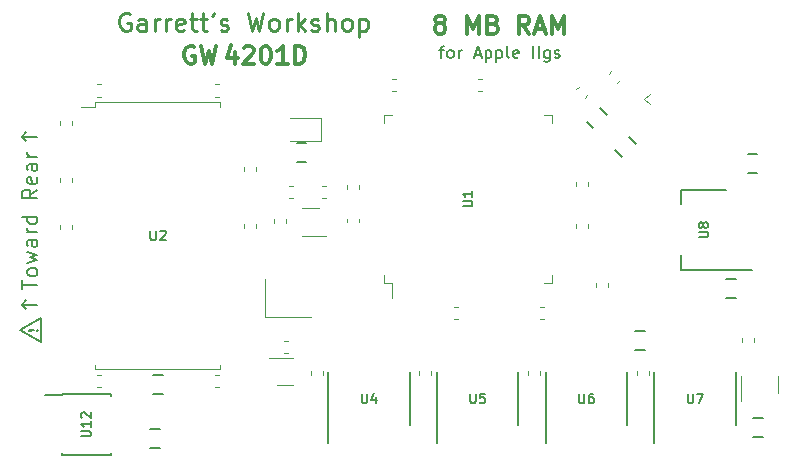
<source format=gto>
G04 #@! TF.GenerationSoftware,KiCad,Pcbnew,(5.1.10-1-10_14)*
G04 #@! TF.CreationDate,2021-05-31T18:25:56-04:00*
G04 #@! TF.ProjectId,RAM2GS,52414d32-4753-42e6-9b69-6361645f7063,2.0*
G04 #@! TF.SameCoordinates,Original*
G04 #@! TF.FileFunction,Legend,Top*
G04 #@! TF.FilePolarity,Positive*
%FSLAX46Y46*%
G04 Gerber Fmt 4.6, Leading zero omitted, Abs format (unit mm)*
G04 Created by KiCad (PCBNEW (5.1.10-1-10_14)) date 2021-05-31 18:25:56*
%MOMM*%
%LPD*%
G01*
G04 APERTURE LIST*
%ADD10C,0.200000*%
%ADD11C,0.190500*%
%ADD12C,0.300000*%
%ADD13C,0.203200*%
%ADD14C,0.225000*%
%ADD15C,0.120000*%
%ADD16C,0.152400*%
%ADD17C,0.150000*%
%ADD18C,0.100000*%
%ADD19C,1.448000*%
%ADD20C,2.000000*%
%ADD21C,2.524900*%
%ADD22C,0.937400*%
%ADD23C,1.140600*%
%ADD24C,2.150000*%
G04 APERTURE END LIST*
D10*
X48895000Y-103251000D02*
X47625000Y-103251000D01*
X47625000Y-103251000D02*
X48006000Y-103632000D01*
X48895000Y-117475000D02*
X47625000Y-117475000D01*
X47625000Y-103251000D02*
X48006000Y-102870000D01*
X49276000Y-120650000D02*
X49276000Y-118618000D01*
X49276000Y-118618000D02*
X47498000Y-119634000D01*
X47498000Y-119634000D02*
X49276000Y-120650000D01*
X47625000Y-117475000D02*
X48006000Y-117856000D01*
X47625000Y-117475000D02*
X48006000Y-117094000D01*
X47691523Y-116138476D02*
X47691523Y-115412761D01*
X48961523Y-115775619D02*
X47691523Y-115775619D01*
X48961523Y-114808000D02*
X48901047Y-114928952D01*
X48840571Y-114989428D01*
X48719619Y-115049904D01*
X48356761Y-115049904D01*
X48235809Y-114989428D01*
X48175333Y-114928952D01*
X48114857Y-114808000D01*
X48114857Y-114626571D01*
X48175333Y-114505619D01*
X48235809Y-114445142D01*
X48356761Y-114384666D01*
X48719619Y-114384666D01*
X48840571Y-114445142D01*
X48901047Y-114505619D01*
X48961523Y-114626571D01*
X48961523Y-114808000D01*
X48114857Y-113961333D02*
X48961523Y-113719428D01*
X48356761Y-113477523D01*
X48961523Y-113235619D01*
X48114857Y-112993714D01*
X48961523Y-111965619D02*
X48296285Y-111965619D01*
X48175333Y-112026095D01*
X48114857Y-112147047D01*
X48114857Y-112388952D01*
X48175333Y-112509904D01*
X48901047Y-111965619D02*
X48961523Y-112086571D01*
X48961523Y-112388952D01*
X48901047Y-112509904D01*
X48780095Y-112570380D01*
X48659142Y-112570380D01*
X48538190Y-112509904D01*
X48477714Y-112388952D01*
X48477714Y-112086571D01*
X48417238Y-111965619D01*
X48961523Y-111360857D02*
X48114857Y-111360857D01*
X48356761Y-111360857D02*
X48235809Y-111300380D01*
X48175333Y-111239904D01*
X48114857Y-111118952D01*
X48114857Y-110998000D01*
X48961523Y-110030380D02*
X47691523Y-110030380D01*
X48901047Y-110030380D02*
X48961523Y-110151333D01*
X48961523Y-110393238D01*
X48901047Y-110514190D01*
X48840571Y-110574666D01*
X48719619Y-110635142D01*
X48356761Y-110635142D01*
X48235809Y-110574666D01*
X48175333Y-110514190D01*
X48114857Y-110393238D01*
X48114857Y-110151333D01*
X48175333Y-110030380D01*
X48961523Y-107732285D02*
X48356761Y-108155619D01*
X48961523Y-108458000D02*
X47691523Y-108458000D01*
X47691523Y-107974190D01*
X47752000Y-107853238D01*
X47812476Y-107792761D01*
X47933428Y-107732285D01*
X48114857Y-107732285D01*
X48235809Y-107792761D01*
X48296285Y-107853238D01*
X48356761Y-107974190D01*
X48356761Y-108458000D01*
X48901047Y-106704190D02*
X48961523Y-106825142D01*
X48961523Y-107067047D01*
X48901047Y-107188000D01*
X48780095Y-107248476D01*
X48296285Y-107248476D01*
X48175333Y-107188000D01*
X48114857Y-107067047D01*
X48114857Y-106825142D01*
X48175333Y-106704190D01*
X48296285Y-106643714D01*
X48417238Y-106643714D01*
X48538190Y-107248476D01*
X48961523Y-105555142D02*
X48296285Y-105555142D01*
X48175333Y-105615619D01*
X48114857Y-105736571D01*
X48114857Y-105978476D01*
X48175333Y-106099428D01*
X48901047Y-105555142D02*
X48961523Y-105676095D01*
X48961523Y-105978476D01*
X48901047Y-106099428D01*
X48780095Y-106159904D01*
X48659142Y-106159904D01*
X48538190Y-106099428D01*
X48477714Y-105978476D01*
X48477714Y-105676095D01*
X48417238Y-105555142D01*
X48961523Y-104950380D02*
X48114857Y-104950380D01*
X48356761Y-104950380D02*
X48235809Y-104889904D01*
X48175333Y-104829428D01*
X48114857Y-104708476D01*
X48114857Y-104587523D01*
D11*
X48913142Y-119634000D02*
X48949428Y-119597714D01*
X48985714Y-119634000D01*
X48949428Y-119670285D01*
X48913142Y-119634000D01*
X48985714Y-119634000D01*
X48695428Y-119634000D02*
X48260000Y-119670285D01*
X48223714Y-119634000D01*
X48260000Y-119597714D01*
X48695428Y-119634000D01*
X48223714Y-119634000D01*
D12*
X65711000Y-96071571D02*
X65711000Y-97071571D01*
X65353857Y-95500142D02*
X64996714Y-96571571D01*
X65925285Y-96571571D01*
X66425285Y-95714428D02*
X66496714Y-95643000D01*
X66639571Y-95571571D01*
X66996714Y-95571571D01*
X67139571Y-95643000D01*
X67211000Y-95714428D01*
X67282428Y-95857285D01*
X67282428Y-96000142D01*
X67211000Y-96214428D01*
X66353857Y-97071571D01*
X67282428Y-97071571D01*
X68211000Y-95571571D02*
X68353857Y-95571571D01*
X68496714Y-95643000D01*
X68568142Y-95714428D01*
X68639571Y-95857285D01*
X68711000Y-96143000D01*
X68711000Y-96500142D01*
X68639571Y-96785857D01*
X68568142Y-96928714D01*
X68496714Y-97000142D01*
X68353857Y-97071571D01*
X68211000Y-97071571D01*
X68068142Y-97000142D01*
X67996714Y-96928714D01*
X67925285Y-96785857D01*
X67853857Y-96500142D01*
X67853857Y-96143000D01*
X67925285Y-95857285D01*
X67996714Y-95714428D01*
X68068142Y-95643000D01*
X68211000Y-95571571D01*
X70139571Y-97071571D02*
X69282428Y-97071571D01*
X69711000Y-97071571D02*
X69711000Y-95571571D01*
X69568142Y-95785857D01*
X69425285Y-95928714D01*
X69282428Y-96000142D01*
X70782428Y-97071571D02*
X70782428Y-95571571D01*
X71139571Y-95571571D01*
X71353857Y-95643000D01*
X71496714Y-95785857D01*
X71568142Y-95928714D01*
X71639571Y-96214428D01*
X71639571Y-96428714D01*
X71568142Y-96714428D01*
X71496714Y-96857285D01*
X71353857Y-97000142D01*
X71139571Y-97071571D01*
X70782428Y-97071571D01*
D13*
X82985428Y-95921285D02*
X83372476Y-95921285D01*
X83130571Y-96598619D02*
X83130571Y-95727761D01*
X83178952Y-95631000D01*
X83275714Y-95582619D01*
X83372476Y-95582619D01*
X83856285Y-96598619D02*
X83759523Y-96550238D01*
X83711142Y-96501857D01*
X83662761Y-96405095D01*
X83662761Y-96114809D01*
X83711142Y-96018047D01*
X83759523Y-95969666D01*
X83856285Y-95921285D01*
X84001428Y-95921285D01*
X84098190Y-95969666D01*
X84146571Y-96018047D01*
X84194952Y-96114809D01*
X84194952Y-96405095D01*
X84146571Y-96501857D01*
X84098190Y-96550238D01*
X84001428Y-96598619D01*
X83856285Y-96598619D01*
X84630380Y-96598619D02*
X84630380Y-95921285D01*
X84630380Y-96114809D02*
X84678761Y-96018047D01*
X84727142Y-95969666D01*
X84823904Y-95921285D01*
X84920666Y-95921285D01*
X85985047Y-96308333D02*
X86468857Y-96308333D01*
X85888285Y-96598619D02*
X86226952Y-95582619D01*
X86565619Y-96598619D01*
X86904285Y-95921285D02*
X86904285Y-96937285D01*
X86904285Y-95969666D02*
X87001047Y-95921285D01*
X87194571Y-95921285D01*
X87291333Y-95969666D01*
X87339714Y-96018047D01*
X87388095Y-96114809D01*
X87388095Y-96405095D01*
X87339714Y-96501857D01*
X87291333Y-96550238D01*
X87194571Y-96598619D01*
X87001047Y-96598619D01*
X86904285Y-96550238D01*
X87823523Y-95921285D02*
X87823523Y-96937285D01*
X87823523Y-95969666D02*
X87920285Y-95921285D01*
X88113809Y-95921285D01*
X88210571Y-95969666D01*
X88258952Y-96018047D01*
X88307333Y-96114809D01*
X88307333Y-96405095D01*
X88258952Y-96501857D01*
X88210571Y-96550238D01*
X88113809Y-96598619D01*
X87920285Y-96598619D01*
X87823523Y-96550238D01*
X88887904Y-96598619D02*
X88791142Y-96550238D01*
X88742761Y-96453476D01*
X88742761Y-95582619D01*
X89662000Y-96550238D02*
X89565238Y-96598619D01*
X89371714Y-96598619D01*
X89274952Y-96550238D01*
X89226571Y-96453476D01*
X89226571Y-96066428D01*
X89274952Y-95969666D01*
X89371714Y-95921285D01*
X89565238Y-95921285D01*
X89662000Y-95969666D01*
X89710380Y-96066428D01*
X89710380Y-96163190D01*
X89226571Y-96259952D01*
X90919904Y-96598619D02*
X90919904Y-95582619D01*
X91403714Y-96598619D02*
X91403714Y-95582619D01*
X92322952Y-95921285D02*
X92322952Y-96743761D01*
X92274571Y-96840523D01*
X92226190Y-96888904D01*
X92129428Y-96937285D01*
X91984285Y-96937285D01*
X91887523Y-96888904D01*
X92322952Y-96550238D02*
X92226190Y-96598619D01*
X92032666Y-96598619D01*
X91935904Y-96550238D01*
X91887523Y-96501857D01*
X91839142Y-96405095D01*
X91839142Y-96114809D01*
X91887523Y-96018047D01*
X91935904Y-95969666D01*
X92032666Y-95921285D01*
X92226190Y-95921285D01*
X92322952Y-95969666D01*
X92758380Y-96550238D02*
X92855142Y-96598619D01*
X93048666Y-96598619D01*
X93145428Y-96550238D01*
X93193809Y-96453476D01*
X93193809Y-96405095D01*
X93145428Y-96308333D01*
X93048666Y-96259952D01*
X92903523Y-96259952D01*
X92806761Y-96211571D01*
X92758380Y-96114809D01*
X92758380Y-96066428D01*
X92806761Y-95969666D01*
X92903523Y-95921285D01*
X93048666Y-95921285D01*
X93145428Y-95969666D01*
D12*
X62249571Y-95643000D02*
X62106714Y-95571571D01*
X61892428Y-95571571D01*
X61678142Y-95643000D01*
X61535285Y-95785857D01*
X61463857Y-95928714D01*
X61392428Y-96214428D01*
X61392428Y-96428714D01*
X61463857Y-96714428D01*
X61535285Y-96857285D01*
X61678142Y-97000142D01*
X61892428Y-97071571D01*
X62035285Y-97071571D01*
X62249571Y-97000142D01*
X62321000Y-96928714D01*
X62321000Y-96428714D01*
X62035285Y-96428714D01*
X62821000Y-95571571D02*
X63178142Y-97071571D01*
X63463857Y-96000142D01*
X63749571Y-97071571D01*
X64106714Y-95571571D01*
D14*
X56769000Y-92837000D02*
X56623857Y-92764428D01*
X56406142Y-92764428D01*
X56188428Y-92837000D01*
X56043285Y-92982142D01*
X55970714Y-93127285D01*
X55898142Y-93417571D01*
X55898142Y-93635285D01*
X55970714Y-93925571D01*
X56043285Y-94070714D01*
X56188428Y-94215857D01*
X56406142Y-94288428D01*
X56551285Y-94288428D01*
X56769000Y-94215857D01*
X56841571Y-94143285D01*
X56841571Y-93635285D01*
X56551285Y-93635285D01*
X58147857Y-94288428D02*
X58147857Y-93490142D01*
X58075285Y-93345000D01*
X57930142Y-93272428D01*
X57639857Y-93272428D01*
X57494714Y-93345000D01*
X58147857Y-94215857D02*
X58002714Y-94288428D01*
X57639857Y-94288428D01*
X57494714Y-94215857D01*
X57422142Y-94070714D01*
X57422142Y-93925571D01*
X57494714Y-93780428D01*
X57639857Y-93707857D01*
X58002714Y-93707857D01*
X58147857Y-93635285D01*
X58873571Y-94288428D02*
X58873571Y-93272428D01*
X58873571Y-93562714D02*
X58946142Y-93417571D01*
X59018714Y-93345000D01*
X59163857Y-93272428D01*
X59309000Y-93272428D01*
X59817000Y-94288428D02*
X59817000Y-93272428D01*
X59817000Y-93562714D02*
X59889571Y-93417571D01*
X59962142Y-93345000D01*
X60107285Y-93272428D01*
X60252428Y-93272428D01*
X61341000Y-94215857D02*
X61195857Y-94288428D01*
X60905571Y-94288428D01*
X60760428Y-94215857D01*
X60687857Y-94070714D01*
X60687857Y-93490142D01*
X60760428Y-93345000D01*
X60905571Y-93272428D01*
X61195857Y-93272428D01*
X61341000Y-93345000D01*
X61413571Y-93490142D01*
X61413571Y-93635285D01*
X60687857Y-93780428D01*
X61849000Y-93272428D02*
X62429571Y-93272428D01*
X62066714Y-92764428D02*
X62066714Y-94070714D01*
X62139285Y-94215857D01*
X62284428Y-94288428D01*
X62429571Y-94288428D01*
X62719857Y-93272428D02*
X63300428Y-93272428D01*
X62937571Y-92764428D02*
X62937571Y-94070714D01*
X63010142Y-94215857D01*
X63155285Y-94288428D01*
X63300428Y-94288428D01*
X63881000Y-92764428D02*
X63881000Y-92837000D01*
X63808428Y-92982142D01*
X63735857Y-93054714D01*
X64461571Y-94215857D02*
X64606714Y-94288428D01*
X64897000Y-94288428D01*
X65042142Y-94215857D01*
X65114714Y-94070714D01*
X65114714Y-93998142D01*
X65042142Y-93853000D01*
X64897000Y-93780428D01*
X64679285Y-93780428D01*
X64534142Y-93707857D01*
X64461571Y-93562714D01*
X64461571Y-93490142D01*
X64534142Y-93345000D01*
X64679285Y-93272428D01*
X64897000Y-93272428D01*
X65042142Y-93345000D01*
X66783857Y-92764428D02*
X67146714Y-94288428D01*
X67437000Y-93199857D01*
X67727285Y-94288428D01*
X68090142Y-92764428D01*
X68888428Y-94288428D02*
X68743285Y-94215857D01*
X68670714Y-94143285D01*
X68598142Y-93998142D01*
X68598142Y-93562714D01*
X68670714Y-93417571D01*
X68743285Y-93345000D01*
X68888428Y-93272428D01*
X69106142Y-93272428D01*
X69251285Y-93345000D01*
X69323857Y-93417571D01*
X69396428Y-93562714D01*
X69396428Y-93998142D01*
X69323857Y-94143285D01*
X69251285Y-94215857D01*
X69106142Y-94288428D01*
X68888428Y-94288428D01*
X70049571Y-94288428D02*
X70049571Y-93272428D01*
X70049571Y-93562714D02*
X70122142Y-93417571D01*
X70194714Y-93345000D01*
X70339857Y-93272428D01*
X70485000Y-93272428D01*
X70993000Y-94288428D02*
X70993000Y-92764428D01*
X71138142Y-93707857D02*
X71573571Y-94288428D01*
X71573571Y-93272428D02*
X70993000Y-93853000D01*
X72154142Y-94215857D02*
X72299285Y-94288428D01*
X72589571Y-94288428D01*
X72734714Y-94215857D01*
X72807285Y-94070714D01*
X72807285Y-93998142D01*
X72734714Y-93853000D01*
X72589571Y-93780428D01*
X72371857Y-93780428D01*
X72226714Y-93707857D01*
X72154142Y-93562714D01*
X72154142Y-93490142D01*
X72226714Y-93345000D01*
X72371857Y-93272428D01*
X72589571Y-93272428D01*
X72734714Y-93345000D01*
X73460428Y-94288428D02*
X73460428Y-92764428D01*
X74113571Y-94288428D02*
X74113571Y-93490142D01*
X74041000Y-93345000D01*
X73895857Y-93272428D01*
X73678142Y-93272428D01*
X73533000Y-93345000D01*
X73460428Y-93417571D01*
X75057000Y-94288428D02*
X74911857Y-94215857D01*
X74839285Y-94143285D01*
X74766714Y-93998142D01*
X74766714Y-93562714D01*
X74839285Y-93417571D01*
X74911857Y-93345000D01*
X75057000Y-93272428D01*
X75274714Y-93272428D01*
X75419857Y-93345000D01*
X75492428Y-93417571D01*
X75565000Y-93562714D01*
X75565000Y-93998142D01*
X75492428Y-94143285D01*
X75419857Y-94215857D01*
X75274714Y-94288428D01*
X75057000Y-94288428D01*
X76218142Y-93272428D02*
X76218142Y-94796428D01*
X76218142Y-93345000D02*
X76363285Y-93272428D01*
X76653571Y-93272428D01*
X76798714Y-93345000D01*
X76871285Y-93417571D01*
X76943857Y-93562714D01*
X76943857Y-93998142D01*
X76871285Y-94143285D01*
X76798714Y-94215857D01*
X76653571Y-94288428D01*
X76363285Y-94288428D01*
X76218142Y-94215857D01*
D12*
X82912857Y-93671571D02*
X82767714Y-93599000D01*
X82695142Y-93526428D01*
X82622571Y-93381285D01*
X82622571Y-93308714D01*
X82695142Y-93163571D01*
X82767714Y-93091000D01*
X82912857Y-93018428D01*
X83203142Y-93018428D01*
X83348285Y-93091000D01*
X83420857Y-93163571D01*
X83493428Y-93308714D01*
X83493428Y-93381285D01*
X83420857Y-93526428D01*
X83348285Y-93599000D01*
X83203142Y-93671571D01*
X82912857Y-93671571D01*
X82767714Y-93744142D01*
X82695142Y-93816714D01*
X82622571Y-93961857D01*
X82622571Y-94252142D01*
X82695142Y-94397285D01*
X82767714Y-94469857D01*
X82912857Y-94542428D01*
X83203142Y-94542428D01*
X83348285Y-94469857D01*
X83420857Y-94397285D01*
X83493428Y-94252142D01*
X83493428Y-93961857D01*
X83420857Y-93816714D01*
X83348285Y-93744142D01*
X83203142Y-93671571D01*
X85307714Y-94542428D02*
X85307714Y-93018428D01*
X85815714Y-94107000D01*
X86323714Y-93018428D01*
X86323714Y-94542428D01*
X87557428Y-93744142D02*
X87775142Y-93816714D01*
X87847714Y-93889285D01*
X87920285Y-94034428D01*
X87920285Y-94252142D01*
X87847714Y-94397285D01*
X87775142Y-94469857D01*
X87630000Y-94542428D01*
X87049428Y-94542428D01*
X87049428Y-93018428D01*
X87557428Y-93018428D01*
X87702571Y-93091000D01*
X87775142Y-93163571D01*
X87847714Y-93308714D01*
X87847714Y-93453857D01*
X87775142Y-93599000D01*
X87702571Y-93671571D01*
X87557428Y-93744142D01*
X87049428Y-93744142D01*
X90605428Y-94542428D02*
X90097428Y-93816714D01*
X89734571Y-94542428D02*
X89734571Y-93018428D01*
X90315142Y-93018428D01*
X90460285Y-93091000D01*
X90532857Y-93163571D01*
X90605428Y-93308714D01*
X90605428Y-93526428D01*
X90532857Y-93671571D01*
X90460285Y-93744142D01*
X90315142Y-93816714D01*
X89734571Y-93816714D01*
X91186000Y-94107000D02*
X91911714Y-94107000D01*
X91040857Y-94542428D02*
X91548857Y-93018428D01*
X92056857Y-94542428D01*
X92564857Y-94542428D02*
X92564857Y-93018428D01*
X93072857Y-94107000D01*
X93580857Y-93018428D01*
X93580857Y-94542428D01*
D15*
X95295522Y-99975727D02*
X95525727Y-99745522D01*
X94574273Y-99254478D02*
X94804478Y-99024273D01*
X97324273Y-97954478D02*
X97554478Y-97724273D01*
X98045522Y-98675727D02*
X98275727Y-98445522D01*
D16*
X70893600Y-105400000D02*
X71706400Y-105400000D01*
X70893600Y-103800000D02*
X71706400Y-103800000D01*
D15*
X72985000Y-101690000D02*
X70300000Y-101690000D01*
X72985000Y-103610000D02*
X72985000Y-101690000D01*
X70300000Y-103610000D02*
X72985000Y-103610000D01*
X70612779Y-107440000D02*
X70287221Y-107440000D01*
X70612779Y-108460000D02*
X70287221Y-108460000D01*
X73087221Y-107440000D02*
X73412779Y-107440000D01*
X73087221Y-108460000D02*
X73412779Y-108460000D01*
D17*
X51011000Y-125060000D02*
X51011000Y-125110000D01*
X55161000Y-125060000D02*
X55161000Y-125205000D01*
X55161000Y-130210000D02*
X55161000Y-130065000D01*
X51011000Y-130210000D02*
X51011000Y-130065000D01*
X51011000Y-125060000D02*
X55161000Y-125060000D01*
X51011000Y-130210000D02*
X55161000Y-130210000D01*
X51011000Y-125110000D02*
X49611000Y-125110000D01*
D15*
X78990000Y-115660000D02*
X78990000Y-116950000D01*
X78290000Y-115660000D02*
X78990000Y-115660000D01*
X78290000Y-114960000D02*
X78290000Y-115660000D01*
X78290000Y-101440000D02*
X78990000Y-101440000D01*
X78290000Y-102140000D02*
X78290000Y-101440000D01*
X92510000Y-115660000D02*
X91810000Y-115660000D01*
X92510000Y-114960000D02*
X92510000Y-115660000D01*
X92510000Y-101440000D02*
X91810000Y-101440000D01*
X92510000Y-102140000D02*
X92510000Y-101440000D01*
D16*
X103477000Y-107740000D02*
X103477000Y-109000000D01*
X103477000Y-114560000D02*
X103477000Y-113300000D01*
X107237000Y-107740000D02*
X103477000Y-107740000D01*
X109487000Y-114560000D02*
X103477000Y-114560000D01*
D15*
X75190000Y-107712779D02*
X75190000Y-107387221D01*
X76210000Y-107712779D02*
X76210000Y-107387221D01*
X75190000Y-110187221D02*
X75190000Y-110512779D01*
X76210000Y-110187221D02*
X76210000Y-110512779D01*
X84237221Y-117690000D02*
X84562779Y-117690000D01*
X84237221Y-118710000D02*
X84562779Y-118710000D01*
X91487221Y-118710000D02*
X91812779Y-118710000D01*
X91487221Y-117690000D02*
X91812779Y-117690000D01*
X95560000Y-110637221D02*
X95560000Y-110962779D01*
X94540000Y-110637221D02*
X94540000Y-110962779D01*
D16*
X96578317Y-100846946D02*
X97153054Y-101421683D01*
X95446946Y-101978317D02*
X96021683Y-102553054D01*
D17*
X80475000Y-127675000D02*
X80475000Y-123225000D01*
X73575000Y-129200000D02*
X73575000Y-123225000D01*
D15*
X72780000Y-109340000D02*
X71370000Y-109340000D01*
X71370000Y-111660000D02*
X73400000Y-111660000D01*
X69220000Y-124310000D02*
X70630000Y-124310000D01*
X70630000Y-121990000D02*
X68600000Y-121990000D01*
D17*
X98875000Y-127675000D02*
X98875000Y-123225000D01*
X91975000Y-129200000D02*
X91975000Y-123225000D01*
X108075000Y-127675000D02*
X108075000Y-123225000D01*
X101175000Y-129200000D02*
X101175000Y-123225000D01*
X89675000Y-127675000D02*
X89675000Y-123225000D01*
X82775000Y-129200000D02*
X82775000Y-123225000D01*
D15*
X53987221Y-98840000D02*
X54312779Y-98840000D01*
X53987221Y-99860000D02*
X54312779Y-99860000D01*
D16*
X58743600Y-123450000D02*
X59556400Y-123450000D01*
X58743600Y-125050000D02*
X59556400Y-125050000D01*
D15*
X70162779Y-121560000D02*
X69837221Y-121560000D01*
X70162779Y-120540000D02*
X69837221Y-120540000D01*
X68990000Y-110562779D02*
X68990000Y-110237221D01*
X70010000Y-110562779D02*
X70010000Y-110237221D01*
X100330910Y-100067962D02*
X100779923Y-99618949D01*
X100779923Y-100516974D02*
X100330910Y-100067962D01*
X53850000Y-122550000D02*
X53850000Y-122950000D01*
X64450000Y-122550000D02*
X64450000Y-122950000D01*
X64450000Y-100350000D02*
X64450000Y-100750000D01*
X53850000Y-122950000D02*
X64450000Y-122950000D01*
X53850000Y-100350000D02*
X64450000Y-100350000D01*
X53850000Y-100750000D02*
X53850000Y-100350000D01*
X52650000Y-100750000D02*
X53850000Y-100750000D01*
D16*
X107293600Y-115350000D02*
X108106400Y-115350000D01*
X107293600Y-116950000D02*
X108106400Y-116950000D01*
X109093600Y-104750000D02*
X109906400Y-104750000D01*
X109093600Y-106350000D02*
X109906400Y-106350000D01*
X109575600Y-127089000D02*
X110388400Y-127089000D01*
X109575600Y-128689000D02*
X110388400Y-128689000D01*
X59334400Y-129578000D02*
X58521600Y-129578000D01*
X59334400Y-127978000D02*
X58521600Y-127978000D01*
D15*
X73110000Y-123087221D02*
X73110000Y-123412779D01*
X72090000Y-123087221D02*
X72090000Y-123412779D01*
X63987221Y-123440000D02*
X64312779Y-123440000D01*
X63987221Y-124460000D02*
X64312779Y-124460000D01*
X50840000Y-102262779D02*
X50840000Y-101937221D01*
X51860000Y-102262779D02*
X51860000Y-101937221D01*
X63987221Y-98840000D02*
X64312779Y-98840000D01*
X63987221Y-99860000D02*
X64312779Y-99860000D01*
X53987221Y-123440000D02*
X54312779Y-123440000D01*
X53987221Y-124460000D02*
X54312779Y-124460000D01*
X67460000Y-110637221D02*
X67460000Y-110962779D01*
X66440000Y-110637221D02*
X66440000Y-110962779D01*
X50840000Y-107062779D02*
X50840000Y-106737221D01*
X51860000Y-107062779D02*
X51860000Y-106737221D01*
X50840000Y-111062779D02*
X50840000Y-110737221D01*
X51860000Y-111062779D02*
X51860000Y-110737221D01*
X67460000Y-105837221D02*
X67460000Y-106162779D01*
X66440000Y-105837221D02*
X66440000Y-106162779D01*
X100710000Y-123087221D02*
X100710000Y-123412779D01*
X99690000Y-123087221D02*
X99690000Y-123412779D01*
X82310000Y-123087221D02*
X82310000Y-123412779D01*
X81290000Y-123087221D02*
X81290000Y-123412779D01*
X91510000Y-123087221D02*
X91510000Y-123412779D01*
X90490000Y-123087221D02*
X90490000Y-123412779D01*
D16*
X98471683Y-105003054D02*
X97896946Y-104428317D01*
X99603054Y-103871683D02*
X99028317Y-103296946D01*
D15*
X68200000Y-118500000D02*
X72100000Y-118500000D01*
X68200000Y-118500000D02*
X68200000Y-115300000D01*
X79312779Y-99410000D02*
X78987221Y-99410000D01*
X79312779Y-98390000D02*
X78987221Y-98390000D01*
X86562779Y-99410000D02*
X86237221Y-99410000D01*
X86562779Y-98390000D02*
X86237221Y-98390000D01*
X94540000Y-107137221D02*
X94540000Y-107462779D01*
X95560000Y-107137221D02*
X95560000Y-107462779D01*
X109660000Y-120662779D02*
X109660000Y-120337221D01*
X108640000Y-120662779D02*
X108640000Y-120337221D01*
D16*
X100406400Y-119700000D02*
X99593600Y-119700000D01*
X100406400Y-121300000D02*
X99593600Y-121300000D01*
D15*
X108520000Y-123490000D02*
X108520000Y-125650000D01*
X111680000Y-123490000D02*
X111680000Y-124950000D01*
X97260000Y-115687221D02*
X97260000Y-116012779D01*
X96240000Y-115687221D02*
X96240000Y-116012779D01*
D13*
X52640895Y-128641323D02*
X53298876Y-128641323D01*
X53376285Y-128602619D01*
X53414990Y-128563914D01*
X53453695Y-128486504D01*
X53453695Y-128331685D01*
X53414990Y-128254276D01*
X53376285Y-128215571D01*
X53298876Y-128176866D01*
X52640895Y-128176866D01*
X53453695Y-127364066D02*
X53453695Y-127828523D01*
X53453695Y-127596295D02*
X52640895Y-127596295D01*
X52757009Y-127673704D01*
X52834419Y-127751114D01*
X52873123Y-127828523D01*
X52718304Y-127054428D02*
X52679600Y-127015723D01*
X52640895Y-126938314D01*
X52640895Y-126744790D01*
X52679600Y-126667380D01*
X52718304Y-126628676D01*
X52795714Y-126589971D01*
X52873123Y-126589971D01*
X52989238Y-126628676D01*
X53453695Y-127093133D01*
X53453695Y-126589971D01*
X84954895Y-109169276D02*
X85612876Y-109169276D01*
X85690285Y-109130571D01*
X85728990Y-109091866D01*
X85767695Y-109014457D01*
X85767695Y-108859638D01*
X85728990Y-108782228D01*
X85690285Y-108743523D01*
X85612876Y-108704819D01*
X84954895Y-108704819D01*
X85767695Y-107892019D02*
X85767695Y-108356476D01*
X85767695Y-108124247D02*
X84954895Y-108124247D01*
X85071009Y-108201657D01*
X85148419Y-108279066D01*
X85187123Y-108356476D01*
X104941895Y-111769276D02*
X105599876Y-111769276D01*
X105677285Y-111730571D01*
X105715990Y-111691866D01*
X105754695Y-111614457D01*
X105754695Y-111459638D01*
X105715990Y-111382228D01*
X105677285Y-111343523D01*
X105599876Y-111304819D01*
X104941895Y-111304819D01*
X105290238Y-110801657D02*
X105251533Y-110879066D01*
X105212828Y-110917771D01*
X105135419Y-110956476D01*
X105096714Y-110956476D01*
X105019304Y-110917771D01*
X104980600Y-110879066D01*
X104941895Y-110801657D01*
X104941895Y-110646838D01*
X104980600Y-110569428D01*
X105019304Y-110530723D01*
X105096714Y-110492019D01*
X105135419Y-110492019D01*
X105212828Y-110530723D01*
X105251533Y-110569428D01*
X105290238Y-110646838D01*
X105290238Y-110801657D01*
X105328942Y-110879066D01*
X105367647Y-110917771D01*
X105445057Y-110956476D01*
X105599876Y-110956476D01*
X105677285Y-110917771D01*
X105715990Y-110879066D01*
X105754695Y-110801657D01*
X105754695Y-110646838D01*
X105715990Y-110569428D01*
X105677285Y-110530723D01*
X105599876Y-110492019D01*
X105445057Y-110492019D01*
X105367647Y-110530723D01*
X105328942Y-110569428D01*
X105290238Y-110646838D01*
X76405723Y-125004895D02*
X76405723Y-125662876D01*
X76444428Y-125740285D01*
X76483133Y-125778990D01*
X76560542Y-125817695D01*
X76715361Y-125817695D01*
X76792771Y-125778990D01*
X76831476Y-125740285D01*
X76870180Y-125662876D01*
X76870180Y-125004895D01*
X77605571Y-125275828D02*
X77605571Y-125817695D01*
X77412047Y-124966190D02*
X77218523Y-125546761D01*
X77721685Y-125546761D01*
X94805723Y-125004895D02*
X94805723Y-125662876D01*
X94844428Y-125740285D01*
X94883133Y-125778990D01*
X94960542Y-125817695D01*
X95115361Y-125817695D01*
X95192771Y-125778990D01*
X95231476Y-125740285D01*
X95270180Y-125662876D01*
X95270180Y-125004895D01*
X96005571Y-125004895D02*
X95850752Y-125004895D01*
X95773342Y-125043600D01*
X95734638Y-125082304D01*
X95657228Y-125198419D01*
X95618523Y-125353238D01*
X95618523Y-125662876D01*
X95657228Y-125740285D01*
X95695933Y-125778990D01*
X95773342Y-125817695D01*
X95928161Y-125817695D01*
X96005571Y-125778990D01*
X96044276Y-125740285D01*
X96082980Y-125662876D01*
X96082980Y-125469352D01*
X96044276Y-125391942D01*
X96005571Y-125353238D01*
X95928161Y-125314533D01*
X95773342Y-125314533D01*
X95695933Y-125353238D01*
X95657228Y-125391942D01*
X95618523Y-125469352D01*
X104005723Y-125004895D02*
X104005723Y-125662876D01*
X104044428Y-125740285D01*
X104083133Y-125778990D01*
X104160542Y-125817695D01*
X104315361Y-125817695D01*
X104392771Y-125778990D01*
X104431476Y-125740285D01*
X104470180Y-125662876D01*
X104470180Y-125004895D01*
X104779819Y-125004895D02*
X105321685Y-125004895D01*
X104973342Y-125817695D01*
X85605723Y-125004895D02*
X85605723Y-125662876D01*
X85644428Y-125740285D01*
X85683133Y-125778990D01*
X85760542Y-125817695D01*
X85915361Y-125817695D01*
X85992771Y-125778990D01*
X86031476Y-125740285D01*
X86070180Y-125662876D01*
X86070180Y-125004895D01*
X86844276Y-125004895D02*
X86457228Y-125004895D01*
X86418523Y-125391942D01*
X86457228Y-125353238D01*
X86534638Y-125314533D01*
X86728161Y-125314533D01*
X86805571Y-125353238D01*
X86844276Y-125391942D01*
X86882980Y-125469352D01*
X86882980Y-125662876D01*
X86844276Y-125740285D01*
X86805571Y-125778990D01*
X86728161Y-125817695D01*
X86534638Y-125817695D01*
X86457228Y-125778990D01*
X86418523Y-125740285D01*
X58530723Y-111204895D02*
X58530723Y-111862876D01*
X58569428Y-111940285D01*
X58608133Y-111978990D01*
X58685542Y-112017695D01*
X58840361Y-112017695D01*
X58917771Y-111978990D01*
X58956476Y-111940285D01*
X58995180Y-111862876D01*
X58995180Y-111204895D01*
X59343523Y-111282304D02*
X59382228Y-111243600D01*
X59459638Y-111204895D01*
X59653161Y-111204895D01*
X59730571Y-111243600D01*
X59769276Y-111282304D01*
X59807980Y-111359714D01*
X59807980Y-111437123D01*
X59769276Y-111553238D01*
X59304819Y-112017695D01*
X59807980Y-112017695D01*
%LPC*%
D18*
G36*
X113538000Y-139446000D02*
G01*
X113030000Y-139954000D01*
X55626000Y-139954000D01*
X55118000Y-139446000D01*
X55118000Y-132080000D01*
X113538000Y-132080000D01*
X113538000Y-139446000D01*
G37*
G36*
G01*
X94387087Y-100569499D02*
X93980501Y-100162913D01*
G75*
G02*
X93980501Y-99827037I167938J167938D01*
G01*
X94316377Y-99491161D01*
G75*
G02*
X94652253Y-99491161I167938J-167938D01*
G01*
X95058839Y-99897747D01*
G75*
G02*
X95058839Y-100233623I-167938J-167938D01*
G01*
X94722963Y-100569499D01*
G75*
G02*
X94387087Y-100569499I-167938J167938D01*
G01*
G37*
G36*
G01*
X95447747Y-99508839D02*
X95041161Y-99102253D01*
G75*
G02*
X95041161Y-98766377I167938J167938D01*
G01*
X95377037Y-98430501D01*
G75*
G02*
X95712913Y-98430501I167938J-167938D01*
G01*
X96119499Y-98837087D01*
G75*
G02*
X96119499Y-99172963I-167938J-167938D01*
G01*
X95783623Y-99508839D01*
G75*
G02*
X95447747Y-99508839I-167938J167938D01*
G01*
G37*
G36*
G01*
X98312652Y-98146967D02*
X97853033Y-97687348D01*
G75*
G02*
X97853033Y-97404506I141421J141421D01*
G01*
X98135876Y-97121663D01*
G75*
G02*
X98418718Y-97121663I141421J-141421D01*
G01*
X98878337Y-97581282D01*
G75*
G02*
X98878337Y-97864124I-141421J-141421D01*
G01*
X98595494Y-98146967D01*
G75*
G02*
X98312652Y-98146967I-141421J141421D01*
G01*
G37*
G36*
G01*
X97181282Y-99278337D02*
X96721663Y-98818718D01*
G75*
G02*
X96721663Y-98535876I141421J141421D01*
G01*
X97004506Y-98253033D01*
G75*
G02*
X97287348Y-98253033I141421J-141421D01*
G01*
X97746967Y-98712652D01*
G75*
G02*
X97746967Y-98995494I-141421J-141421D01*
G01*
X97464124Y-99278337D01*
G75*
G02*
X97181282Y-99278337I-141421J141421D01*
G01*
G37*
G36*
G01*
X71775000Y-105112500D02*
X71775000Y-104087500D01*
G75*
G02*
X72012500Y-103850000I237500J0D01*
G01*
X72487500Y-103850000D01*
G75*
G02*
X72725000Y-104087500I0J-237500D01*
G01*
X72725000Y-105112500D01*
G75*
G02*
X72487500Y-105350000I-237500J0D01*
G01*
X72012500Y-105350000D01*
G75*
G02*
X71775000Y-105112500I0J237500D01*
G01*
G37*
G36*
G01*
X69875000Y-105112500D02*
X69875000Y-104087500D01*
G75*
G02*
X70112500Y-103850000I237500J0D01*
G01*
X70587500Y-103850000D01*
G75*
G02*
X70825000Y-104087500I0J-237500D01*
G01*
X70825000Y-105112500D01*
G75*
G02*
X70587500Y-105350000I-237500J0D01*
G01*
X70112500Y-105350000D01*
G75*
G02*
X69875000Y-105112500I0J237500D01*
G01*
G37*
G36*
G01*
X70925000Y-102156250D02*
X70925000Y-103143750D01*
G75*
G02*
X70643750Y-103425000I-281250J0D01*
G01*
X70081250Y-103425000D01*
G75*
G02*
X69800000Y-103143750I0J281250D01*
G01*
X69800000Y-102156250D01*
G75*
G02*
X70081250Y-101875000I281250J0D01*
G01*
X70643750Y-101875000D01*
G75*
G02*
X70925000Y-102156250I0J-281250D01*
G01*
G37*
G36*
G01*
X72800000Y-102156250D02*
X72800000Y-103143750D01*
G75*
G02*
X72518750Y-103425000I-281250J0D01*
G01*
X71956250Y-103425000D01*
G75*
G02*
X71675000Y-103143750I0J281250D01*
G01*
X71675000Y-102156250D01*
G75*
G02*
X71956250Y-101875000I281250J0D01*
G01*
X72518750Y-101875000D01*
G75*
G02*
X72800000Y-102156250I0J-281250D01*
G01*
G37*
G36*
G01*
X71650000Y-107625000D02*
X71650000Y-108275000D01*
G75*
G02*
X71450000Y-108475000I-200000J0D01*
G01*
X71050000Y-108475000D01*
G75*
G02*
X70850000Y-108275000I0J200000D01*
G01*
X70850000Y-107625000D01*
G75*
G02*
X71050000Y-107425000I200000J0D01*
G01*
X71450000Y-107425000D01*
G75*
G02*
X71650000Y-107625000I0J-200000D01*
G01*
G37*
G36*
G01*
X70050000Y-107625000D02*
X70050000Y-108275000D01*
G75*
G02*
X69850000Y-108475000I-200000J0D01*
G01*
X69450000Y-108475000D01*
G75*
G02*
X69250000Y-108275000I0J200000D01*
G01*
X69250000Y-107625000D01*
G75*
G02*
X69450000Y-107425000I200000J0D01*
G01*
X69850000Y-107425000D01*
G75*
G02*
X70050000Y-107625000I0J-200000D01*
G01*
G37*
G36*
G01*
X73650000Y-108275000D02*
X73650000Y-107625000D01*
G75*
G02*
X73850000Y-107425000I200000J0D01*
G01*
X74250000Y-107425000D01*
G75*
G02*
X74450000Y-107625000I0J-200000D01*
G01*
X74450000Y-108275000D01*
G75*
G02*
X74250000Y-108475000I-200000J0D01*
G01*
X73850000Y-108475000D01*
G75*
G02*
X73650000Y-108275000I0J200000D01*
G01*
G37*
G36*
G01*
X72050000Y-108275000D02*
X72050000Y-107625000D01*
G75*
G02*
X72250000Y-107425000I200000J0D01*
G01*
X72650000Y-107425000D01*
G75*
G02*
X72850000Y-107625000I0J-200000D01*
G01*
X72850000Y-108275000D01*
G75*
G02*
X72650000Y-108475000I-200000J0D01*
G01*
X72250000Y-108475000D01*
G75*
G02*
X72050000Y-108275000I0J200000D01*
G01*
G37*
G36*
G01*
X54513000Y-125930000D02*
X54513000Y-125530000D01*
G75*
G02*
X54713000Y-125330000I200000J0D01*
G01*
X56513000Y-125330000D01*
G75*
G02*
X56713000Y-125530000I0J-200000D01*
G01*
X56713000Y-125930000D01*
G75*
G02*
X56513000Y-126130000I-200000J0D01*
G01*
X54713000Y-126130000D01*
G75*
G02*
X54513000Y-125930000I0J200000D01*
G01*
G37*
G36*
G01*
X54513000Y-127200000D02*
X54513000Y-126800000D01*
G75*
G02*
X54713000Y-126600000I200000J0D01*
G01*
X56513000Y-126600000D01*
G75*
G02*
X56713000Y-126800000I0J-200000D01*
G01*
X56713000Y-127200000D01*
G75*
G02*
X56513000Y-127400000I-200000J0D01*
G01*
X54713000Y-127400000D01*
G75*
G02*
X54513000Y-127200000I0J200000D01*
G01*
G37*
G36*
G01*
X54513000Y-128470000D02*
X54513000Y-128070000D01*
G75*
G02*
X54713000Y-127870000I200000J0D01*
G01*
X56513000Y-127870000D01*
G75*
G02*
X56713000Y-128070000I0J-200000D01*
G01*
X56713000Y-128470000D01*
G75*
G02*
X56513000Y-128670000I-200000J0D01*
G01*
X54713000Y-128670000D01*
G75*
G02*
X54513000Y-128470000I0J200000D01*
G01*
G37*
G36*
G01*
X54513000Y-129740000D02*
X54513000Y-129340000D01*
G75*
G02*
X54713000Y-129140000I200000J0D01*
G01*
X56513000Y-129140000D01*
G75*
G02*
X56713000Y-129340000I0J-200000D01*
G01*
X56713000Y-129740000D01*
G75*
G02*
X56513000Y-129940000I-200000J0D01*
G01*
X54713000Y-129940000D01*
G75*
G02*
X54513000Y-129740000I0J200000D01*
G01*
G37*
G36*
G01*
X49459000Y-129740000D02*
X49459000Y-129340000D01*
G75*
G02*
X49659000Y-129140000I200000J0D01*
G01*
X51459000Y-129140000D01*
G75*
G02*
X51659000Y-129340000I0J-200000D01*
G01*
X51659000Y-129740000D01*
G75*
G02*
X51459000Y-129940000I-200000J0D01*
G01*
X49659000Y-129940000D01*
G75*
G02*
X49459000Y-129740000I0J200000D01*
G01*
G37*
G36*
G01*
X49459000Y-128470000D02*
X49459000Y-128070000D01*
G75*
G02*
X49659000Y-127870000I200000J0D01*
G01*
X51459000Y-127870000D01*
G75*
G02*
X51659000Y-128070000I0J-200000D01*
G01*
X51659000Y-128470000D01*
G75*
G02*
X51459000Y-128670000I-200000J0D01*
G01*
X49659000Y-128670000D01*
G75*
G02*
X49459000Y-128470000I0J200000D01*
G01*
G37*
G36*
G01*
X49459000Y-127200000D02*
X49459000Y-126800000D01*
G75*
G02*
X49659000Y-126600000I200000J0D01*
G01*
X51459000Y-126600000D01*
G75*
G02*
X51659000Y-126800000I0J-200000D01*
G01*
X51659000Y-127200000D01*
G75*
G02*
X51459000Y-127400000I-200000J0D01*
G01*
X49659000Y-127400000D01*
G75*
G02*
X49459000Y-127200000I0J200000D01*
G01*
G37*
G36*
G01*
X49459000Y-125930000D02*
X49459000Y-125530000D01*
G75*
G02*
X49659000Y-125330000I200000J0D01*
G01*
X51459000Y-125330000D01*
G75*
G02*
X51659000Y-125530000I0J-200000D01*
G01*
X51659000Y-125930000D01*
G75*
G02*
X51459000Y-126130000I-200000J0D01*
G01*
X49659000Y-126130000D01*
G75*
G02*
X49459000Y-125930000I0J200000D01*
G01*
G37*
G36*
G01*
X79487000Y-116974000D02*
X79313000Y-116974000D01*
G75*
G02*
X79226000Y-116887000I0J87000D01*
G01*
X79226000Y-115538000D01*
G75*
G02*
X79313000Y-115451000I87000J0D01*
G01*
X79487000Y-115451000D01*
G75*
G02*
X79574000Y-115538000I0J-87000D01*
G01*
X79574000Y-116887000D01*
G75*
G02*
X79487000Y-116974000I-87000J0D01*
G01*
G37*
G36*
G01*
X79987000Y-116974000D02*
X79813000Y-116974000D01*
G75*
G02*
X79726000Y-116887000I0J87000D01*
G01*
X79726000Y-115538000D01*
G75*
G02*
X79813000Y-115451000I87000J0D01*
G01*
X79987000Y-115451000D01*
G75*
G02*
X80074000Y-115538000I0J-87000D01*
G01*
X80074000Y-116887000D01*
G75*
G02*
X79987000Y-116974000I-87000J0D01*
G01*
G37*
G36*
G01*
X80487000Y-116974000D02*
X80313000Y-116974000D01*
G75*
G02*
X80226000Y-116887000I0J87000D01*
G01*
X80226000Y-115538000D01*
G75*
G02*
X80313000Y-115451000I87000J0D01*
G01*
X80487000Y-115451000D01*
G75*
G02*
X80574000Y-115538000I0J-87000D01*
G01*
X80574000Y-116887000D01*
G75*
G02*
X80487000Y-116974000I-87000J0D01*
G01*
G37*
G36*
G01*
X80987000Y-116974000D02*
X80813000Y-116974000D01*
G75*
G02*
X80726000Y-116887000I0J87000D01*
G01*
X80726000Y-115538000D01*
G75*
G02*
X80813000Y-115451000I87000J0D01*
G01*
X80987000Y-115451000D01*
G75*
G02*
X81074000Y-115538000I0J-87000D01*
G01*
X81074000Y-116887000D01*
G75*
G02*
X80987000Y-116974000I-87000J0D01*
G01*
G37*
G36*
G01*
X81487000Y-116974000D02*
X81313000Y-116974000D01*
G75*
G02*
X81226000Y-116887000I0J87000D01*
G01*
X81226000Y-115538000D01*
G75*
G02*
X81313000Y-115451000I87000J0D01*
G01*
X81487000Y-115451000D01*
G75*
G02*
X81574000Y-115538000I0J-87000D01*
G01*
X81574000Y-116887000D01*
G75*
G02*
X81487000Y-116974000I-87000J0D01*
G01*
G37*
G36*
G01*
X81987000Y-116974000D02*
X81813000Y-116974000D01*
G75*
G02*
X81726000Y-116887000I0J87000D01*
G01*
X81726000Y-115538000D01*
G75*
G02*
X81813000Y-115451000I87000J0D01*
G01*
X81987000Y-115451000D01*
G75*
G02*
X82074000Y-115538000I0J-87000D01*
G01*
X82074000Y-116887000D01*
G75*
G02*
X81987000Y-116974000I-87000J0D01*
G01*
G37*
G36*
G01*
X82487000Y-116974000D02*
X82313000Y-116974000D01*
G75*
G02*
X82226000Y-116887000I0J87000D01*
G01*
X82226000Y-115538000D01*
G75*
G02*
X82313000Y-115451000I87000J0D01*
G01*
X82487000Y-115451000D01*
G75*
G02*
X82574000Y-115538000I0J-87000D01*
G01*
X82574000Y-116887000D01*
G75*
G02*
X82487000Y-116974000I-87000J0D01*
G01*
G37*
G36*
G01*
X82987000Y-116974000D02*
X82813000Y-116974000D01*
G75*
G02*
X82726000Y-116887000I0J87000D01*
G01*
X82726000Y-115538000D01*
G75*
G02*
X82813000Y-115451000I87000J0D01*
G01*
X82987000Y-115451000D01*
G75*
G02*
X83074000Y-115538000I0J-87000D01*
G01*
X83074000Y-116887000D01*
G75*
G02*
X82987000Y-116974000I-87000J0D01*
G01*
G37*
G36*
G01*
X83487000Y-116974000D02*
X83313000Y-116974000D01*
G75*
G02*
X83226000Y-116887000I0J87000D01*
G01*
X83226000Y-115538000D01*
G75*
G02*
X83313000Y-115451000I87000J0D01*
G01*
X83487000Y-115451000D01*
G75*
G02*
X83574000Y-115538000I0J-87000D01*
G01*
X83574000Y-116887000D01*
G75*
G02*
X83487000Y-116974000I-87000J0D01*
G01*
G37*
G36*
G01*
X83987000Y-116974000D02*
X83813000Y-116974000D01*
G75*
G02*
X83726000Y-116887000I0J87000D01*
G01*
X83726000Y-115538000D01*
G75*
G02*
X83813000Y-115451000I87000J0D01*
G01*
X83987000Y-115451000D01*
G75*
G02*
X84074000Y-115538000I0J-87000D01*
G01*
X84074000Y-116887000D01*
G75*
G02*
X83987000Y-116974000I-87000J0D01*
G01*
G37*
G36*
G01*
X84487000Y-116974000D02*
X84313000Y-116974000D01*
G75*
G02*
X84226000Y-116887000I0J87000D01*
G01*
X84226000Y-115538000D01*
G75*
G02*
X84313000Y-115451000I87000J0D01*
G01*
X84487000Y-115451000D01*
G75*
G02*
X84574000Y-115538000I0J-87000D01*
G01*
X84574000Y-116887000D01*
G75*
G02*
X84487000Y-116974000I-87000J0D01*
G01*
G37*
G36*
G01*
X84987000Y-116974000D02*
X84813000Y-116974000D01*
G75*
G02*
X84726000Y-116887000I0J87000D01*
G01*
X84726000Y-115538000D01*
G75*
G02*
X84813000Y-115451000I87000J0D01*
G01*
X84987000Y-115451000D01*
G75*
G02*
X85074000Y-115538000I0J-87000D01*
G01*
X85074000Y-116887000D01*
G75*
G02*
X84987000Y-116974000I-87000J0D01*
G01*
G37*
G36*
G01*
X85487000Y-116974000D02*
X85313000Y-116974000D01*
G75*
G02*
X85226000Y-116887000I0J87000D01*
G01*
X85226000Y-115538000D01*
G75*
G02*
X85313000Y-115451000I87000J0D01*
G01*
X85487000Y-115451000D01*
G75*
G02*
X85574000Y-115538000I0J-87000D01*
G01*
X85574000Y-116887000D01*
G75*
G02*
X85487000Y-116974000I-87000J0D01*
G01*
G37*
G36*
G01*
X85987000Y-116974000D02*
X85813000Y-116974000D01*
G75*
G02*
X85726000Y-116887000I0J87000D01*
G01*
X85726000Y-115538000D01*
G75*
G02*
X85813000Y-115451000I87000J0D01*
G01*
X85987000Y-115451000D01*
G75*
G02*
X86074000Y-115538000I0J-87000D01*
G01*
X86074000Y-116887000D01*
G75*
G02*
X85987000Y-116974000I-87000J0D01*
G01*
G37*
G36*
G01*
X86487000Y-116974000D02*
X86313000Y-116974000D01*
G75*
G02*
X86226000Y-116887000I0J87000D01*
G01*
X86226000Y-115538000D01*
G75*
G02*
X86313000Y-115451000I87000J0D01*
G01*
X86487000Y-115451000D01*
G75*
G02*
X86574000Y-115538000I0J-87000D01*
G01*
X86574000Y-116887000D01*
G75*
G02*
X86487000Y-116974000I-87000J0D01*
G01*
G37*
G36*
G01*
X86987000Y-116974000D02*
X86813000Y-116974000D01*
G75*
G02*
X86726000Y-116887000I0J87000D01*
G01*
X86726000Y-115538000D01*
G75*
G02*
X86813000Y-115451000I87000J0D01*
G01*
X86987000Y-115451000D01*
G75*
G02*
X87074000Y-115538000I0J-87000D01*
G01*
X87074000Y-116887000D01*
G75*
G02*
X86987000Y-116974000I-87000J0D01*
G01*
G37*
G36*
G01*
X87487000Y-116974000D02*
X87313000Y-116974000D01*
G75*
G02*
X87226000Y-116887000I0J87000D01*
G01*
X87226000Y-115538000D01*
G75*
G02*
X87313000Y-115451000I87000J0D01*
G01*
X87487000Y-115451000D01*
G75*
G02*
X87574000Y-115538000I0J-87000D01*
G01*
X87574000Y-116887000D01*
G75*
G02*
X87487000Y-116974000I-87000J0D01*
G01*
G37*
G36*
G01*
X87987000Y-116974000D02*
X87813000Y-116974000D01*
G75*
G02*
X87726000Y-116887000I0J87000D01*
G01*
X87726000Y-115538000D01*
G75*
G02*
X87813000Y-115451000I87000J0D01*
G01*
X87987000Y-115451000D01*
G75*
G02*
X88074000Y-115538000I0J-87000D01*
G01*
X88074000Y-116887000D01*
G75*
G02*
X87987000Y-116974000I-87000J0D01*
G01*
G37*
G36*
G01*
X88487000Y-116974000D02*
X88313000Y-116974000D01*
G75*
G02*
X88226000Y-116887000I0J87000D01*
G01*
X88226000Y-115538000D01*
G75*
G02*
X88313000Y-115451000I87000J0D01*
G01*
X88487000Y-115451000D01*
G75*
G02*
X88574000Y-115538000I0J-87000D01*
G01*
X88574000Y-116887000D01*
G75*
G02*
X88487000Y-116974000I-87000J0D01*
G01*
G37*
G36*
G01*
X88987000Y-116974000D02*
X88813000Y-116974000D01*
G75*
G02*
X88726000Y-116887000I0J87000D01*
G01*
X88726000Y-115538000D01*
G75*
G02*
X88813000Y-115451000I87000J0D01*
G01*
X88987000Y-115451000D01*
G75*
G02*
X89074000Y-115538000I0J-87000D01*
G01*
X89074000Y-116887000D01*
G75*
G02*
X88987000Y-116974000I-87000J0D01*
G01*
G37*
G36*
G01*
X89487000Y-116974000D02*
X89313000Y-116974000D01*
G75*
G02*
X89226000Y-116887000I0J87000D01*
G01*
X89226000Y-115538000D01*
G75*
G02*
X89313000Y-115451000I87000J0D01*
G01*
X89487000Y-115451000D01*
G75*
G02*
X89574000Y-115538000I0J-87000D01*
G01*
X89574000Y-116887000D01*
G75*
G02*
X89487000Y-116974000I-87000J0D01*
G01*
G37*
G36*
G01*
X89987000Y-116974000D02*
X89813000Y-116974000D01*
G75*
G02*
X89726000Y-116887000I0J87000D01*
G01*
X89726000Y-115538000D01*
G75*
G02*
X89813000Y-115451000I87000J0D01*
G01*
X89987000Y-115451000D01*
G75*
G02*
X90074000Y-115538000I0J-87000D01*
G01*
X90074000Y-116887000D01*
G75*
G02*
X89987000Y-116974000I-87000J0D01*
G01*
G37*
G36*
G01*
X90487000Y-116974000D02*
X90313000Y-116974000D01*
G75*
G02*
X90226000Y-116887000I0J87000D01*
G01*
X90226000Y-115538000D01*
G75*
G02*
X90313000Y-115451000I87000J0D01*
G01*
X90487000Y-115451000D01*
G75*
G02*
X90574000Y-115538000I0J-87000D01*
G01*
X90574000Y-116887000D01*
G75*
G02*
X90487000Y-116974000I-87000J0D01*
G01*
G37*
G36*
G01*
X90987000Y-116974000D02*
X90813000Y-116974000D01*
G75*
G02*
X90726000Y-116887000I0J87000D01*
G01*
X90726000Y-115538000D01*
G75*
G02*
X90813000Y-115451000I87000J0D01*
G01*
X90987000Y-115451000D01*
G75*
G02*
X91074000Y-115538000I0J-87000D01*
G01*
X91074000Y-116887000D01*
G75*
G02*
X90987000Y-116974000I-87000J0D01*
G01*
G37*
G36*
G01*
X91487000Y-116974000D02*
X91313000Y-116974000D01*
G75*
G02*
X91226000Y-116887000I0J87000D01*
G01*
X91226000Y-115538000D01*
G75*
G02*
X91313000Y-115451000I87000J0D01*
G01*
X91487000Y-115451000D01*
G75*
G02*
X91574000Y-115538000I0J-87000D01*
G01*
X91574000Y-116887000D01*
G75*
G02*
X91487000Y-116974000I-87000J0D01*
G01*
G37*
G36*
G01*
X93737000Y-114724000D02*
X92388000Y-114724000D01*
G75*
G02*
X92301000Y-114637000I0J87000D01*
G01*
X92301000Y-114463000D01*
G75*
G02*
X92388000Y-114376000I87000J0D01*
G01*
X93737000Y-114376000D01*
G75*
G02*
X93824000Y-114463000I0J-87000D01*
G01*
X93824000Y-114637000D01*
G75*
G02*
X93737000Y-114724000I-87000J0D01*
G01*
G37*
G36*
G01*
X93737000Y-114224000D02*
X92388000Y-114224000D01*
G75*
G02*
X92301000Y-114137000I0J87000D01*
G01*
X92301000Y-113963000D01*
G75*
G02*
X92388000Y-113876000I87000J0D01*
G01*
X93737000Y-113876000D01*
G75*
G02*
X93824000Y-113963000I0J-87000D01*
G01*
X93824000Y-114137000D01*
G75*
G02*
X93737000Y-114224000I-87000J0D01*
G01*
G37*
G36*
G01*
X93737000Y-113724000D02*
X92388000Y-113724000D01*
G75*
G02*
X92301000Y-113637000I0J87000D01*
G01*
X92301000Y-113463000D01*
G75*
G02*
X92388000Y-113376000I87000J0D01*
G01*
X93737000Y-113376000D01*
G75*
G02*
X93824000Y-113463000I0J-87000D01*
G01*
X93824000Y-113637000D01*
G75*
G02*
X93737000Y-113724000I-87000J0D01*
G01*
G37*
G36*
G01*
X93737000Y-113224000D02*
X92388000Y-113224000D01*
G75*
G02*
X92301000Y-113137000I0J87000D01*
G01*
X92301000Y-112963000D01*
G75*
G02*
X92388000Y-112876000I87000J0D01*
G01*
X93737000Y-112876000D01*
G75*
G02*
X93824000Y-112963000I0J-87000D01*
G01*
X93824000Y-113137000D01*
G75*
G02*
X93737000Y-113224000I-87000J0D01*
G01*
G37*
G36*
G01*
X93737000Y-112724000D02*
X92388000Y-112724000D01*
G75*
G02*
X92301000Y-112637000I0J87000D01*
G01*
X92301000Y-112463000D01*
G75*
G02*
X92388000Y-112376000I87000J0D01*
G01*
X93737000Y-112376000D01*
G75*
G02*
X93824000Y-112463000I0J-87000D01*
G01*
X93824000Y-112637000D01*
G75*
G02*
X93737000Y-112724000I-87000J0D01*
G01*
G37*
G36*
G01*
X93737000Y-112224000D02*
X92388000Y-112224000D01*
G75*
G02*
X92301000Y-112137000I0J87000D01*
G01*
X92301000Y-111963000D01*
G75*
G02*
X92388000Y-111876000I87000J0D01*
G01*
X93737000Y-111876000D01*
G75*
G02*
X93824000Y-111963000I0J-87000D01*
G01*
X93824000Y-112137000D01*
G75*
G02*
X93737000Y-112224000I-87000J0D01*
G01*
G37*
G36*
G01*
X93737000Y-111724000D02*
X92388000Y-111724000D01*
G75*
G02*
X92301000Y-111637000I0J87000D01*
G01*
X92301000Y-111463000D01*
G75*
G02*
X92388000Y-111376000I87000J0D01*
G01*
X93737000Y-111376000D01*
G75*
G02*
X93824000Y-111463000I0J-87000D01*
G01*
X93824000Y-111637000D01*
G75*
G02*
X93737000Y-111724000I-87000J0D01*
G01*
G37*
G36*
G01*
X93737000Y-111224000D02*
X92388000Y-111224000D01*
G75*
G02*
X92301000Y-111137000I0J87000D01*
G01*
X92301000Y-110963000D01*
G75*
G02*
X92388000Y-110876000I87000J0D01*
G01*
X93737000Y-110876000D01*
G75*
G02*
X93824000Y-110963000I0J-87000D01*
G01*
X93824000Y-111137000D01*
G75*
G02*
X93737000Y-111224000I-87000J0D01*
G01*
G37*
G36*
G01*
X93737000Y-110724000D02*
X92388000Y-110724000D01*
G75*
G02*
X92301000Y-110637000I0J87000D01*
G01*
X92301000Y-110463000D01*
G75*
G02*
X92388000Y-110376000I87000J0D01*
G01*
X93737000Y-110376000D01*
G75*
G02*
X93824000Y-110463000I0J-87000D01*
G01*
X93824000Y-110637000D01*
G75*
G02*
X93737000Y-110724000I-87000J0D01*
G01*
G37*
G36*
G01*
X93737000Y-110224000D02*
X92388000Y-110224000D01*
G75*
G02*
X92301000Y-110137000I0J87000D01*
G01*
X92301000Y-109963000D01*
G75*
G02*
X92388000Y-109876000I87000J0D01*
G01*
X93737000Y-109876000D01*
G75*
G02*
X93824000Y-109963000I0J-87000D01*
G01*
X93824000Y-110137000D01*
G75*
G02*
X93737000Y-110224000I-87000J0D01*
G01*
G37*
G36*
G01*
X93737000Y-109724000D02*
X92388000Y-109724000D01*
G75*
G02*
X92301000Y-109637000I0J87000D01*
G01*
X92301000Y-109463000D01*
G75*
G02*
X92388000Y-109376000I87000J0D01*
G01*
X93737000Y-109376000D01*
G75*
G02*
X93824000Y-109463000I0J-87000D01*
G01*
X93824000Y-109637000D01*
G75*
G02*
X93737000Y-109724000I-87000J0D01*
G01*
G37*
G36*
G01*
X93737000Y-109224000D02*
X92388000Y-109224000D01*
G75*
G02*
X92301000Y-109137000I0J87000D01*
G01*
X92301000Y-108963000D01*
G75*
G02*
X92388000Y-108876000I87000J0D01*
G01*
X93737000Y-108876000D01*
G75*
G02*
X93824000Y-108963000I0J-87000D01*
G01*
X93824000Y-109137000D01*
G75*
G02*
X93737000Y-109224000I-87000J0D01*
G01*
G37*
G36*
G01*
X93737000Y-108724000D02*
X92388000Y-108724000D01*
G75*
G02*
X92301000Y-108637000I0J87000D01*
G01*
X92301000Y-108463000D01*
G75*
G02*
X92388000Y-108376000I87000J0D01*
G01*
X93737000Y-108376000D01*
G75*
G02*
X93824000Y-108463000I0J-87000D01*
G01*
X93824000Y-108637000D01*
G75*
G02*
X93737000Y-108724000I-87000J0D01*
G01*
G37*
G36*
G01*
X93737000Y-108224000D02*
X92388000Y-108224000D01*
G75*
G02*
X92301000Y-108137000I0J87000D01*
G01*
X92301000Y-107963000D01*
G75*
G02*
X92388000Y-107876000I87000J0D01*
G01*
X93737000Y-107876000D01*
G75*
G02*
X93824000Y-107963000I0J-87000D01*
G01*
X93824000Y-108137000D01*
G75*
G02*
X93737000Y-108224000I-87000J0D01*
G01*
G37*
G36*
G01*
X93737000Y-107724000D02*
X92388000Y-107724000D01*
G75*
G02*
X92301000Y-107637000I0J87000D01*
G01*
X92301000Y-107463000D01*
G75*
G02*
X92388000Y-107376000I87000J0D01*
G01*
X93737000Y-107376000D01*
G75*
G02*
X93824000Y-107463000I0J-87000D01*
G01*
X93824000Y-107637000D01*
G75*
G02*
X93737000Y-107724000I-87000J0D01*
G01*
G37*
G36*
G01*
X93737000Y-107224000D02*
X92388000Y-107224000D01*
G75*
G02*
X92301000Y-107137000I0J87000D01*
G01*
X92301000Y-106963000D01*
G75*
G02*
X92388000Y-106876000I87000J0D01*
G01*
X93737000Y-106876000D01*
G75*
G02*
X93824000Y-106963000I0J-87000D01*
G01*
X93824000Y-107137000D01*
G75*
G02*
X93737000Y-107224000I-87000J0D01*
G01*
G37*
G36*
G01*
X93737000Y-106724000D02*
X92388000Y-106724000D01*
G75*
G02*
X92301000Y-106637000I0J87000D01*
G01*
X92301000Y-106463000D01*
G75*
G02*
X92388000Y-106376000I87000J0D01*
G01*
X93737000Y-106376000D01*
G75*
G02*
X93824000Y-106463000I0J-87000D01*
G01*
X93824000Y-106637000D01*
G75*
G02*
X93737000Y-106724000I-87000J0D01*
G01*
G37*
G36*
G01*
X93737000Y-106224000D02*
X92388000Y-106224000D01*
G75*
G02*
X92301000Y-106137000I0J87000D01*
G01*
X92301000Y-105963000D01*
G75*
G02*
X92388000Y-105876000I87000J0D01*
G01*
X93737000Y-105876000D01*
G75*
G02*
X93824000Y-105963000I0J-87000D01*
G01*
X93824000Y-106137000D01*
G75*
G02*
X93737000Y-106224000I-87000J0D01*
G01*
G37*
G36*
G01*
X93737000Y-105724000D02*
X92388000Y-105724000D01*
G75*
G02*
X92301000Y-105637000I0J87000D01*
G01*
X92301000Y-105463000D01*
G75*
G02*
X92388000Y-105376000I87000J0D01*
G01*
X93737000Y-105376000D01*
G75*
G02*
X93824000Y-105463000I0J-87000D01*
G01*
X93824000Y-105637000D01*
G75*
G02*
X93737000Y-105724000I-87000J0D01*
G01*
G37*
G36*
G01*
X93737000Y-105224000D02*
X92388000Y-105224000D01*
G75*
G02*
X92301000Y-105137000I0J87000D01*
G01*
X92301000Y-104963000D01*
G75*
G02*
X92388000Y-104876000I87000J0D01*
G01*
X93737000Y-104876000D01*
G75*
G02*
X93824000Y-104963000I0J-87000D01*
G01*
X93824000Y-105137000D01*
G75*
G02*
X93737000Y-105224000I-87000J0D01*
G01*
G37*
G36*
G01*
X93737000Y-104724000D02*
X92388000Y-104724000D01*
G75*
G02*
X92301000Y-104637000I0J87000D01*
G01*
X92301000Y-104463000D01*
G75*
G02*
X92388000Y-104376000I87000J0D01*
G01*
X93737000Y-104376000D01*
G75*
G02*
X93824000Y-104463000I0J-87000D01*
G01*
X93824000Y-104637000D01*
G75*
G02*
X93737000Y-104724000I-87000J0D01*
G01*
G37*
G36*
G01*
X93737000Y-104224000D02*
X92388000Y-104224000D01*
G75*
G02*
X92301000Y-104137000I0J87000D01*
G01*
X92301000Y-103963000D01*
G75*
G02*
X92388000Y-103876000I87000J0D01*
G01*
X93737000Y-103876000D01*
G75*
G02*
X93824000Y-103963000I0J-87000D01*
G01*
X93824000Y-104137000D01*
G75*
G02*
X93737000Y-104224000I-87000J0D01*
G01*
G37*
G36*
G01*
X93737000Y-103724000D02*
X92388000Y-103724000D01*
G75*
G02*
X92301000Y-103637000I0J87000D01*
G01*
X92301000Y-103463000D01*
G75*
G02*
X92388000Y-103376000I87000J0D01*
G01*
X93737000Y-103376000D01*
G75*
G02*
X93824000Y-103463000I0J-87000D01*
G01*
X93824000Y-103637000D01*
G75*
G02*
X93737000Y-103724000I-87000J0D01*
G01*
G37*
G36*
G01*
X93737000Y-103224000D02*
X92388000Y-103224000D01*
G75*
G02*
X92301000Y-103137000I0J87000D01*
G01*
X92301000Y-102963000D01*
G75*
G02*
X92388000Y-102876000I87000J0D01*
G01*
X93737000Y-102876000D01*
G75*
G02*
X93824000Y-102963000I0J-87000D01*
G01*
X93824000Y-103137000D01*
G75*
G02*
X93737000Y-103224000I-87000J0D01*
G01*
G37*
G36*
G01*
X93737000Y-102724000D02*
X92388000Y-102724000D01*
G75*
G02*
X92301000Y-102637000I0J87000D01*
G01*
X92301000Y-102463000D01*
G75*
G02*
X92388000Y-102376000I87000J0D01*
G01*
X93737000Y-102376000D01*
G75*
G02*
X93824000Y-102463000I0J-87000D01*
G01*
X93824000Y-102637000D01*
G75*
G02*
X93737000Y-102724000I-87000J0D01*
G01*
G37*
G36*
G01*
X91487000Y-101649000D02*
X91313000Y-101649000D01*
G75*
G02*
X91226000Y-101562000I0J87000D01*
G01*
X91226000Y-100213000D01*
G75*
G02*
X91313000Y-100126000I87000J0D01*
G01*
X91487000Y-100126000D01*
G75*
G02*
X91574000Y-100213000I0J-87000D01*
G01*
X91574000Y-101562000D01*
G75*
G02*
X91487000Y-101649000I-87000J0D01*
G01*
G37*
G36*
G01*
X90987000Y-101649000D02*
X90813000Y-101649000D01*
G75*
G02*
X90726000Y-101562000I0J87000D01*
G01*
X90726000Y-100213000D01*
G75*
G02*
X90813000Y-100126000I87000J0D01*
G01*
X90987000Y-100126000D01*
G75*
G02*
X91074000Y-100213000I0J-87000D01*
G01*
X91074000Y-101562000D01*
G75*
G02*
X90987000Y-101649000I-87000J0D01*
G01*
G37*
G36*
G01*
X90487000Y-101649000D02*
X90313000Y-101649000D01*
G75*
G02*
X90226000Y-101562000I0J87000D01*
G01*
X90226000Y-100213000D01*
G75*
G02*
X90313000Y-100126000I87000J0D01*
G01*
X90487000Y-100126000D01*
G75*
G02*
X90574000Y-100213000I0J-87000D01*
G01*
X90574000Y-101562000D01*
G75*
G02*
X90487000Y-101649000I-87000J0D01*
G01*
G37*
G36*
G01*
X89987000Y-101649000D02*
X89813000Y-101649000D01*
G75*
G02*
X89726000Y-101562000I0J87000D01*
G01*
X89726000Y-100213000D01*
G75*
G02*
X89813000Y-100126000I87000J0D01*
G01*
X89987000Y-100126000D01*
G75*
G02*
X90074000Y-100213000I0J-87000D01*
G01*
X90074000Y-101562000D01*
G75*
G02*
X89987000Y-101649000I-87000J0D01*
G01*
G37*
G36*
G01*
X89487000Y-101649000D02*
X89313000Y-101649000D01*
G75*
G02*
X89226000Y-101562000I0J87000D01*
G01*
X89226000Y-100213000D01*
G75*
G02*
X89313000Y-100126000I87000J0D01*
G01*
X89487000Y-100126000D01*
G75*
G02*
X89574000Y-100213000I0J-87000D01*
G01*
X89574000Y-101562000D01*
G75*
G02*
X89487000Y-101649000I-87000J0D01*
G01*
G37*
G36*
G01*
X88987000Y-101649000D02*
X88813000Y-101649000D01*
G75*
G02*
X88726000Y-101562000I0J87000D01*
G01*
X88726000Y-100213000D01*
G75*
G02*
X88813000Y-100126000I87000J0D01*
G01*
X88987000Y-100126000D01*
G75*
G02*
X89074000Y-100213000I0J-87000D01*
G01*
X89074000Y-101562000D01*
G75*
G02*
X88987000Y-101649000I-87000J0D01*
G01*
G37*
G36*
G01*
X88487000Y-101649000D02*
X88313000Y-101649000D01*
G75*
G02*
X88226000Y-101562000I0J87000D01*
G01*
X88226000Y-100213000D01*
G75*
G02*
X88313000Y-100126000I87000J0D01*
G01*
X88487000Y-100126000D01*
G75*
G02*
X88574000Y-100213000I0J-87000D01*
G01*
X88574000Y-101562000D01*
G75*
G02*
X88487000Y-101649000I-87000J0D01*
G01*
G37*
G36*
G01*
X87987000Y-101649000D02*
X87813000Y-101649000D01*
G75*
G02*
X87726000Y-101562000I0J87000D01*
G01*
X87726000Y-100213000D01*
G75*
G02*
X87813000Y-100126000I87000J0D01*
G01*
X87987000Y-100126000D01*
G75*
G02*
X88074000Y-100213000I0J-87000D01*
G01*
X88074000Y-101562000D01*
G75*
G02*
X87987000Y-101649000I-87000J0D01*
G01*
G37*
G36*
G01*
X87487000Y-101649000D02*
X87313000Y-101649000D01*
G75*
G02*
X87226000Y-101562000I0J87000D01*
G01*
X87226000Y-100213000D01*
G75*
G02*
X87313000Y-100126000I87000J0D01*
G01*
X87487000Y-100126000D01*
G75*
G02*
X87574000Y-100213000I0J-87000D01*
G01*
X87574000Y-101562000D01*
G75*
G02*
X87487000Y-101649000I-87000J0D01*
G01*
G37*
G36*
G01*
X86987000Y-101649000D02*
X86813000Y-101649000D01*
G75*
G02*
X86726000Y-101562000I0J87000D01*
G01*
X86726000Y-100213000D01*
G75*
G02*
X86813000Y-100126000I87000J0D01*
G01*
X86987000Y-100126000D01*
G75*
G02*
X87074000Y-100213000I0J-87000D01*
G01*
X87074000Y-101562000D01*
G75*
G02*
X86987000Y-101649000I-87000J0D01*
G01*
G37*
G36*
G01*
X86487000Y-101649000D02*
X86313000Y-101649000D01*
G75*
G02*
X86226000Y-101562000I0J87000D01*
G01*
X86226000Y-100213000D01*
G75*
G02*
X86313000Y-100126000I87000J0D01*
G01*
X86487000Y-100126000D01*
G75*
G02*
X86574000Y-100213000I0J-87000D01*
G01*
X86574000Y-101562000D01*
G75*
G02*
X86487000Y-101649000I-87000J0D01*
G01*
G37*
G36*
G01*
X85987000Y-101649000D02*
X85813000Y-101649000D01*
G75*
G02*
X85726000Y-101562000I0J87000D01*
G01*
X85726000Y-100213000D01*
G75*
G02*
X85813000Y-100126000I87000J0D01*
G01*
X85987000Y-100126000D01*
G75*
G02*
X86074000Y-100213000I0J-87000D01*
G01*
X86074000Y-101562000D01*
G75*
G02*
X85987000Y-101649000I-87000J0D01*
G01*
G37*
G36*
G01*
X85487000Y-101649000D02*
X85313000Y-101649000D01*
G75*
G02*
X85226000Y-101562000I0J87000D01*
G01*
X85226000Y-100213000D01*
G75*
G02*
X85313000Y-100126000I87000J0D01*
G01*
X85487000Y-100126000D01*
G75*
G02*
X85574000Y-100213000I0J-87000D01*
G01*
X85574000Y-101562000D01*
G75*
G02*
X85487000Y-101649000I-87000J0D01*
G01*
G37*
G36*
G01*
X84987000Y-101649000D02*
X84813000Y-101649000D01*
G75*
G02*
X84726000Y-101562000I0J87000D01*
G01*
X84726000Y-100213000D01*
G75*
G02*
X84813000Y-100126000I87000J0D01*
G01*
X84987000Y-100126000D01*
G75*
G02*
X85074000Y-100213000I0J-87000D01*
G01*
X85074000Y-101562000D01*
G75*
G02*
X84987000Y-101649000I-87000J0D01*
G01*
G37*
G36*
G01*
X84487000Y-101649000D02*
X84313000Y-101649000D01*
G75*
G02*
X84226000Y-101562000I0J87000D01*
G01*
X84226000Y-100213000D01*
G75*
G02*
X84313000Y-100126000I87000J0D01*
G01*
X84487000Y-100126000D01*
G75*
G02*
X84574000Y-100213000I0J-87000D01*
G01*
X84574000Y-101562000D01*
G75*
G02*
X84487000Y-101649000I-87000J0D01*
G01*
G37*
G36*
G01*
X83987000Y-101649000D02*
X83813000Y-101649000D01*
G75*
G02*
X83726000Y-101562000I0J87000D01*
G01*
X83726000Y-100213000D01*
G75*
G02*
X83813000Y-100126000I87000J0D01*
G01*
X83987000Y-100126000D01*
G75*
G02*
X84074000Y-100213000I0J-87000D01*
G01*
X84074000Y-101562000D01*
G75*
G02*
X83987000Y-101649000I-87000J0D01*
G01*
G37*
G36*
G01*
X83487000Y-101649000D02*
X83313000Y-101649000D01*
G75*
G02*
X83226000Y-101562000I0J87000D01*
G01*
X83226000Y-100213000D01*
G75*
G02*
X83313000Y-100126000I87000J0D01*
G01*
X83487000Y-100126000D01*
G75*
G02*
X83574000Y-100213000I0J-87000D01*
G01*
X83574000Y-101562000D01*
G75*
G02*
X83487000Y-101649000I-87000J0D01*
G01*
G37*
G36*
G01*
X82987000Y-101649000D02*
X82813000Y-101649000D01*
G75*
G02*
X82726000Y-101562000I0J87000D01*
G01*
X82726000Y-100213000D01*
G75*
G02*
X82813000Y-100126000I87000J0D01*
G01*
X82987000Y-100126000D01*
G75*
G02*
X83074000Y-100213000I0J-87000D01*
G01*
X83074000Y-101562000D01*
G75*
G02*
X82987000Y-101649000I-87000J0D01*
G01*
G37*
G36*
G01*
X82487000Y-101649000D02*
X82313000Y-101649000D01*
G75*
G02*
X82226000Y-101562000I0J87000D01*
G01*
X82226000Y-100213000D01*
G75*
G02*
X82313000Y-100126000I87000J0D01*
G01*
X82487000Y-100126000D01*
G75*
G02*
X82574000Y-100213000I0J-87000D01*
G01*
X82574000Y-101562000D01*
G75*
G02*
X82487000Y-101649000I-87000J0D01*
G01*
G37*
G36*
G01*
X81987000Y-101649000D02*
X81813000Y-101649000D01*
G75*
G02*
X81726000Y-101562000I0J87000D01*
G01*
X81726000Y-100213000D01*
G75*
G02*
X81813000Y-100126000I87000J0D01*
G01*
X81987000Y-100126000D01*
G75*
G02*
X82074000Y-100213000I0J-87000D01*
G01*
X82074000Y-101562000D01*
G75*
G02*
X81987000Y-101649000I-87000J0D01*
G01*
G37*
G36*
G01*
X81487000Y-101649000D02*
X81313000Y-101649000D01*
G75*
G02*
X81226000Y-101562000I0J87000D01*
G01*
X81226000Y-100213000D01*
G75*
G02*
X81313000Y-100126000I87000J0D01*
G01*
X81487000Y-100126000D01*
G75*
G02*
X81574000Y-100213000I0J-87000D01*
G01*
X81574000Y-101562000D01*
G75*
G02*
X81487000Y-101649000I-87000J0D01*
G01*
G37*
G36*
G01*
X80987000Y-101649000D02*
X80813000Y-101649000D01*
G75*
G02*
X80726000Y-101562000I0J87000D01*
G01*
X80726000Y-100213000D01*
G75*
G02*
X80813000Y-100126000I87000J0D01*
G01*
X80987000Y-100126000D01*
G75*
G02*
X81074000Y-100213000I0J-87000D01*
G01*
X81074000Y-101562000D01*
G75*
G02*
X80987000Y-101649000I-87000J0D01*
G01*
G37*
G36*
G01*
X80487000Y-101649000D02*
X80313000Y-101649000D01*
G75*
G02*
X80226000Y-101562000I0J87000D01*
G01*
X80226000Y-100213000D01*
G75*
G02*
X80313000Y-100126000I87000J0D01*
G01*
X80487000Y-100126000D01*
G75*
G02*
X80574000Y-100213000I0J-87000D01*
G01*
X80574000Y-101562000D01*
G75*
G02*
X80487000Y-101649000I-87000J0D01*
G01*
G37*
G36*
G01*
X79987000Y-101649000D02*
X79813000Y-101649000D01*
G75*
G02*
X79726000Y-101562000I0J87000D01*
G01*
X79726000Y-100213000D01*
G75*
G02*
X79813000Y-100126000I87000J0D01*
G01*
X79987000Y-100126000D01*
G75*
G02*
X80074000Y-100213000I0J-87000D01*
G01*
X80074000Y-101562000D01*
G75*
G02*
X79987000Y-101649000I-87000J0D01*
G01*
G37*
G36*
G01*
X79487000Y-101649000D02*
X79313000Y-101649000D01*
G75*
G02*
X79226000Y-101562000I0J87000D01*
G01*
X79226000Y-100213000D01*
G75*
G02*
X79313000Y-100126000I87000J0D01*
G01*
X79487000Y-100126000D01*
G75*
G02*
X79574000Y-100213000I0J-87000D01*
G01*
X79574000Y-101562000D01*
G75*
G02*
X79487000Y-101649000I-87000J0D01*
G01*
G37*
G36*
G01*
X78412000Y-102724000D02*
X77063000Y-102724000D01*
G75*
G02*
X76976000Y-102637000I0J87000D01*
G01*
X76976000Y-102463000D01*
G75*
G02*
X77063000Y-102376000I87000J0D01*
G01*
X78412000Y-102376000D01*
G75*
G02*
X78499000Y-102463000I0J-87000D01*
G01*
X78499000Y-102637000D01*
G75*
G02*
X78412000Y-102724000I-87000J0D01*
G01*
G37*
G36*
G01*
X78412000Y-103224000D02*
X77063000Y-103224000D01*
G75*
G02*
X76976000Y-103137000I0J87000D01*
G01*
X76976000Y-102963000D01*
G75*
G02*
X77063000Y-102876000I87000J0D01*
G01*
X78412000Y-102876000D01*
G75*
G02*
X78499000Y-102963000I0J-87000D01*
G01*
X78499000Y-103137000D01*
G75*
G02*
X78412000Y-103224000I-87000J0D01*
G01*
G37*
G36*
G01*
X78412000Y-103724000D02*
X77063000Y-103724000D01*
G75*
G02*
X76976000Y-103637000I0J87000D01*
G01*
X76976000Y-103463000D01*
G75*
G02*
X77063000Y-103376000I87000J0D01*
G01*
X78412000Y-103376000D01*
G75*
G02*
X78499000Y-103463000I0J-87000D01*
G01*
X78499000Y-103637000D01*
G75*
G02*
X78412000Y-103724000I-87000J0D01*
G01*
G37*
G36*
G01*
X78412000Y-104224000D02*
X77063000Y-104224000D01*
G75*
G02*
X76976000Y-104137000I0J87000D01*
G01*
X76976000Y-103963000D01*
G75*
G02*
X77063000Y-103876000I87000J0D01*
G01*
X78412000Y-103876000D01*
G75*
G02*
X78499000Y-103963000I0J-87000D01*
G01*
X78499000Y-104137000D01*
G75*
G02*
X78412000Y-104224000I-87000J0D01*
G01*
G37*
G36*
G01*
X78412000Y-104724000D02*
X77063000Y-104724000D01*
G75*
G02*
X76976000Y-104637000I0J87000D01*
G01*
X76976000Y-104463000D01*
G75*
G02*
X77063000Y-104376000I87000J0D01*
G01*
X78412000Y-104376000D01*
G75*
G02*
X78499000Y-104463000I0J-87000D01*
G01*
X78499000Y-104637000D01*
G75*
G02*
X78412000Y-104724000I-87000J0D01*
G01*
G37*
G36*
G01*
X78412000Y-105224000D02*
X77063000Y-105224000D01*
G75*
G02*
X76976000Y-105137000I0J87000D01*
G01*
X76976000Y-104963000D01*
G75*
G02*
X77063000Y-104876000I87000J0D01*
G01*
X78412000Y-104876000D01*
G75*
G02*
X78499000Y-104963000I0J-87000D01*
G01*
X78499000Y-105137000D01*
G75*
G02*
X78412000Y-105224000I-87000J0D01*
G01*
G37*
G36*
G01*
X78412000Y-105724000D02*
X77063000Y-105724000D01*
G75*
G02*
X76976000Y-105637000I0J87000D01*
G01*
X76976000Y-105463000D01*
G75*
G02*
X77063000Y-105376000I87000J0D01*
G01*
X78412000Y-105376000D01*
G75*
G02*
X78499000Y-105463000I0J-87000D01*
G01*
X78499000Y-105637000D01*
G75*
G02*
X78412000Y-105724000I-87000J0D01*
G01*
G37*
G36*
G01*
X78412000Y-106224000D02*
X77063000Y-106224000D01*
G75*
G02*
X76976000Y-106137000I0J87000D01*
G01*
X76976000Y-105963000D01*
G75*
G02*
X77063000Y-105876000I87000J0D01*
G01*
X78412000Y-105876000D01*
G75*
G02*
X78499000Y-105963000I0J-87000D01*
G01*
X78499000Y-106137000D01*
G75*
G02*
X78412000Y-106224000I-87000J0D01*
G01*
G37*
G36*
G01*
X78412000Y-106724000D02*
X77063000Y-106724000D01*
G75*
G02*
X76976000Y-106637000I0J87000D01*
G01*
X76976000Y-106463000D01*
G75*
G02*
X77063000Y-106376000I87000J0D01*
G01*
X78412000Y-106376000D01*
G75*
G02*
X78499000Y-106463000I0J-87000D01*
G01*
X78499000Y-106637000D01*
G75*
G02*
X78412000Y-106724000I-87000J0D01*
G01*
G37*
G36*
G01*
X78412000Y-107224000D02*
X77063000Y-107224000D01*
G75*
G02*
X76976000Y-107137000I0J87000D01*
G01*
X76976000Y-106963000D01*
G75*
G02*
X77063000Y-106876000I87000J0D01*
G01*
X78412000Y-106876000D01*
G75*
G02*
X78499000Y-106963000I0J-87000D01*
G01*
X78499000Y-107137000D01*
G75*
G02*
X78412000Y-107224000I-87000J0D01*
G01*
G37*
G36*
G01*
X78412000Y-107724000D02*
X77063000Y-107724000D01*
G75*
G02*
X76976000Y-107637000I0J87000D01*
G01*
X76976000Y-107463000D01*
G75*
G02*
X77063000Y-107376000I87000J0D01*
G01*
X78412000Y-107376000D01*
G75*
G02*
X78499000Y-107463000I0J-87000D01*
G01*
X78499000Y-107637000D01*
G75*
G02*
X78412000Y-107724000I-87000J0D01*
G01*
G37*
G36*
G01*
X78412000Y-108224000D02*
X77063000Y-108224000D01*
G75*
G02*
X76976000Y-108137000I0J87000D01*
G01*
X76976000Y-107963000D01*
G75*
G02*
X77063000Y-107876000I87000J0D01*
G01*
X78412000Y-107876000D01*
G75*
G02*
X78499000Y-107963000I0J-87000D01*
G01*
X78499000Y-108137000D01*
G75*
G02*
X78412000Y-108224000I-87000J0D01*
G01*
G37*
G36*
G01*
X78412000Y-108724000D02*
X77063000Y-108724000D01*
G75*
G02*
X76976000Y-108637000I0J87000D01*
G01*
X76976000Y-108463000D01*
G75*
G02*
X77063000Y-108376000I87000J0D01*
G01*
X78412000Y-108376000D01*
G75*
G02*
X78499000Y-108463000I0J-87000D01*
G01*
X78499000Y-108637000D01*
G75*
G02*
X78412000Y-108724000I-87000J0D01*
G01*
G37*
G36*
G01*
X78412000Y-109224000D02*
X77063000Y-109224000D01*
G75*
G02*
X76976000Y-109137000I0J87000D01*
G01*
X76976000Y-108963000D01*
G75*
G02*
X77063000Y-108876000I87000J0D01*
G01*
X78412000Y-108876000D01*
G75*
G02*
X78499000Y-108963000I0J-87000D01*
G01*
X78499000Y-109137000D01*
G75*
G02*
X78412000Y-109224000I-87000J0D01*
G01*
G37*
G36*
G01*
X78412000Y-109724000D02*
X77063000Y-109724000D01*
G75*
G02*
X76976000Y-109637000I0J87000D01*
G01*
X76976000Y-109463000D01*
G75*
G02*
X77063000Y-109376000I87000J0D01*
G01*
X78412000Y-109376000D01*
G75*
G02*
X78499000Y-109463000I0J-87000D01*
G01*
X78499000Y-109637000D01*
G75*
G02*
X78412000Y-109724000I-87000J0D01*
G01*
G37*
G36*
G01*
X78412000Y-110224000D02*
X77063000Y-110224000D01*
G75*
G02*
X76976000Y-110137000I0J87000D01*
G01*
X76976000Y-109963000D01*
G75*
G02*
X77063000Y-109876000I87000J0D01*
G01*
X78412000Y-109876000D01*
G75*
G02*
X78499000Y-109963000I0J-87000D01*
G01*
X78499000Y-110137000D01*
G75*
G02*
X78412000Y-110224000I-87000J0D01*
G01*
G37*
G36*
G01*
X78412000Y-110724000D02*
X77063000Y-110724000D01*
G75*
G02*
X76976000Y-110637000I0J87000D01*
G01*
X76976000Y-110463000D01*
G75*
G02*
X77063000Y-110376000I87000J0D01*
G01*
X78412000Y-110376000D01*
G75*
G02*
X78499000Y-110463000I0J-87000D01*
G01*
X78499000Y-110637000D01*
G75*
G02*
X78412000Y-110724000I-87000J0D01*
G01*
G37*
G36*
G01*
X78412000Y-111224000D02*
X77063000Y-111224000D01*
G75*
G02*
X76976000Y-111137000I0J87000D01*
G01*
X76976000Y-110963000D01*
G75*
G02*
X77063000Y-110876000I87000J0D01*
G01*
X78412000Y-110876000D01*
G75*
G02*
X78499000Y-110963000I0J-87000D01*
G01*
X78499000Y-111137000D01*
G75*
G02*
X78412000Y-111224000I-87000J0D01*
G01*
G37*
G36*
G01*
X78412000Y-111724000D02*
X77063000Y-111724000D01*
G75*
G02*
X76976000Y-111637000I0J87000D01*
G01*
X76976000Y-111463000D01*
G75*
G02*
X77063000Y-111376000I87000J0D01*
G01*
X78412000Y-111376000D01*
G75*
G02*
X78499000Y-111463000I0J-87000D01*
G01*
X78499000Y-111637000D01*
G75*
G02*
X78412000Y-111724000I-87000J0D01*
G01*
G37*
G36*
G01*
X78412000Y-112224000D02*
X77063000Y-112224000D01*
G75*
G02*
X76976000Y-112137000I0J87000D01*
G01*
X76976000Y-111963000D01*
G75*
G02*
X77063000Y-111876000I87000J0D01*
G01*
X78412000Y-111876000D01*
G75*
G02*
X78499000Y-111963000I0J-87000D01*
G01*
X78499000Y-112137000D01*
G75*
G02*
X78412000Y-112224000I-87000J0D01*
G01*
G37*
G36*
G01*
X78412000Y-112724000D02*
X77063000Y-112724000D01*
G75*
G02*
X76976000Y-112637000I0J87000D01*
G01*
X76976000Y-112463000D01*
G75*
G02*
X77063000Y-112376000I87000J0D01*
G01*
X78412000Y-112376000D01*
G75*
G02*
X78499000Y-112463000I0J-87000D01*
G01*
X78499000Y-112637000D01*
G75*
G02*
X78412000Y-112724000I-87000J0D01*
G01*
G37*
G36*
G01*
X78412000Y-113224000D02*
X77063000Y-113224000D01*
G75*
G02*
X76976000Y-113137000I0J87000D01*
G01*
X76976000Y-112963000D01*
G75*
G02*
X77063000Y-112876000I87000J0D01*
G01*
X78412000Y-112876000D01*
G75*
G02*
X78499000Y-112963000I0J-87000D01*
G01*
X78499000Y-113137000D01*
G75*
G02*
X78412000Y-113224000I-87000J0D01*
G01*
G37*
G36*
G01*
X78412000Y-113724000D02*
X77063000Y-113724000D01*
G75*
G02*
X76976000Y-113637000I0J87000D01*
G01*
X76976000Y-113463000D01*
G75*
G02*
X77063000Y-113376000I87000J0D01*
G01*
X78412000Y-113376000D01*
G75*
G02*
X78499000Y-113463000I0J-87000D01*
G01*
X78499000Y-113637000D01*
G75*
G02*
X78412000Y-113724000I-87000J0D01*
G01*
G37*
G36*
G01*
X78412000Y-114224000D02*
X77063000Y-114224000D01*
G75*
G02*
X76976000Y-114137000I0J87000D01*
G01*
X76976000Y-113963000D01*
G75*
G02*
X77063000Y-113876000I87000J0D01*
G01*
X78412000Y-113876000D01*
G75*
G02*
X78499000Y-113963000I0J-87000D01*
G01*
X78499000Y-114137000D01*
G75*
G02*
X78412000Y-114224000I-87000J0D01*
G01*
G37*
G36*
G01*
X78412000Y-114724000D02*
X77063000Y-114724000D01*
G75*
G02*
X76976000Y-114637000I0J87000D01*
G01*
X76976000Y-114463000D01*
G75*
G02*
X77063000Y-114376000I87000J0D01*
G01*
X78412000Y-114376000D01*
G75*
G02*
X78499000Y-114463000I0J-87000D01*
G01*
X78499000Y-114637000D01*
G75*
G02*
X78412000Y-114724000I-87000J0D01*
G01*
G37*
G36*
G01*
X109587000Y-112970000D02*
X109587000Y-113930000D01*
G75*
G02*
X109267000Y-114250000I-320000J0D01*
G01*
X107807000Y-114250000D01*
G75*
G02*
X107487000Y-113930000I0J320000D01*
G01*
X107487000Y-112970000D01*
G75*
G02*
X107807000Y-112650000I320000J0D01*
G01*
X109267000Y-112650000D01*
G75*
G02*
X109587000Y-112970000I0J-320000D01*
G01*
G37*
G36*
G01*
X109587000Y-108370000D02*
X109587000Y-109330000D01*
G75*
G02*
X109267000Y-109650000I-320000J0D01*
G01*
X107807000Y-109650000D01*
G75*
G02*
X107487000Y-109330000I0J320000D01*
G01*
X107487000Y-108370000D01*
G75*
G02*
X107807000Y-108050000I320000J0D01*
G01*
X109267000Y-108050000D01*
G75*
G02*
X109587000Y-108370000I0J-320000D01*
G01*
G37*
G36*
G01*
X109587000Y-110670000D02*
X109587000Y-111630000D01*
G75*
G02*
X109267000Y-111950000I-320000J0D01*
G01*
X107807000Y-111950000D01*
G75*
G02*
X107487000Y-111630000I0J320000D01*
G01*
X107487000Y-110670000D01*
G75*
G02*
X107807000Y-110350000I320000J0D01*
G01*
X109267000Y-110350000D01*
G75*
G02*
X109587000Y-110670000I0J-320000D01*
G01*
G37*
G36*
G01*
X103287000Y-109515000D02*
X103287000Y-112785000D01*
G75*
G02*
X102972000Y-113100000I-315000J0D01*
G01*
X101502000Y-113100000D01*
G75*
G02*
X101187000Y-112785000I0J315000D01*
G01*
X101187000Y-109515000D01*
G75*
G02*
X101502000Y-109200000I315000J0D01*
G01*
X102972000Y-109200000D01*
G75*
G02*
X103287000Y-109515000I0J-315000D01*
G01*
G37*
D19*
X48514000Y-129540000D03*
D20*
X48514000Y-123952000D03*
G36*
G01*
X75987500Y-107275000D02*
X75412500Y-107275000D01*
G75*
G02*
X75175000Y-107037500I0J237500D01*
G01*
X75175000Y-106562500D01*
G75*
G02*
X75412500Y-106325000I237500J0D01*
G01*
X75987500Y-106325000D01*
G75*
G02*
X76225000Y-106562500I0J-237500D01*
G01*
X76225000Y-107037500D01*
G75*
G02*
X75987500Y-107275000I-237500J0D01*
G01*
G37*
G36*
G01*
X75987500Y-108775000D02*
X75412500Y-108775000D01*
G75*
G02*
X75175000Y-108537500I0J237500D01*
G01*
X75175000Y-108062500D01*
G75*
G02*
X75412500Y-107825000I237500J0D01*
G01*
X75987500Y-107825000D01*
G75*
G02*
X76225000Y-108062500I0J-237500D01*
G01*
X76225000Y-108537500D01*
G75*
G02*
X75987500Y-108775000I-237500J0D01*
G01*
G37*
G36*
G01*
X75412500Y-109125000D02*
X75987500Y-109125000D01*
G75*
G02*
X76225000Y-109362500I0J-237500D01*
G01*
X76225000Y-109837500D01*
G75*
G02*
X75987500Y-110075000I-237500J0D01*
G01*
X75412500Y-110075000D01*
G75*
G02*
X75175000Y-109837500I0J237500D01*
G01*
X75175000Y-109362500D01*
G75*
G02*
X75412500Y-109125000I237500J0D01*
G01*
G37*
G36*
G01*
X75412500Y-110625000D02*
X75987500Y-110625000D01*
G75*
G02*
X76225000Y-110862500I0J-237500D01*
G01*
X76225000Y-111337500D01*
G75*
G02*
X75987500Y-111575000I-237500J0D01*
G01*
X75412500Y-111575000D01*
G75*
G02*
X75175000Y-111337500I0J237500D01*
G01*
X75175000Y-110862500D01*
G75*
G02*
X75412500Y-110625000I237500J0D01*
G01*
G37*
G36*
G01*
X84675000Y-118487500D02*
X84675000Y-117912500D01*
G75*
G02*
X84912500Y-117675000I237500J0D01*
G01*
X85387500Y-117675000D01*
G75*
G02*
X85625000Y-117912500I0J-237500D01*
G01*
X85625000Y-118487500D01*
G75*
G02*
X85387500Y-118725000I-237500J0D01*
G01*
X84912500Y-118725000D01*
G75*
G02*
X84675000Y-118487500I0J237500D01*
G01*
G37*
G36*
G01*
X83175000Y-118487500D02*
X83175000Y-117912500D01*
G75*
G02*
X83412500Y-117675000I237500J0D01*
G01*
X83887500Y-117675000D01*
G75*
G02*
X84125000Y-117912500I0J-237500D01*
G01*
X84125000Y-118487500D01*
G75*
G02*
X83887500Y-118725000I-237500J0D01*
G01*
X83412500Y-118725000D01*
G75*
G02*
X83175000Y-118487500I0J237500D01*
G01*
G37*
G36*
G01*
X90425000Y-118487500D02*
X90425000Y-117912500D01*
G75*
G02*
X90662500Y-117675000I237500J0D01*
G01*
X91137500Y-117675000D01*
G75*
G02*
X91375000Y-117912500I0J-237500D01*
G01*
X91375000Y-118487500D01*
G75*
G02*
X91137500Y-118725000I-237500J0D01*
G01*
X90662500Y-118725000D01*
G75*
G02*
X90425000Y-118487500I0J237500D01*
G01*
G37*
G36*
G01*
X91925000Y-118487500D02*
X91925000Y-117912500D01*
G75*
G02*
X92162500Y-117675000I237500J0D01*
G01*
X92637500Y-117675000D01*
G75*
G02*
X92875000Y-117912500I0J-237500D01*
G01*
X92875000Y-118487500D01*
G75*
G02*
X92637500Y-118725000I-237500J0D01*
G01*
X92162500Y-118725000D01*
G75*
G02*
X91925000Y-118487500I0J237500D01*
G01*
G37*
G36*
G01*
X94762500Y-111075000D02*
X95337500Y-111075000D01*
G75*
G02*
X95575000Y-111312500I0J-237500D01*
G01*
X95575000Y-111787500D01*
G75*
G02*
X95337500Y-112025000I-237500J0D01*
G01*
X94762500Y-112025000D01*
G75*
G02*
X94525000Y-111787500I0J237500D01*
G01*
X94525000Y-111312500D01*
G75*
G02*
X94762500Y-111075000I237500J0D01*
G01*
G37*
G36*
G01*
X94762500Y-109575000D02*
X95337500Y-109575000D01*
G75*
G02*
X95575000Y-109812500I0J-237500D01*
G01*
X95575000Y-110287500D01*
G75*
G02*
X95337500Y-110525000I-237500J0D01*
G01*
X94762500Y-110525000D01*
G75*
G02*
X94525000Y-110287500I0J237500D01*
G01*
X94525000Y-109812500D01*
G75*
G02*
X94762500Y-109575000I237500J0D01*
G01*
G37*
G36*
G01*
X96273483Y-102398267D02*
X96998267Y-101673483D01*
G75*
G02*
X97334143Y-101673483I167938J-167938D01*
G01*
X97670019Y-102009359D01*
G75*
G02*
X97670019Y-102345235I-167938J-167938D01*
G01*
X96945235Y-103070019D01*
G75*
G02*
X96609359Y-103070019I-167938J167938D01*
G01*
X96273483Y-102734143D01*
G75*
G02*
X96273483Y-102398267I167938J167938D01*
G01*
G37*
G36*
G01*
X94929981Y-101054765D02*
X95654765Y-100329981D01*
G75*
G02*
X95990641Y-100329981I167938J-167938D01*
G01*
X96326517Y-100665857D01*
G75*
G02*
X96326517Y-101001733I-167938J-167938D01*
G01*
X95601733Y-101726517D01*
G75*
G02*
X95265857Y-101726517I-167938J167938D01*
G01*
X94929981Y-101390641D01*
G75*
G02*
X94929981Y-101054765I167938J167938D01*
G01*
G37*
G36*
G01*
X74224500Y-123249000D02*
X73975500Y-123249000D01*
G75*
G02*
X73851000Y-123124500I0J124500D01*
G01*
X73851000Y-121875500D01*
G75*
G02*
X73975500Y-121751000I124500J0D01*
G01*
X74224500Y-121751000D01*
G75*
G02*
X74349000Y-121875500I0J-124500D01*
G01*
X74349000Y-123124500D01*
G75*
G02*
X74224500Y-123249000I-124500J0D01*
G01*
G37*
G36*
G01*
X74874500Y-123249000D02*
X74625500Y-123249000D01*
G75*
G02*
X74501000Y-123124500I0J124500D01*
G01*
X74501000Y-121875500D01*
G75*
G02*
X74625500Y-121751000I124500J0D01*
G01*
X74874500Y-121751000D01*
G75*
G02*
X74999000Y-121875500I0J-124500D01*
G01*
X74999000Y-123124500D01*
G75*
G02*
X74874500Y-123249000I-124500J0D01*
G01*
G37*
G36*
G01*
X75524500Y-123249000D02*
X75275500Y-123249000D01*
G75*
G02*
X75151000Y-123124500I0J124500D01*
G01*
X75151000Y-121875500D01*
G75*
G02*
X75275500Y-121751000I124500J0D01*
G01*
X75524500Y-121751000D01*
G75*
G02*
X75649000Y-121875500I0J-124500D01*
G01*
X75649000Y-123124500D01*
G75*
G02*
X75524500Y-123249000I-124500J0D01*
G01*
G37*
G36*
G01*
X76174500Y-123249000D02*
X75925500Y-123249000D01*
G75*
G02*
X75801000Y-123124500I0J124500D01*
G01*
X75801000Y-121875500D01*
G75*
G02*
X75925500Y-121751000I124500J0D01*
G01*
X76174500Y-121751000D01*
G75*
G02*
X76299000Y-121875500I0J-124500D01*
G01*
X76299000Y-123124500D01*
G75*
G02*
X76174500Y-123249000I-124500J0D01*
G01*
G37*
G36*
G01*
X76824500Y-123249000D02*
X76575500Y-123249000D01*
G75*
G02*
X76451000Y-123124500I0J124500D01*
G01*
X76451000Y-121875500D01*
G75*
G02*
X76575500Y-121751000I124500J0D01*
G01*
X76824500Y-121751000D01*
G75*
G02*
X76949000Y-121875500I0J-124500D01*
G01*
X76949000Y-123124500D01*
G75*
G02*
X76824500Y-123249000I-124500J0D01*
G01*
G37*
G36*
G01*
X77474500Y-123249000D02*
X77225500Y-123249000D01*
G75*
G02*
X77101000Y-123124500I0J124500D01*
G01*
X77101000Y-121875500D01*
G75*
G02*
X77225500Y-121751000I124500J0D01*
G01*
X77474500Y-121751000D01*
G75*
G02*
X77599000Y-121875500I0J-124500D01*
G01*
X77599000Y-123124500D01*
G75*
G02*
X77474500Y-123249000I-124500J0D01*
G01*
G37*
G36*
G01*
X78124500Y-123249000D02*
X77875500Y-123249000D01*
G75*
G02*
X77751000Y-123124500I0J124500D01*
G01*
X77751000Y-121875500D01*
G75*
G02*
X77875500Y-121751000I124500J0D01*
G01*
X78124500Y-121751000D01*
G75*
G02*
X78249000Y-121875500I0J-124500D01*
G01*
X78249000Y-123124500D01*
G75*
G02*
X78124500Y-123249000I-124500J0D01*
G01*
G37*
G36*
G01*
X78774500Y-123249000D02*
X78525500Y-123249000D01*
G75*
G02*
X78401000Y-123124500I0J124500D01*
G01*
X78401000Y-121875500D01*
G75*
G02*
X78525500Y-121751000I124500J0D01*
G01*
X78774500Y-121751000D01*
G75*
G02*
X78899000Y-121875500I0J-124500D01*
G01*
X78899000Y-123124500D01*
G75*
G02*
X78774500Y-123249000I-124500J0D01*
G01*
G37*
G36*
G01*
X79424500Y-123249000D02*
X79175500Y-123249000D01*
G75*
G02*
X79051000Y-123124500I0J124500D01*
G01*
X79051000Y-121875500D01*
G75*
G02*
X79175500Y-121751000I124500J0D01*
G01*
X79424500Y-121751000D01*
G75*
G02*
X79549000Y-121875500I0J-124500D01*
G01*
X79549000Y-123124500D01*
G75*
G02*
X79424500Y-123249000I-124500J0D01*
G01*
G37*
G36*
G01*
X80074500Y-123249000D02*
X79825500Y-123249000D01*
G75*
G02*
X79701000Y-123124500I0J124500D01*
G01*
X79701000Y-121875500D01*
G75*
G02*
X79825500Y-121751000I124500J0D01*
G01*
X80074500Y-121751000D01*
G75*
G02*
X80199000Y-121875500I0J-124500D01*
G01*
X80199000Y-123124500D01*
G75*
G02*
X80074500Y-123249000I-124500J0D01*
G01*
G37*
G36*
G01*
X80074500Y-129149000D02*
X79825500Y-129149000D01*
G75*
G02*
X79701000Y-129024500I0J124500D01*
G01*
X79701000Y-127775500D01*
G75*
G02*
X79825500Y-127651000I124500J0D01*
G01*
X80074500Y-127651000D01*
G75*
G02*
X80199000Y-127775500I0J-124500D01*
G01*
X80199000Y-129024500D01*
G75*
G02*
X80074500Y-129149000I-124500J0D01*
G01*
G37*
G36*
G01*
X79424500Y-129149000D02*
X79175500Y-129149000D01*
G75*
G02*
X79051000Y-129024500I0J124500D01*
G01*
X79051000Y-127775500D01*
G75*
G02*
X79175500Y-127651000I124500J0D01*
G01*
X79424500Y-127651000D01*
G75*
G02*
X79549000Y-127775500I0J-124500D01*
G01*
X79549000Y-129024500D01*
G75*
G02*
X79424500Y-129149000I-124500J0D01*
G01*
G37*
G36*
G01*
X78774500Y-129149000D02*
X78525500Y-129149000D01*
G75*
G02*
X78401000Y-129024500I0J124500D01*
G01*
X78401000Y-127775500D01*
G75*
G02*
X78525500Y-127651000I124500J0D01*
G01*
X78774500Y-127651000D01*
G75*
G02*
X78899000Y-127775500I0J-124500D01*
G01*
X78899000Y-129024500D01*
G75*
G02*
X78774500Y-129149000I-124500J0D01*
G01*
G37*
G36*
G01*
X78124500Y-129149000D02*
X77875500Y-129149000D01*
G75*
G02*
X77751000Y-129024500I0J124500D01*
G01*
X77751000Y-127775500D01*
G75*
G02*
X77875500Y-127651000I124500J0D01*
G01*
X78124500Y-127651000D01*
G75*
G02*
X78249000Y-127775500I0J-124500D01*
G01*
X78249000Y-129024500D01*
G75*
G02*
X78124500Y-129149000I-124500J0D01*
G01*
G37*
G36*
G01*
X77474500Y-129149000D02*
X77225500Y-129149000D01*
G75*
G02*
X77101000Y-129024500I0J124500D01*
G01*
X77101000Y-127775500D01*
G75*
G02*
X77225500Y-127651000I124500J0D01*
G01*
X77474500Y-127651000D01*
G75*
G02*
X77599000Y-127775500I0J-124500D01*
G01*
X77599000Y-129024500D01*
G75*
G02*
X77474500Y-129149000I-124500J0D01*
G01*
G37*
G36*
G01*
X76824500Y-129149000D02*
X76575500Y-129149000D01*
G75*
G02*
X76451000Y-129024500I0J124500D01*
G01*
X76451000Y-127775500D01*
G75*
G02*
X76575500Y-127651000I124500J0D01*
G01*
X76824500Y-127651000D01*
G75*
G02*
X76949000Y-127775500I0J-124500D01*
G01*
X76949000Y-129024500D01*
G75*
G02*
X76824500Y-129149000I-124500J0D01*
G01*
G37*
G36*
G01*
X76174500Y-129149000D02*
X75925500Y-129149000D01*
G75*
G02*
X75801000Y-129024500I0J124500D01*
G01*
X75801000Y-127775500D01*
G75*
G02*
X75925500Y-127651000I124500J0D01*
G01*
X76174500Y-127651000D01*
G75*
G02*
X76299000Y-127775500I0J-124500D01*
G01*
X76299000Y-129024500D01*
G75*
G02*
X76174500Y-129149000I-124500J0D01*
G01*
G37*
G36*
G01*
X75524500Y-129149000D02*
X75275500Y-129149000D01*
G75*
G02*
X75151000Y-129024500I0J124500D01*
G01*
X75151000Y-127775500D01*
G75*
G02*
X75275500Y-127651000I124500J0D01*
G01*
X75524500Y-127651000D01*
G75*
G02*
X75649000Y-127775500I0J-124500D01*
G01*
X75649000Y-129024500D01*
G75*
G02*
X75524500Y-129149000I-124500J0D01*
G01*
G37*
G36*
G01*
X74874500Y-129149000D02*
X74625500Y-129149000D01*
G75*
G02*
X74501000Y-129024500I0J124500D01*
G01*
X74501000Y-127775500D01*
G75*
G02*
X74625500Y-127651000I124500J0D01*
G01*
X74874500Y-127651000D01*
G75*
G02*
X74999000Y-127775500I0J-124500D01*
G01*
X74999000Y-129024500D01*
G75*
G02*
X74874500Y-129149000I-124500J0D01*
G01*
G37*
G36*
G01*
X74224500Y-129149000D02*
X73975500Y-129149000D01*
G75*
G02*
X73851000Y-129024500I0J124500D01*
G01*
X73851000Y-127775500D01*
G75*
G02*
X73975500Y-127651000I124500J0D01*
G01*
X74224500Y-127651000D01*
G75*
G02*
X74349000Y-127775500I0J-124500D01*
G01*
X74349000Y-129024500D01*
G75*
G02*
X74224500Y-129149000I-124500J0D01*
G01*
G37*
G36*
G01*
X71790000Y-111030000D02*
X71790000Y-111270000D01*
G75*
G02*
X71670000Y-111390000I-120000J0D01*
G01*
X70830000Y-111390000D01*
G75*
G02*
X70710000Y-111270000I0J120000D01*
G01*
X70710000Y-111030000D01*
G75*
G02*
X70830000Y-110910000I120000J0D01*
G01*
X71670000Y-110910000D01*
G75*
G02*
X71790000Y-111030000I0J-120000D01*
G01*
G37*
G36*
G01*
X71790000Y-109730000D02*
X71790000Y-109970000D01*
G75*
G02*
X71670000Y-110090000I-120000J0D01*
G01*
X70830000Y-110090000D01*
G75*
G02*
X70710000Y-109970000I0J120000D01*
G01*
X70710000Y-109730000D01*
G75*
G02*
X70830000Y-109610000I120000J0D01*
G01*
X71670000Y-109610000D01*
G75*
G02*
X71790000Y-109730000I0J-120000D01*
G01*
G37*
G36*
G01*
X73490000Y-110380000D02*
X73490000Y-110620000D01*
G75*
G02*
X73370000Y-110740000I-120000J0D01*
G01*
X72530000Y-110740000D01*
G75*
G02*
X72410000Y-110620000I0J120000D01*
G01*
X72410000Y-110380000D01*
G75*
G02*
X72530000Y-110260000I120000J0D01*
G01*
X73370000Y-110260000D01*
G75*
G02*
X73490000Y-110380000I0J-120000D01*
G01*
G37*
G36*
G01*
X73490000Y-111030000D02*
X73490000Y-111270000D01*
G75*
G02*
X73370000Y-111390000I-120000J0D01*
G01*
X72530000Y-111390000D01*
G75*
G02*
X72410000Y-111270000I0J120000D01*
G01*
X72410000Y-111030000D01*
G75*
G02*
X72530000Y-110910000I120000J0D01*
G01*
X73370000Y-110910000D01*
G75*
G02*
X73490000Y-111030000I0J-120000D01*
G01*
G37*
G36*
G01*
X73490000Y-109730000D02*
X73490000Y-109970000D01*
G75*
G02*
X73370000Y-110090000I-120000J0D01*
G01*
X72530000Y-110090000D01*
G75*
G02*
X72410000Y-109970000I0J120000D01*
G01*
X72410000Y-109730000D01*
G75*
G02*
X72530000Y-109610000I120000J0D01*
G01*
X73370000Y-109610000D01*
G75*
G02*
X73490000Y-109730000I0J-120000D01*
G01*
G37*
G36*
G01*
X70210000Y-122620000D02*
X70210000Y-122380000D01*
G75*
G02*
X70330000Y-122260000I120000J0D01*
G01*
X71170000Y-122260000D01*
G75*
G02*
X71290000Y-122380000I0J-120000D01*
G01*
X71290000Y-122620000D01*
G75*
G02*
X71170000Y-122740000I-120000J0D01*
G01*
X70330000Y-122740000D01*
G75*
G02*
X70210000Y-122620000I0J120000D01*
G01*
G37*
G36*
G01*
X70210000Y-123920000D02*
X70210000Y-123680000D01*
G75*
G02*
X70330000Y-123560000I120000J0D01*
G01*
X71170000Y-123560000D01*
G75*
G02*
X71290000Y-123680000I0J-120000D01*
G01*
X71290000Y-123920000D01*
G75*
G02*
X71170000Y-124040000I-120000J0D01*
G01*
X70330000Y-124040000D01*
G75*
G02*
X70210000Y-123920000I0J120000D01*
G01*
G37*
G36*
G01*
X68510000Y-123270000D02*
X68510000Y-123030000D01*
G75*
G02*
X68630000Y-122910000I120000J0D01*
G01*
X69470000Y-122910000D01*
G75*
G02*
X69590000Y-123030000I0J-120000D01*
G01*
X69590000Y-123270000D01*
G75*
G02*
X69470000Y-123390000I-120000J0D01*
G01*
X68630000Y-123390000D01*
G75*
G02*
X68510000Y-123270000I0J120000D01*
G01*
G37*
G36*
G01*
X68510000Y-122620000D02*
X68510000Y-122380000D01*
G75*
G02*
X68630000Y-122260000I120000J0D01*
G01*
X69470000Y-122260000D01*
G75*
G02*
X69590000Y-122380000I0J-120000D01*
G01*
X69590000Y-122620000D01*
G75*
G02*
X69470000Y-122740000I-120000J0D01*
G01*
X68630000Y-122740000D01*
G75*
G02*
X68510000Y-122620000I0J120000D01*
G01*
G37*
G36*
G01*
X68510000Y-123920000D02*
X68510000Y-123680000D01*
G75*
G02*
X68630000Y-123560000I120000J0D01*
G01*
X69470000Y-123560000D01*
G75*
G02*
X69590000Y-123680000I0J-120000D01*
G01*
X69590000Y-123920000D01*
G75*
G02*
X69470000Y-124040000I-120000J0D01*
G01*
X68630000Y-124040000D01*
G75*
G02*
X68510000Y-123920000I0J120000D01*
G01*
G37*
G36*
G01*
X92624500Y-123249000D02*
X92375500Y-123249000D01*
G75*
G02*
X92251000Y-123124500I0J124500D01*
G01*
X92251000Y-121875500D01*
G75*
G02*
X92375500Y-121751000I124500J0D01*
G01*
X92624500Y-121751000D01*
G75*
G02*
X92749000Y-121875500I0J-124500D01*
G01*
X92749000Y-123124500D01*
G75*
G02*
X92624500Y-123249000I-124500J0D01*
G01*
G37*
G36*
G01*
X93274500Y-123249000D02*
X93025500Y-123249000D01*
G75*
G02*
X92901000Y-123124500I0J124500D01*
G01*
X92901000Y-121875500D01*
G75*
G02*
X93025500Y-121751000I124500J0D01*
G01*
X93274500Y-121751000D01*
G75*
G02*
X93399000Y-121875500I0J-124500D01*
G01*
X93399000Y-123124500D01*
G75*
G02*
X93274500Y-123249000I-124500J0D01*
G01*
G37*
G36*
G01*
X93924500Y-123249000D02*
X93675500Y-123249000D01*
G75*
G02*
X93551000Y-123124500I0J124500D01*
G01*
X93551000Y-121875500D01*
G75*
G02*
X93675500Y-121751000I124500J0D01*
G01*
X93924500Y-121751000D01*
G75*
G02*
X94049000Y-121875500I0J-124500D01*
G01*
X94049000Y-123124500D01*
G75*
G02*
X93924500Y-123249000I-124500J0D01*
G01*
G37*
G36*
G01*
X94574500Y-123249000D02*
X94325500Y-123249000D01*
G75*
G02*
X94201000Y-123124500I0J124500D01*
G01*
X94201000Y-121875500D01*
G75*
G02*
X94325500Y-121751000I124500J0D01*
G01*
X94574500Y-121751000D01*
G75*
G02*
X94699000Y-121875500I0J-124500D01*
G01*
X94699000Y-123124500D01*
G75*
G02*
X94574500Y-123249000I-124500J0D01*
G01*
G37*
G36*
G01*
X95224500Y-123249000D02*
X94975500Y-123249000D01*
G75*
G02*
X94851000Y-123124500I0J124500D01*
G01*
X94851000Y-121875500D01*
G75*
G02*
X94975500Y-121751000I124500J0D01*
G01*
X95224500Y-121751000D01*
G75*
G02*
X95349000Y-121875500I0J-124500D01*
G01*
X95349000Y-123124500D01*
G75*
G02*
X95224500Y-123249000I-124500J0D01*
G01*
G37*
G36*
G01*
X95874500Y-123249000D02*
X95625500Y-123249000D01*
G75*
G02*
X95501000Y-123124500I0J124500D01*
G01*
X95501000Y-121875500D01*
G75*
G02*
X95625500Y-121751000I124500J0D01*
G01*
X95874500Y-121751000D01*
G75*
G02*
X95999000Y-121875500I0J-124500D01*
G01*
X95999000Y-123124500D01*
G75*
G02*
X95874500Y-123249000I-124500J0D01*
G01*
G37*
G36*
G01*
X96524500Y-123249000D02*
X96275500Y-123249000D01*
G75*
G02*
X96151000Y-123124500I0J124500D01*
G01*
X96151000Y-121875500D01*
G75*
G02*
X96275500Y-121751000I124500J0D01*
G01*
X96524500Y-121751000D01*
G75*
G02*
X96649000Y-121875500I0J-124500D01*
G01*
X96649000Y-123124500D01*
G75*
G02*
X96524500Y-123249000I-124500J0D01*
G01*
G37*
G36*
G01*
X97174500Y-123249000D02*
X96925500Y-123249000D01*
G75*
G02*
X96801000Y-123124500I0J124500D01*
G01*
X96801000Y-121875500D01*
G75*
G02*
X96925500Y-121751000I124500J0D01*
G01*
X97174500Y-121751000D01*
G75*
G02*
X97299000Y-121875500I0J-124500D01*
G01*
X97299000Y-123124500D01*
G75*
G02*
X97174500Y-123249000I-124500J0D01*
G01*
G37*
G36*
G01*
X97824500Y-123249000D02*
X97575500Y-123249000D01*
G75*
G02*
X97451000Y-123124500I0J124500D01*
G01*
X97451000Y-121875500D01*
G75*
G02*
X97575500Y-121751000I124500J0D01*
G01*
X97824500Y-121751000D01*
G75*
G02*
X97949000Y-121875500I0J-124500D01*
G01*
X97949000Y-123124500D01*
G75*
G02*
X97824500Y-123249000I-124500J0D01*
G01*
G37*
G36*
G01*
X98474500Y-123249000D02*
X98225500Y-123249000D01*
G75*
G02*
X98101000Y-123124500I0J124500D01*
G01*
X98101000Y-121875500D01*
G75*
G02*
X98225500Y-121751000I124500J0D01*
G01*
X98474500Y-121751000D01*
G75*
G02*
X98599000Y-121875500I0J-124500D01*
G01*
X98599000Y-123124500D01*
G75*
G02*
X98474500Y-123249000I-124500J0D01*
G01*
G37*
G36*
G01*
X98474500Y-129149000D02*
X98225500Y-129149000D01*
G75*
G02*
X98101000Y-129024500I0J124500D01*
G01*
X98101000Y-127775500D01*
G75*
G02*
X98225500Y-127651000I124500J0D01*
G01*
X98474500Y-127651000D01*
G75*
G02*
X98599000Y-127775500I0J-124500D01*
G01*
X98599000Y-129024500D01*
G75*
G02*
X98474500Y-129149000I-124500J0D01*
G01*
G37*
G36*
G01*
X97824500Y-129149000D02*
X97575500Y-129149000D01*
G75*
G02*
X97451000Y-129024500I0J124500D01*
G01*
X97451000Y-127775500D01*
G75*
G02*
X97575500Y-127651000I124500J0D01*
G01*
X97824500Y-127651000D01*
G75*
G02*
X97949000Y-127775500I0J-124500D01*
G01*
X97949000Y-129024500D01*
G75*
G02*
X97824500Y-129149000I-124500J0D01*
G01*
G37*
G36*
G01*
X97174500Y-129149000D02*
X96925500Y-129149000D01*
G75*
G02*
X96801000Y-129024500I0J124500D01*
G01*
X96801000Y-127775500D01*
G75*
G02*
X96925500Y-127651000I124500J0D01*
G01*
X97174500Y-127651000D01*
G75*
G02*
X97299000Y-127775500I0J-124500D01*
G01*
X97299000Y-129024500D01*
G75*
G02*
X97174500Y-129149000I-124500J0D01*
G01*
G37*
G36*
G01*
X96524500Y-129149000D02*
X96275500Y-129149000D01*
G75*
G02*
X96151000Y-129024500I0J124500D01*
G01*
X96151000Y-127775500D01*
G75*
G02*
X96275500Y-127651000I124500J0D01*
G01*
X96524500Y-127651000D01*
G75*
G02*
X96649000Y-127775500I0J-124500D01*
G01*
X96649000Y-129024500D01*
G75*
G02*
X96524500Y-129149000I-124500J0D01*
G01*
G37*
G36*
G01*
X95874500Y-129149000D02*
X95625500Y-129149000D01*
G75*
G02*
X95501000Y-129024500I0J124500D01*
G01*
X95501000Y-127775500D01*
G75*
G02*
X95625500Y-127651000I124500J0D01*
G01*
X95874500Y-127651000D01*
G75*
G02*
X95999000Y-127775500I0J-124500D01*
G01*
X95999000Y-129024500D01*
G75*
G02*
X95874500Y-129149000I-124500J0D01*
G01*
G37*
G36*
G01*
X95224500Y-129149000D02*
X94975500Y-129149000D01*
G75*
G02*
X94851000Y-129024500I0J124500D01*
G01*
X94851000Y-127775500D01*
G75*
G02*
X94975500Y-127651000I124500J0D01*
G01*
X95224500Y-127651000D01*
G75*
G02*
X95349000Y-127775500I0J-124500D01*
G01*
X95349000Y-129024500D01*
G75*
G02*
X95224500Y-129149000I-124500J0D01*
G01*
G37*
G36*
G01*
X94574500Y-129149000D02*
X94325500Y-129149000D01*
G75*
G02*
X94201000Y-129024500I0J124500D01*
G01*
X94201000Y-127775500D01*
G75*
G02*
X94325500Y-127651000I124500J0D01*
G01*
X94574500Y-127651000D01*
G75*
G02*
X94699000Y-127775500I0J-124500D01*
G01*
X94699000Y-129024500D01*
G75*
G02*
X94574500Y-129149000I-124500J0D01*
G01*
G37*
G36*
G01*
X93924500Y-129149000D02*
X93675500Y-129149000D01*
G75*
G02*
X93551000Y-129024500I0J124500D01*
G01*
X93551000Y-127775500D01*
G75*
G02*
X93675500Y-127651000I124500J0D01*
G01*
X93924500Y-127651000D01*
G75*
G02*
X94049000Y-127775500I0J-124500D01*
G01*
X94049000Y-129024500D01*
G75*
G02*
X93924500Y-129149000I-124500J0D01*
G01*
G37*
G36*
G01*
X93274500Y-129149000D02*
X93025500Y-129149000D01*
G75*
G02*
X92901000Y-129024500I0J124500D01*
G01*
X92901000Y-127775500D01*
G75*
G02*
X93025500Y-127651000I124500J0D01*
G01*
X93274500Y-127651000D01*
G75*
G02*
X93399000Y-127775500I0J-124500D01*
G01*
X93399000Y-129024500D01*
G75*
G02*
X93274500Y-129149000I-124500J0D01*
G01*
G37*
G36*
G01*
X92624500Y-129149000D02*
X92375500Y-129149000D01*
G75*
G02*
X92251000Y-129024500I0J124500D01*
G01*
X92251000Y-127775500D01*
G75*
G02*
X92375500Y-127651000I124500J0D01*
G01*
X92624500Y-127651000D01*
G75*
G02*
X92749000Y-127775500I0J-124500D01*
G01*
X92749000Y-129024500D01*
G75*
G02*
X92624500Y-129149000I-124500J0D01*
G01*
G37*
G36*
G01*
X101824500Y-123249000D02*
X101575500Y-123249000D01*
G75*
G02*
X101451000Y-123124500I0J124500D01*
G01*
X101451000Y-121875500D01*
G75*
G02*
X101575500Y-121751000I124500J0D01*
G01*
X101824500Y-121751000D01*
G75*
G02*
X101949000Y-121875500I0J-124500D01*
G01*
X101949000Y-123124500D01*
G75*
G02*
X101824500Y-123249000I-124500J0D01*
G01*
G37*
G36*
G01*
X102474500Y-123249000D02*
X102225500Y-123249000D01*
G75*
G02*
X102101000Y-123124500I0J124500D01*
G01*
X102101000Y-121875500D01*
G75*
G02*
X102225500Y-121751000I124500J0D01*
G01*
X102474500Y-121751000D01*
G75*
G02*
X102599000Y-121875500I0J-124500D01*
G01*
X102599000Y-123124500D01*
G75*
G02*
X102474500Y-123249000I-124500J0D01*
G01*
G37*
G36*
G01*
X103124500Y-123249000D02*
X102875500Y-123249000D01*
G75*
G02*
X102751000Y-123124500I0J124500D01*
G01*
X102751000Y-121875500D01*
G75*
G02*
X102875500Y-121751000I124500J0D01*
G01*
X103124500Y-121751000D01*
G75*
G02*
X103249000Y-121875500I0J-124500D01*
G01*
X103249000Y-123124500D01*
G75*
G02*
X103124500Y-123249000I-124500J0D01*
G01*
G37*
G36*
G01*
X103774500Y-123249000D02*
X103525500Y-123249000D01*
G75*
G02*
X103401000Y-123124500I0J124500D01*
G01*
X103401000Y-121875500D01*
G75*
G02*
X103525500Y-121751000I124500J0D01*
G01*
X103774500Y-121751000D01*
G75*
G02*
X103899000Y-121875500I0J-124500D01*
G01*
X103899000Y-123124500D01*
G75*
G02*
X103774500Y-123249000I-124500J0D01*
G01*
G37*
G36*
G01*
X104424500Y-123249000D02*
X104175500Y-123249000D01*
G75*
G02*
X104051000Y-123124500I0J124500D01*
G01*
X104051000Y-121875500D01*
G75*
G02*
X104175500Y-121751000I124500J0D01*
G01*
X104424500Y-121751000D01*
G75*
G02*
X104549000Y-121875500I0J-124500D01*
G01*
X104549000Y-123124500D01*
G75*
G02*
X104424500Y-123249000I-124500J0D01*
G01*
G37*
G36*
G01*
X105074500Y-123249000D02*
X104825500Y-123249000D01*
G75*
G02*
X104701000Y-123124500I0J124500D01*
G01*
X104701000Y-121875500D01*
G75*
G02*
X104825500Y-121751000I124500J0D01*
G01*
X105074500Y-121751000D01*
G75*
G02*
X105199000Y-121875500I0J-124500D01*
G01*
X105199000Y-123124500D01*
G75*
G02*
X105074500Y-123249000I-124500J0D01*
G01*
G37*
G36*
G01*
X105724500Y-123249000D02*
X105475500Y-123249000D01*
G75*
G02*
X105351000Y-123124500I0J124500D01*
G01*
X105351000Y-121875500D01*
G75*
G02*
X105475500Y-121751000I124500J0D01*
G01*
X105724500Y-121751000D01*
G75*
G02*
X105849000Y-121875500I0J-124500D01*
G01*
X105849000Y-123124500D01*
G75*
G02*
X105724500Y-123249000I-124500J0D01*
G01*
G37*
G36*
G01*
X106374500Y-123249000D02*
X106125500Y-123249000D01*
G75*
G02*
X106001000Y-123124500I0J124500D01*
G01*
X106001000Y-121875500D01*
G75*
G02*
X106125500Y-121751000I124500J0D01*
G01*
X106374500Y-121751000D01*
G75*
G02*
X106499000Y-121875500I0J-124500D01*
G01*
X106499000Y-123124500D01*
G75*
G02*
X106374500Y-123249000I-124500J0D01*
G01*
G37*
G36*
G01*
X107024500Y-123249000D02*
X106775500Y-123249000D01*
G75*
G02*
X106651000Y-123124500I0J124500D01*
G01*
X106651000Y-121875500D01*
G75*
G02*
X106775500Y-121751000I124500J0D01*
G01*
X107024500Y-121751000D01*
G75*
G02*
X107149000Y-121875500I0J-124500D01*
G01*
X107149000Y-123124500D01*
G75*
G02*
X107024500Y-123249000I-124500J0D01*
G01*
G37*
G36*
G01*
X107674500Y-123249000D02*
X107425500Y-123249000D01*
G75*
G02*
X107301000Y-123124500I0J124500D01*
G01*
X107301000Y-121875500D01*
G75*
G02*
X107425500Y-121751000I124500J0D01*
G01*
X107674500Y-121751000D01*
G75*
G02*
X107799000Y-121875500I0J-124500D01*
G01*
X107799000Y-123124500D01*
G75*
G02*
X107674500Y-123249000I-124500J0D01*
G01*
G37*
G36*
G01*
X107674500Y-129149000D02*
X107425500Y-129149000D01*
G75*
G02*
X107301000Y-129024500I0J124500D01*
G01*
X107301000Y-127775500D01*
G75*
G02*
X107425500Y-127651000I124500J0D01*
G01*
X107674500Y-127651000D01*
G75*
G02*
X107799000Y-127775500I0J-124500D01*
G01*
X107799000Y-129024500D01*
G75*
G02*
X107674500Y-129149000I-124500J0D01*
G01*
G37*
G36*
G01*
X107024500Y-129149000D02*
X106775500Y-129149000D01*
G75*
G02*
X106651000Y-129024500I0J124500D01*
G01*
X106651000Y-127775500D01*
G75*
G02*
X106775500Y-127651000I124500J0D01*
G01*
X107024500Y-127651000D01*
G75*
G02*
X107149000Y-127775500I0J-124500D01*
G01*
X107149000Y-129024500D01*
G75*
G02*
X107024500Y-129149000I-124500J0D01*
G01*
G37*
G36*
G01*
X106374500Y-129149000D02*
X106125500Y-129149000D01*
G75*
G02*
X106001000Y-129024500I0J124500D01*
G01*
X106001000Y-127775500D01*
G75*
G02*
X106125500Y-127651000I124500J0D01*
G01*
X106374500Y-127651000D01*
G75*
G02*
X106499000Y-127775500I0J-124500D01*
G01*
X106499000Y-129024500D01*
G75*
G02*
X106374500Y-129149000I-124500J0D01*
G01*
G37*
G36*
G01*
X105724500Y-129149000D02*
X105475500Y-129149000D01*
G75*
G02*
X105351000Y-129024500I0J124500D01*
G01*
X105351000Y-127775500D01*
G75*
G02*
X105475500Y-127651000I124500J0D01*
G01*
X105724500Y-127651000D01*
G75*
G02*
X105849000Y-127775500I0J-124500D01*
G01*
X105849000Y-129024500D01*
G75*
G02*
X105724500Y-129149000I-124500J0D01*
G01*
G37*
G36*
G01*
X105074500Y-129149000D02*
X104825500Y-129149000D01*
G75*
G02*
X104701000Y-129024500I0J124500D01*
G01*
X104701000Y-127775500D01*
G75*
G02*
X104825500Y-127651000I124500J0D01*
G01*
X105074500Y-127651000D01*
G75*
G02*
X105199000Y-127775500I0J-124500D01*
G01*
X105199000Y-129024500D01*
G75*
G02*
X105074500Y-129149000I-124500J0D01*
G01*
G37*
G36*
G01*
X104424500Y-129149000D02*
X104175500Y-129149000D01*
G75*
G02*
X104051000Y-129024500I0J124500D01*
G01*
X104051000Y-127775500D01*
G75*
G02*
X104175500Y-127651000I124500J0D01*
G01*
X104424500Y-127651000D01*
G75*
G02*
X104549000Y-127775500I0J-124500D01*
G01*
X104549000Y-129024500D01*
G75*
G02*
X104424500Y-129149000I-124500J0D01*
G01*
G37*
G36*
G01*
X103774500Y-129149000D02*
X103525500Y-129149000D01*
G75*
G02*
X103401000Y-129024500I0J124500D01*
G01*
X103401000Y-127775500D01*
G75*
G02*
X103525500Y-127651000I124500J0D01*
G01*
X103774500Y-127651000D01*
G75*
G02*
X103899000Y-127775500I0J-124500D01*
G01*
X103899000Y-129024500D01*
G75*
G02*
X103774500Y-129149000I-124500J0D01*
G01*
G37*
G36*
G01*
X103124500Y-129149000D02*
X102875500Y-129149000D01*
G75*
G02*
X102751000Y-129024500I0J124500D01*
G01*
X102751000Y-127775500D01*
G75*
G02*
X102875500Y-127651000I124500J0D01*
G01*
X103124500Y-127651000D01*
G75*
G02*
X103249000Y-127775500I0J-124500D01*
G01*
X103249000Y-129024500D01*
G75*
G02*
X103124500Y-129149000I-124500J0D01*
G01*
G37*
G36*
G01*
X102474500Y-129149000D02*
X102225500Y-129149000D01*
G75*
G02*
X102101000Y-129024500I0J124500D01*
G01*
X102101000Y-127775500D01*
G75*
G02*
X102225500Y-127651000I124500J0D01*
G01*
X102474500Y-127651000D01*
G75*
G02*
X102599000Y-127775500I0J-124500D01*
G01*
X102599000Y-129024500D01*
G75*
G02*
X102474500Y-129149000I-124500J0D01*
G01*
G37*
G36*
G01*
X101824500Y-129149000D02*
X101575500Y-129149000D01*
G75*
G02*
X101451000Y-129024500I0J124500D01*
G01*
X101451000Y-127775500D01*
G75*
G02*
X101575500Y-127651000I124500J0D01*
G01*
X101824500Y-127651000D01*
G75*
G02*
X101949000Y-127775500I0J-124500D01*
G01*
X101949000Y-129024500D01*
G75*
G02*
X101824500Y-129149000I-124500J0D01*
G01*
G37*
G36*
G01*
X83424500Y-123249000D02*
X83175500Y-123249000D01*
G75*
G02*
X83051000Y-123124500I0J124500D01*
G01*
X83051000Y-121875500D01*
G75*
G02*
X83175500Y-121751000I124500J0D01*
G01*
X83424500Y-121751000D01*
G75*
G02*
X83549000Y-121875500I0J-124500D01*
G01*
X83549000Y-123124500D01*
G75*
G02*
X83424500Y-123249000I-124500J0D01*
G01*
G37*
G36*
G01*
X84074500Y-123249000D02*
X83825500Y-123249000D01*
G75*
G02*
X83701000Y-123124500I0J124500D01*
G01*
X83701000Y-121875500D01*
G75*
G02*
X83825500Y-121751000I124500J0D01*
G01*
X84074500Y-121751000D01*
G75*
G02*
X84199000Y-121875500I0J-124500D01*
G01*
X84199000Y-123124500D01*
G75*
G02*
X84074500Y-123249000I-124500J0D01*
G01*
G37*
G36*
G01*
X84724500Y-123249000D02*
X84475500Y-123249000D01*
G75*
G02*
X84351000Y-123124500I0J124500D01*
G01*
X84351000Y-121875500D01*
G75*
G02*
X84475500Y-121751000I124500J0D01*
G01*
X84724500Y-121751000D01*
G75*
G02*
X84849000Y-121875500I0J-124500D01*
G01*
X84849000Y-123124500D01*
G75*
G02*
X84724500Y-123249000I-124500J0D01*
G01*
G37*
G36*
G01*
X85374500Y-123249000D02*
X85125500Y-123249000D01*
G75*
G02*
X85001000Y-123124500I0J124500D01*
G01*
X85001000Y-121875500D01*
G75*
G02*
X85125500Y-121751000I124500J0D01*
G01*
X85374500Y-121751000D01*
G75*
G02*
X85499000Y-121875500I0J-124500D01*
G01*
X85499000Y-123124500D01*
G75*
G02*
X85374500Y-123249000I-124500J0D01*
G01*
G37*
G36*
G01*
X86024500Y-123249000D02*
X85775500Y-123249000D01*
G75*
G02*
X85651000Y-123124500I0J124500D01*
G01*
X85651000Y-121875500D01*
G75*
G02*
X85775500Y-121751000I124500J0D01*
G01*
X86024500Y-121751000D01*
G75*
G02*
X86149000Y-121875500I0J-124500D01*
G01*
X86149000Y-123124500D01*
G75*
G02*
X86024500Y-123249000I-124500J0D01*
G01*
G37*
G36*
G01*
X86674500Y-123249000D02*
X86425500Y-123249000D01*
G75*
G02*
X86301000Y-123124500I0J124500D01*
G01*
X86301000Y-121875500D01*
G75*
G02*
X86425500Y-121751000I124500J0D01*
G01*
X86674500Y-121751000D01*
G75*
G02*
X86799000Y-121875500I0J-124500D01*
G01*
X86799000Y-123124500D01*
G75*
G02*
X86674500Y-123249000I-124500J0D01*
G01*
G37*
G36*
G01*
X87324500Y-123249000D02*
X87075500Y-123249000D01*
G75*
G02*
X86951000Y-123124500I0J124500D01*
G01*
X86951000Y-121875500D01*
G75*
G02*
X87075500Y-121751000I124500J0D01*
G01*
X87324500Y-121751000D01*
G75*
G02*
X87449000Y-121875500I0J-124500D01*
G01*
X87449000Y-123124500D01*
G75*
G02*
X87324500Y-123249000I-124500J0D01*
G01*
G37*
G36*
G01*
X87974500Y-123249000D02*
X87725500Y-123249000D01*
G75*
G02*
X87601000Y-123124500I0J124500D01*
G01*
X87601000Y-121875500D01*
G75*
G02*
X87725500Y-121751000I124500J0D01*
G01*
X87974500Y-121751000D01*
G75*
G02*
X88099000Y-121875500I0J-124500D01*
G01*
X88099000Y-123124500D01*
G75*
G02*
X87974500Y-123249000I-124500J0D01*
G01*
G37*
G36*
G01*
X88624500Y-123249000D02*
X88375500Y-123249000D01*
G75*
G02*
X88251000Y-123124500I0J124500D01*
G01*
X88251000Y-121875500D01*
G75*
G02*
X88375500Y-121751000I124500J0D01*
G01*
X88624500Y-121751000D01*
G75*
G02*
X88749000Y-121875500I0J-124500D01*
G01*
X88749000Y-123124500D01*
G75*
G02*
X88624500Y-123249000I-124500J0D01*
G01*
G37*
G36*
G01*
X89274500Y-123249000D02*
X89025500Y-123249000D01*
G75*
G02*
X88901000Y-123124500I0J124500D01*
G01*
X88901000Y-121875500D01*
G75*
G02*
X89025500Y-121751000I124500J0D01*
G01*
X89274500Y-121751000D01*
G75*
G02*
X89399000Y-121875500I0J-124500D01*
G01*
X89399000Y-123124500D01*
G75*
G02*
X89274500Y-123249000I-124500J0D01*
G01*
G37*
G36*
G01*
X89274500Y-129149000D02*
X89025500Y-129149000D01*
G75*
G02*
X88901000Y-129024500I0J124500D01*
G01*
X88901000Y-127775500D01*
G75*
G02*
X89025500Y-127651000I124500J0D01*
G01*
X89274500Y-127651000D01*
G75*
G02*
X89399000Y-127775500I0J-124500D01*
G01*
X89399000Y-129024500D01*
G75*
G02*
X89274500Y-129149000I-124500J0D01*
G01*
G37*
G36*
G01*
X88624500Y-129149000D02*
X88375500Y-129149000D01*
G75*
G02*
X88251000Y-129024500I0J124500D01*
G01*
X88251000Y-127775500D01*
G75*
G02*
X88375500Y-127651000I124500J0D01*
G01*
X88624500Y-127651000D01*
G75*
G02*
X88749000Y-127775500I0J-124500D01*
G01*
X88749000Y-129024500D01*
G75*
G02*
X88624500Y-129149000I-124500J0D01*
G01*
G37*
G36*
G01*
X87974500Y-129149000D02*
X87725500Y-129149000D01*
G75*
G02*
X87601000Y-129024500I0J124500D01*
G01*
X87601000Y-127775500D01*
G75*
G02*
X87725500Y-127651000I124500J0D01*
G01*
X87974500Y-127651000D01*
G75*
G02*
X88099000Y-127775500I0J-124500D01*
G01*
X88099000Y-129024500D01*
G75*
G02*
X87974500Y-129149000I-124500J0D01*
G01*
G37*
G36*
G01*
X87324500Y-129149000D02*
X87075500Y-129149000D01*
G75*
G02*
X86951000Y-129024500I0J124500D01*
G01*
X86951000Y-127775500D01*
G75*
G02*
X87075500Y-127651000I124500J0D01*
G01*
X87324500Y-127651000D01*
G75*
G02*
X87449000Y-127775500I0J-124500D01*
G01*
X87449000Y-129024500D01*
G75*
G02*
X87324500Y-129149000I-124500J0D01*
G01*
G37*
G36*
G01*
X86674500Y-129149000D02*
X86425500Y-129149000D01*
G75*
G02*
X86301000Y-129024500I0J124500D01*
G01*
X86301000Y-127775500D01*
G75*
G02*
X86425500Y-127651000I124500J0D01*
G01*
X86674500Y-127651000D01*
G75*
G02*
X86799000Y-127775500I0J-124500D01*
G01*
X86799000Y-129024500D01*
G75*
G02*
X86674500Y-129149000I-124500J0D01*
G01*
G37*
G36*
G01*
X86024500Y-129149000D02*
X85775500Y-129149000D01*
G75*
G02*
X85651000Y-129024500I0J124500D01*
G01*
X85651000Y-127775500D01*
G75*
G02*
X85775500Y-127651000I124500J0D01*
G01*
X86024500Y-127651000D01*
G75*
G02*
X86149000Y-127775500I0J-124500D01*
G01*
X86149000Y-129024500D01*
G75*
G02*
X86024500Y-129149000I-124500J0D01*
G01*
G37*
G36*
G01*
X85374500Y-129149000D02*
X85125500Y-129149000D01*
G75*
G02*
X85001000Y-129024500I0J124500D01*
G01*
X85001000Y-127775500D01*
G75*
G02*
X85125500Y-127651000I124500J0D01*
G01*
X85374500Y-127651000D01*
G75*
G02*
X85499000Y-127775500I0J-124500D01*
G01*
X85499000Y-129024500D01*
G75*
G02*
X85374500Y-129149000I-124500J0D01*
G01*
G37*
G36*
G01*
X84724500Y-129149000D02*
X84475500Y-129149000D01*
G75*
G02*
X84351000Y-129024500I0J124500D01*
G01*
X84351000Y-127775500D01*
G75*
G02*
X84475500Y-127651000I124500J0D01*
G01*
X84724500Y-127651000D01*
G75*
G02*
X84849000Y-127775500I0J-124500D01*
G01*
X84849000Y-129024500D01*
G75*
G02*
X84724500Y-129149000I-124500J0D01*
G01*
G37*
G36*
G01*
X84074500Y-129149000D02*
X83825500Y-129149000D01*
G75*
G02*
X83701000Y-129024500I0J124500D01*
G01*
X83701000Y-127775500D01*
G75*
G02*
X83825500Y-127651000I124500J0D01*
G01*
X84074500Y-127651000D01*
G75*
G02*
X84199000Y-127775500I0J-124500D01*
G01*
X84199000Y-129024500D01*
G75*
G02*
X84074500Y-129149000I-124500J0D01*
G01*
G37*
G36*
G01*
X83424500Y-129149000D02*
X83175500Y-129149000D01*
G75*
G02*
X83051000Y-129024500I0J124500D01*
G01*
X83051000Y-127775500D01*
G75*
G02*
X83175500Y-127651000I124500J0D01*
G01*
X83424500Y-127651000D01*
G75*
G02*
X83549000Y-127775500I0J-124500D01*
G01*
X83549000Y-129024500D01*
G75*
G02*
X83424500Y-129149000I-124500J0D01*
G01*
G37*
G36*
G01*
X54425000Y-99637500D02*
X54425000Y-99062500D01*
G75*
G02*
X54662500Y-98825000I237500J0D01*
G01*
X55137500Y-98825000D01*
G75*
G02*
X55375000Y-99062500I0J-237500D01*
G01*
X55375000Y-99637500D01*
G75*
G02*
X55137500Y-99875000I-237500J0D01*
G01*
X54662500Y-99875000D01*
G75*
G02*
X54425000Y-99637500I0J237500D01*
G01*
G37*
G36*
G01*
X52925000Y-99637500D02*
X52925000Y-99062500D01*
G75*
G02*
X53162500Y-98825000I237500J0D01*
G01*
X53637500Y-98825000D01*
G75*
G02*
X53875000Y-99062500I0J-237500D01*
G01*
X53875000Y-99637500D01*
G75*
G02*
X53637500Y-99875000I-237500J0D01*
G01*
X53162500Y-99875000D01*
G75*
G02*
X52925000Y-99637500I0J237500D01*
G01*
G37*
G36*
G01*
X59425000Y-124712500D02*
X59425000Y-123787500D01*
G75*
G02*
X59712500Y-123500000I287500J0D01*
G01*
X60287500Y-123500000D01*
G75*
G02*
X60575000Y-123787500I0J-287500D01*
G01*
X60575000Y-124712500D01*
G75*
G02*
X60287500Y-125000000I-287500J0D01*
G01*
X59712500Y-125000000D01*
G75*
G02*
X59425000Y-124712500I0J287500D01*
G01*
G37*
G36*
G01*
X57725000Y-124712500D02*
X57725000Y-123787500D01*
G75*
G02*
X58012500Y-123500000I287500J0D01*
G01*
X58587500Y-123500000D01*
G75*
G02*
X58875000Y-123787500I0J-287500D01*
G01*
X58875000Y-124712500D01*
G75*
G02*
X58587500Y-125000000I-287500J0D01*
G01*
X58012500Y-125000000D01*
G75*
G02*
X57725000Y-124712500I0J287500D01*
G01*
G37*
G36*
G01*
X69725000Y-120762500D02*
X69725000Y-121337500D01*
G75*
G02*
X69487500Y-121575000I-237500J0D01*
G01*
X69012500Y-121575000D01*
G75*
G02*
X68775000Y-121337500I0J237500D01*
G01*
X68775000Y-120762500D01*
G75*
G02*
X69012500Y-120525000I237500J0D01*
G01*
X69487500Y-120525000D01*
G75*
G02*
X69725000Y-120762500I0J-237500D01*
G01*
G37*
G36*
G01*
X71225000Y-120762500D02*
X71225000Y-121337500D01*
G75*
G02*
X70987500Y-121575000I-237500J0D01*
G01*
X70512500Y-121575000D01*
G75*
G02*
X70275000Y-121337500I0J237500D01*
G01*
X70275000Y-120762500D01*
G75*
G02*
X70512500Y-120525000I237500J0D01*
G01*
X70987500Y-120525000D01*
G75*
G02*
X71225000Y-120762500I0J-237500D01*
G01*
G37*
G36*
G01*
X69787500Y-110125000D02*
X69212500Y-110125000D01*
G75*
G02*
X68975000Y-109887500I0J237500D01*
G01*
X68975000Y-109412500D01*
G75*
G02*
X69212500Y-109175000I237500J0D01*
G01*
X69787500Y-109175000D01*
G75*
G02*
X70025000Y-109412500I0J-237500D01*
G01*
X70025000Y-109887500D01*
G75*
G02*
X69787500Y-110125000I-237500J0D01*
G01*
G37*
G36*
G01*
X69787500Y-111625000D02*
X69212500Y-111625000D01*
G75*
G02*
X68975000Y-111387500I0J237500D01*
G01*
X68975000Y-110912500D01*
G75*
G02*
X69212500Y-110675000I237500J0D01*
G01*
X69787500Y-110675000D01*
G75*
G02*
X70025000Y-110912500I0J-237500D01*
G01*
X70025000Y-111387500D01*
G75*
G02*
X69787500Y-111625000I-237500J0D01*
G01*
G37*
G36*
G01*
X56821000Y-138608500D02*
X56821000Y-131955500D01*
G75*
G02*
X57239500Y-131537000I418500J0D01*
G01*
X58076500Y-131537000D01*
G75*
G02*
X58495000Y-131955500I0J-418500D01*
G01*
X58495000Y-138608500D01*
G75*
G02*
X58076500Y-139027000I-418500J0D01*
G01*
X57239500Y-139027000D01*
G75*
G02*
X56821000Y-138608500I0J418500D01*
G01*
G37*
G36*
G01*
X59361000Y-138608500D02*
X59361000Y-131955500D01*
G75*
G02*
X59779500Y-131537000I418500J0D01*
G01*
X60616500Y-131537000D01*
G75*
G02*
X61035000Y-131955500I0J-418500D01*
G01*
X61035000Y-138608500D01*
G75*
G02*
X60616500Y-139027000I-418500J0D01*
G01*
X59779500Y-139027000D01*
G75*
G02*
X59361000Y-138608500I0J418500D01*
G01*
G37*
G36*
G01*
X61901000Y-138608500D02*
X61901000Y-131955500D01*
G75*
G02*
X62319500Y-131537000I418500J0D01*
G01*
X63156500Y-131537000D01*
G75*
G02*
X63575000Y-131955500I0J-418500D01*
G01*
X63575000Y-138608500D01*
G75*
G02*
X63156500Y-139027000I-418500J0D01*
G01*
X62319500Y-139027000D01*
G75*
G02*
X61901000Y-138608500I0J418500D01*
G01*
G37*
G36*
G01*
X64441000Y-138608500D02*
X64441000Y-131955500D01*
G75*
G02*
X64859500Y-131537000I418500J0D01*
G01*
X65696500Y-131537000D01*
G75*
G02*
X66115000Y-131955500I0J-418500D01*
G01*
X66115000Y-138608500D01*
G75*
G02*
X65696500Y-139027000I-418500J0D01*
G01*
X64859500Y-139027000D01*
G75*
G02*
X64441000Y-138608500I0J418500D01*
G01*
G37*
G36*
G01*
X66981000Y-138608500D02*
X66981000Y-131955500D01*
G75*
G02*
X67399500Y-131537000I418500J0D01*
G01*
X68236500Y-131537000D01*
G75*
G02*
X68655000Y-131955500I0J-418500D01*
G01*
X68655000Y-138608500D01*
G75*
G02*
X68236500Y-139027000I-418500J0D01*
G01*
X67399500Y-139027000D01*
G75*
G02*
X66981000Y-138608500I0J418500D01*
G01*
G37*
G36*
G01*
X69521000Y-138608500D02*
X69521000Y-131955500D01*
G75*
G02*
X69939500Y-131537000I418500J0D01*
G01*
X70776500Y-131537000D01*
G75*
G02*
X71195000Y-131955500I0J-418500D01*
G01*
X71195000Y-138608500D01*
G75*
G02*
X70776500Y-139027000I-418500J0D01*
G01*
X69939500Y-139027000D01*
G75*
G02*
X69521000Y-138608500I0J418500D01*
G01*
G37*
G36*
G01*
X72061000Y-138608500D02*
X72061000Y-131955500D01*
G75*
G02*
X72479500Y-131537000I418500J0D01*
G01*
X73316500Y-131537000D01*
G75*
G02*
X73735000Y-131955500I0J-418500D01*
G01*
X73735000Y-138608500D01*
G75*
G02*
X73316500Y-139027000I-418500J0D01*
G01*
X72479500Y-139027000D01*
G75*
G02*
X72061000Y-138608500I0J418500D01*
G01*
G37*
G36*
G01*
X74601000Y-138608500D02*
X74601000Y-131955500D01*
G75*
G02*
X75019500Y-131537000I418500J0D01*
G01*
X75856500Y-131537000D01*
G75*
G02*
X76275000Y-131955500I0J-418500D01*
G01*
X76275000Y-138608500D01*
G75*
G02*
X75856500Y-139027000I-418500J0D01*
G01*
X75019500Y-139027000D01*
G75*
G02*
X74601000Y-138608500I0J418500D01*
G01*
G37*
G36*
G01*
X77141000Y-138608500D02*
X77141000Y-131955500D01*
G75*
G02*
X77559500Y-131537000I418500J0D01*
G01*
X78396500Y-131537000D01*
G75*
G02*
X78815000Y-131955500I0J-418500D01*
G01*
X78815000Y-138608500D01*
G75*
G02*
X78396500Y-139027000I-418500J0D01*
G01*
X77559500Y-139027000D01*
G75*
G02*
X77141000Y-138608500I0J418500D01*
G01*
G37*
G36*
G01*
X79681000Y-138608500D02*
X79681000Y-131955500D01*
G75*
G02*
X80099500Y-131537000I418500J0D01*
G01*
X80936500Y-131537000D01*
G75*
G02*
X81355000Y-131955500I0J-418500D01*
G01*
X81355000Y-138608500D01*
G75*
G02*
X80936500Y-139027000I-418500J0D01*
G01*
X80099500Y-139027000D01*
G75*
G02*
X79681000Y-138608500I0J418500D01*
G01*
G37*
G36*
G01*
X82221000Y-138608500D02*
X82221000Y-131955500D01*
G75*
G02*
X82639500Y-131537000I418500J0D01*
G01*
X83476500Y-131537000D01*
G75*
G02*
X83895000Y-131955500I0J-418500D01*
G01*
X83895000Y-138608500D01*
G75*
G02*
X83476500Y-139027000I-418500J0D01*
G01*
X82639500Y-139027000D01*
G75*
G02*
X82221000Y-138608500I0J418500D01*
G01*
G37*
G36*
G01*
X84761000Y-138608500D02*
X84761000Y-131955500D01*
G75*
G02*
X85179500Y-131537000I418500J0D01*
G01*
X86016500Y-131537000D01*
G75*
G02*
X86435000Y-131955500I0J-418500D01*
G01*
X86435000Y-138608500D01*
G75*
G02*
X86016500Y-139027000I-418500J0D01*
G01*
X85179500Y-139027000D01*
G75*
G02*
X84761000Y-138608500I0J418500D01*
G01*
G37*
G36*
G01*
X87301000Y-138608500D02*
X87301000Y-131955500D01*
G75*
G02*
X87719500Y-131537000I418500J0D01*
G01*
X88556500Y-131537000D01*
G75*
G02*
X88975000Y-131955500I0J-418500D01*
G01*
X88975000Y-138608500D01*
G75*
G02*
X88556500Y-139027000I-418500J0D01*
G01*
X87719500Y-139027000D01*
G75*
G02*
X87301000Y-138608500I0J418500D01*
G01*
G37*
G36*
G01*
X89841000Y-138608500D02*
X89841000Y-131955500D01*
G75*
G02*
X90259500Y-131537000I418500J0D01*
G01*
X91096500Y-131537000D01*
G75*
G02*
X91515000Y-131955500I0J-418500D01*
G01*
X91515000Y-138608500D01*
G75*
G02*
X91096500Y-139027000I-418500J0D01*
G01*
X90259500Y-139027000D01*
G75*
G02*
X89841000Y-138608500I0J418500D01*
G01*
G37*
G36*
G01*
X92381000Y-138608500D02*
X92381000Y-131955500D01*
G75*
G02*
X92799500Y-131537000I418500J0D01*
G01*
X93636500Y-131537000D01*
G75*
G02*
X94055000Y-131955500I0J-418500D01*
G01*
X94055000Y-138608500D01*
G75*
G02*
X93636500Y-139027000I-418500J0D01*
G01*
X92799500Y-139027000D01*
G75*
G02*
X92381000Y-138608500I0J418500D01*
G01*
G37*
G36*
G01*
X94921000Y-138608500D02*
X94921000Y-131955500D01*
G75*
G02*
X95339500Y-131537000I418500J0D01*
G01*
X96176500Y-131537000D01*
G75*
G02*
X96595000Y-131955500I0J-418500D01*
G01*
X96595000Y-138608500D01*
G75*
G02*
X96176500Y-139027000I-418500J0D01*
G01*
X95339500Y-139027000D01*
G75*
G02*
X94921000Y-138608500I0J418500D01*
G01*
G37*
G36*
G01*
X97461000Y-138608500D02*
X97461000Y-131955500D01*
G75*
G02*
X97879500Y-131537000I418500J0D01*
G01*
X98716500Y-131537000D01*
G75*
G02*
X99135000Y-131955500I0J-418500D01*
G01*
X99135000Y-138608500D01*
G75*
G02*
X98716500Y-139027000I-418500J0D01*
G01*
X97879500Y-139027000D01*
G75*
G02*
X97461000Y-138608500I0J418500D01*
G01*
G37*
G36*
G01*
X100001000Y-138608500D02*
X100001000Y-131955500D01*
G75*
G02*
X100419500Y-131537000I418500J0D01*
G01*
X101256500Y-131537000D01*
G75*
G02*
X101675000Y-131955500I0J-418500D01*
G01*
X101675000Y-138608500D01*
G75*
G02*
X101256500Y-139027000I-418500J0D01*
G01*
X100419500Y-139027000D01*
G75*
G02*
X100001000Y-138608500I0J418500D01*
G01*
G37*
G36*
G01*
X102541000Y-138608500D02*
X102541000Y-131955500D01*
G75*
G02*
X102959500Y-131537000I418500J0D01*
G01*
X103796500Y-131537000D01*
G75*
G02*
X104215000Y-131955500I0J-418500D01*
G01*
X104215000Y-138608500D01*
G75*
G02*
X103796500Y-139027000I-418500J0D01*
G01*
X102959500Y-139027000D01*
G75*
G02*
X102541000Y-138608500I0J418500D01*
G01*
G37*
G36*
G01*
X105081000Y-138608500D02*
X105081000Y-131955500D01*
G75*
G02*
X105499500Y-131537000I418500J0D01*
G01*
X106336500Y-131537000D01*
G75*
G02*
X106755000Y-131955500I0J-418500D01*
G01*
X106755000Y-138608500D01*
G75*
G02*
X106336500Y-139027000I-418500J0D01*
G01*
X105499500Y-139027000D01*
G75*
G02*
X105081000Y-138608500I0J418500D01*
G01*
G37*
G36*
G01*
X107621000Y-138608500D02*
X107621000Y-131955500D01*
G75*
G02*
X108039500Y-131537000I418500J0D01*
G01*
X108876500Y-131537000D01*
G75*
G02*
X109295000Y-131955500I0J-418500D01*
G01*
X109295000Y-138608500D01*
G75*
G02*
X108876500Y-139027000I-418500J0D01*
G01*
X108039500Y-139027000D01*
G75*
G02*
X107621000Y-138608500I0J418500D01*
G01*
G37*
G36*
G01*
X110161000Y-138608500D02*
X110161000Y-131955500D01*
G75*
G02*
X110579500Y-131537000I418500J0D01*
G01*
X111416500Y-131537000D01*
G75*
G02*
X111835000Y-131955500I0J-418500D01*
G01*
X111835000Y-138608500D01*
G75*
G02*
X111416500Y-139027000I-418500J0D01*
G01*
X110579500Y-139027000D01*
G75*
G02*
X110161000Y-138608500I0J418500D01*
G01*
G37*
D21*
X106617090Y-100965987D03*
X103024987Y-104558090D03*
X98983872Y-100516974D03*
X102575974Y-96924872D03*
D22*
X102126962Y-99169936D03*
X103024987Y-100067962D03*
X103923013Y-100965987D03*
X104821038Y-101864013D03*
X105719064Y-102762038D03*
X104821038Y-103660064D03*
X103923013Y-102762038D03*
X103024987Y-101864013D03*
X102126962Y-100965987D03*
X101228936Y-100067962D03*
D23*
X100779923Y-98720923D03*
X105449656Y-104827497D03*
X106886497Y-103390656D03*
G36*
G01*
X64095000Y-101389500D02*
X64095000Y-101110500D01*
G75*
G02*
X64234500Y-100971000I139500J0D01*
G01*
X65565500Y-100971000D01*
G75*
G02*
X65705000Y-101110500I0J-139500D01*
G01*
X65705000Y-101389500D01*
G75*
G02*
X65565500Y-101529000I-139500J0D01*
G01*
X64234500Y-101529000D01*
G75*
G02*
X64095000Y-101389500I0J139500D01*
G01*
G37*
G36*
G01*
X64095000Y-102189500D02*
X64095000Y-101910500D01*
G75*
G02*
X64234500Y-101771000I139500J0D01*
G01*
X65565500Y-101771000D01*
G75*
G02*
X65705000Y-101910500I0J-139500D01*
G01*
X65705000Y-102189500D01*
G75*
G02*
X65565500Y-102329000I-139500J0D01*
G01*
X64234500Y-102329000D01*
G75*
G02*
X64095000Y-102189500I0J139500D01*
G01*
G37*
G36*
G01*
X64095000Y-102989500D02*
X64095000Y-102710500D01*
G75*
G02*
X64234500Y-102571000I139500J0D01*
G01*
X65565500Y-102571000D01*
G75*
G02*
X65705000Y-102710500I0J-139500D01*
G01*
X65705000Y-102989500D01*
G75*
G02*
X65565500Y-103129000I-139500J0D01*
G01*
X64234500Y-103129000D01*
G75*
G02*
X64095000Y-102989500I0J139500D01*
G01*
G37*
G36*
G01*
X64095000Y-103789500D02*
X64095000Y-103510500D01*
G75*
G02*
X64234500Y-103371000I139500J0D01*
G01*
X65565500Y-103371000D01*
G75*
G02*
X65705000Y-103510500I0J-139500D01*
G01*
X65705000Y-103789500D01*
G75*
G02*
X65565500Y-103929000I-139500J0D01*
G01*
X64234500Y-103929000D01*
G75*
G02*
X64095000Y-103789500I0J139500D01*
G01*
G37*
G36*
G01*
X64095000Y-104589500D02*
X64095000Y-104310500D01*
G75*
G02*
X64234500Y-104171000I139500J0D01*
G01*
X65565500Y-104171000D01*
G75*
G02*
X65705000Y-104310500I0J-139500D01*
G01*
X65705000Y-104589500D01*
G75*
G02*
X65565500Y-104729000I-139500J0D01*
G01*
X64234500Y-104729000D01*
G75*
G02*
X64095000Y-104589500I0J139500D01*
G01*
G37*
G36*
G01*
X64095000Y-105389500D02*
X64095000Y-105110500D01*
G75*
G02*
X64234500Y-104971000I139500J0D01*
G01*
X65565500Y-104971000D01*
G75*
G02*
X65705000Y-105110500I0J-139500D01*
G01*
X65705000Y-105389500D01*
G75*
G02*
X65565500Y-105529000I-139500J0D01*
G01*
X64234500Y-105529000D01*
G75*
G02*
X64095000Y-105389500I0J139500D01*
G01*
G37*
G36*
G01*
X64095000Y-106189500D02*
X64095000Y-105910500D01*
G75*
G02*
X64234500Y-105771000I139500J0D01*
G01*
X65565500Y-105771000D01*
G75*
G02*
X65705000Y-105910500I0J-139500D01*
G01*
X65705000Y-106189500D01*
G75*
G02*
X65565500Y-106329000I-139500J0D01*
G01*
X64234500Y-106329000D01*
G75*
G02*
X64095000Y-106189500I0J139500D01*
G01*
G37*
G36*
G01*
X64095000Y-106989500D02*
X64095000Y-106710500D01*
G75*
G02*
X64234500Y-106571000I139500J0D01*
G01*
X65565500Y-106571000D01*
G75*
G02*
X65705000Y-106710500I0J-139500D01*
G01*
X65705000Y-106989500D01*
G75*
G02*
X65565500Y-107129000I-139500J0D01*
G01*
X64234500Y-107129000D01*
G75*
G02*
X64095000Y-106989500I0J139500D01*
G01*
G37*
G36*
G01*
X64095000Y-107789500D02*
X64095000Y-107510500D01*
G75*
G02*
X64234500Y-107371000I139500J0D01*
G01*
X65565500Y-107371000D01*
G75*
G02*
X65705000Y-107510500I0J-139500D01*
G01*
X65705000Y-107789500D01*
G75*
G02*
X65565500Y-107929000I-139500J0D01*
G01*
X64234500Y-107929000D01*
G75*
G02*
X64095000Y-107789500I0J139500D01*
G01*
G37*
G36*
G01*
X64095000Y-108589500D02*
X64095000Y-108310500D01*
G75*
G02*
X64234500Y-108171000I139500J0D01*
G01*
X65565500Y-108171000D01*
G75*
G02*
X65705000Y-108310500I0J-139500D01*
G01*
X65705000Y-108589500D01*
G75*
G02*
X65565500Y-108729000I-139500J0D01*
G01*
X64234500Y-108729000D01*
G75*
G02*
X64095000Y-108589500I0J139500D01*
G01*
G37*
G36*
G01*
X64095000Y-109389500D02*
X64095000Y-109110500D01*
G75*
G02*
X64234500Y-108971000I139500J0D01*
G01*
X65565500Y-108971000D01*
G75*
G02*
X65705000Y-109110500I0J-139500D01*
G01*
X65705000Y-109389500D01*
G75*
G02*
X65565500Y-109529000I-139500J0D01*
G01*
X64234500Y-109529000D01*
G75*
G02*
X64095000Y-109389500I0J139500D01*
G01*
G37*
G36*
G01*
X64095000Y-110189500D02*
X64095000Y-109910500D01*
G75*
G02*
X64234500Y-109771000I139500J0D01*
G01*
X65565500Y-109771000D01*
G75*
G02*
X65705000Y-109910500I0J-139500D01*
G01*
X65705000Y-110189500D01*
G75*
G02*
X65565500Y-110329000I-139500J0D01*
G01*
X64234500Y-110329000D01*
G75*
G02*
X64095000Y-110189500I0J139500D01*
G01*
G37*
G36*
G01*
X64095000Y-110989500D02*
X64095000Y-110710500D01*
G75*
G02*
X64234500Y-110571000I139500J0D01*
G01*
X65565500Y-110571000D01*
G75*
G02*
X65705000Y-110710500I0J-139500D01*
G01*
X65705000Y-110989500D01*
G75*
G02*
X65565500Y-111129000I-139500J0D01*
G01*
X64234500Y-111129000D01*
G75*
G02*
X64095000Y-110989500I0J139500D01*
G01*
G37*
G36*
G01*
X64095000Y-111789500D02*
X64095000Y-111510500D01*
G75*
G02*
X64234500Y-111371000I139500J0D01*
G01*
X65565500Y-111371000D01*
G75*
G02*
X65705000Y-111510500I0J-139500D01*
G01*
X65705000Y-111789500D01*
G75*
G02*
X65565500Y-111929000I-139500J0D01*
G01*
X64234500Y-111929000D01*
G75*
G02*
X64095000Y-111789500I0J139500D01*
G01*
G37*
G36*
G01*
X64095000Y-112589500D02*
X64095000Y-112310500D01*
G75*
G02*
X64234500Y-112171000I139500J0D01*
G01*
X65565500Y-112171000D01*
G75*
G02*
X65705000Y-112310500I0J-139500D01*
G01*
X65705000Y-112589500D01*
G75*
G02*
X65565500Y-112729000I-139500J0D01*
G01*
X64234500Y-112729000D01*
G75*
G02*
X64095000Y-112589500I0J139500D01*
G01*
G37*
G36*
G01*
X64095000Y-113389500D02*
X64095000Y-113110500D01*
G75*
G02*
X64234500Y-112971000I139500J0D01*
G01*
X65565500Y-112971000D01*
G75*
G02*
X65705000Y-113110500I0J-139500D01*
G01*
X65705000Y-113389500D01*
G75*
G02*
X65565500Y-113529000I-139500J0D01*
G01*
X64234500Y-113529000D01*
G75*
G02*
X64095000Y-113389500I0J139500D01*
G01*
G37*
G36*
G01*
X64095000Y-114189500D02*
X64095000Y-113910500D01*
G75*
G02*
X64234500Y-113771000I139500J0D01*
G01*
X65565500Y-113771000D01*
G75*
G02*
X65705000Y-113910500I0J-139500D01*
G01*
X65705000Y-114189500D01*
G75*
G02*
X65565500Y-114329000I-139500J0D01*
G01*
X64234500Y-114329000D01*
G75*
G02*
X64095000Y-114189500I0J139500D01*
G01*
G37*
G36*
G01*
X64095000Y-114989500D02*
X64095000Y-114710500D01*
G75*
G02*
X64234500Y-114571000I139500J0D01*
G01*
X65565500Y-114571000D01*
G75*
G02*
X65705000Y-114710500I0J-139500D01*
G01*
X65705000Y-114989500D01*
G75*
G02*
X65565500Y-115129000I-139500J0D01*
G01*
X64234500Y-115129000D01*
G75*
G02*
X64095000Y-114989500I0J139500D01*
G01*
G37*
G36*
G01*
X64095000Y-115789500D02*
X64095000Y-115510500D01*
G75*
G02*
X64234500Y-115371000I139500J0D01*
G01*
X65565500Y-115371000D01*
G75*
G02*
X65705000Y-115510500I0J-139500D01*
G01*
X65705000Y-115789500D01*
G75*
G02*
X65565500Y-115929000I-139500J0D01*
G01*
X64234500Y-115929000D01*
G75*
G02*
X64095000Y-115789500I0J139500D01*
G01*
G37*
G36*
G01*
X64095000Y-116589500D02*
X64095000Y-116310500D01*
G75*
G02*
X64234500Y-116171000I139500J0D01*
G01*
X65565500Y-116171000D01*
G75*
G02*
X65705000Y-116310500I0J-139500D01*
G01*
X65705000Y-116589500D01*
G75*
G02*
X65565500Y-116729000I-139500J0D01*
G01*
X64234500Y-116729000D01*
G75*
G02*
X64095000Y-116589500I0J139500D01*
G01*
G37*
G36*
G01*
X64095000Y-117389500D02*
X64095000Y-117110500D01*
G75*
G02*
X64234500Y-116971000I139500J0D01*
G01*
X65565500Y-116971000D01*
G75*
G02*
X65705000Y-117110500I0J-139500D01*
G01*
X65705000Y-117389500D01*
G75*
G02*
X65565500Y-117529000I-139500J0D01*
G01*
X64234500Y-117529000D01*
G75*
G02*
X64095000Y-117389500I0J139500D01*
G01*
G37*
G36*
G01*
X64095000Y-118189500D02*
X64095000Y-117910500D01*
G75*
G02*
X64234500Y-117771000I139500J0D01*
G01*
X65565500Y-117771000D01*
G75*
G02*
X65705000Y-117910500I0J-139500D01*
G01*
X65705000Y-118189500D01*
G75*
G02*
X65565500Y-118329000I-139500J0D01*
G01*
X64234500Y-118329000D01*
G75*
G02*
X64095000Y-118189500I0J139500D01*
G01*
G37*
G36*
G01*
X64095000Y-118989500D02*
X64095000Y-118710500D01*
G75*
G02*
X64234500Y-118571000I139500J0D01*
G01*
X65565500Y-118571000D01*
G75*
G02*
X65705000Y-118710500I0J-139500D01*
G01*
X65705000Y-118989500D01*
G75*
G02*
X65565500Y-119129000I-139500J0D01*
G01*
X64234500Y-119129000D01*
G75*
G02*
X64095000Y-118989500I0J139500D01*
G01*
G37*
G36*
G01*
X64095000Y-119789500D02*
X64095000Y-119510500D01*
G75*
G02*
X64234500Y-119371000I139500J0D01*
G01*
X65565500Y-119371000D01*
G75*
G02*
X65705000Y-119510500I0J-139500D01*
G01*
X65705000Y-119789500D01*
G75*
G02*
X65565500Y-119929000I-139500J0D01*
G01*
X64234500Y-119929000D01*
G75*
G02*
X64095000Y-119789500I0J139500D01*
G01*
G37*
G36*
G01*
X64095000Y-120589500D02*
X64095000Y-120310500D01*
G75*
G02*
X64234500Y-120171000I139500J0D01*
G01*
X65565500Y-120171000D01*
G75*
G02*
X65705000Y-120310500I0J-139500D01*
G01*
X65705000Y-120589500D01*
G75*
G02*
X65565500Y-120729000I-139500J0D01*
G01*
X64234500Y-120729000D01*
G75*
G02*
X64095000Y-120589500I0J139500D01*
G01*
G37*
G36*
G01*
X64095000Y-121389500D02*
X64095000Y-121110500D01*
G75*
G02*
X64234500Y-120971000I139500J0D01*
G01*
X65565500Y-120971000D01*
G75*
G02*
X65705000Y-121110500I0J-139500D01*
G01*
X65705000Y-121389500D01*
G75*
G02*
X65565500Y-121529000I-139500J0D01*
G01*
X64234500Y-121529000D01*
G75*
G02*
X64095000Y-121389500I0J139500D01*
G01*
G37*
G36*
G01*
X64095000Y-122189500D02*
X64095000Y-121910500D01*
G75*
G02*
X64234500Y-121771000I139500J0D01*
G01*
X65565500Y-121771000D01*
G75*
G02*
X65705000Y-121910500I0J-139500D01*
G01*
X65705000Y-122189500D01*
G75*
G02*
X65565500Y-122329000I-139500J0D01*
G01*
X64234500Y-122329000D01*
G75*
G02*
X64095000Y-122189500I0J139500D01*
G01*
G37*
G36*
G01*
X52595000Y-122189500D02*
X52595000Y-121910500D01*
G75*
G02*
X52734500Y-121771000I139500J0D01*
G01*
X54065500Y-121771000D01*
G75*
G02*
X54205000Y-121910500I0J-139500D01*
G01*
X54205000Y-122189500D01*
G75*
G02*
X54065500Y-122329000I-139500J0D01*
G01*
X52734500Y-122329000D01*
G75*
G02*
X52595000Y-122189500I0J139500D01*
G01*
G37*
G36*
G01*
X52595000Y-121389500D02*
X52595000Y-121110500D01*
G75*
G02*
X52734500Y-120971000I139500J0D01*
G01*
X54065500Y-120971000D01*
G75*
G02*
X54205000Y-121110500I0J-139500D01*
G01*
X54205000Y-121389500D01*
G75*
G02*
X54065500Y-121529000I-139500J0D01*
G01*
X52734500Y-121529000D01*
G75*
G02*
X52595000Y-121389500I0J139500D01*
G01*
G37*
G36*
G01*
X52595000Y-120589500D02*
X52595000Y-120310500D01*
G75*
G02*
X52734500Y-120171000I139500J0D01*
G01*
X54065500Y-120171000D01*
G75*
G02*
X54205000Y-120310500I0J-139500D01*
G01*
X54205000Y-120589500D01*
G75*
G02*
X54065500Y-120729000I-139500J0D01*
G01*
X52734500Y-120729000D01*
G75*
G02*
X52595000Y-120589500I0J139500D01*
G01*
G37*
G36*
G01*
X52595000Y-119789500D02*
X52595000Y-119510500D01*
G75*
G02*
X52734500Y-119371000I139500J0D01*
G01*
X54065500Y-119371000D01*
G75*
G02*
X54205000Y-119510500I0J-139500D01*
G01*
X54205000Y-119789500D01*
G75*
G02*
X54065500Y-119929000I-139500J0D01*
G01*
X52734500Y-119929000D01*
G75*
G02*
X52595000Y-119789500I0J139500D01*
G01*
G37*
G36*
G01*
X52595000Y-118989500D02*
X52595000Y-118710500D01*
G75*
G02*
X52734500Y-118571000I139500J0D01*
G01*
X54065500Y-118571000D01*
G75*
G02*
X54205000Y-118710500I0J-139500D01*
G01*
X54205000Y-118989500D01*
G75*
G02*
X54065500Y-119129000I-139500J0D01*
G01*
X52734500Y-119129000D01*
G75*
G02*
X52595000Y-118989500I0J139500D01*
G01*
G37*
G36*
G01*
X52595000Y-118189500D02*
X52595000Y-117910500D01*
G75*
G02*
X52734500Y-117771000I139500J0D01*
G01*
X54065500Y-117771000D01*
G75*
G02*
X54205000Y-117910500I0J-139500D01*
G01*
X54205000Y-118189500D01*
G75*
G02*
X54065500Y-118329000I-139500J0D01*
G01*
X52734500Y-118329000D01*
G75*
G02*
X52595000Y-118189500I0J139500D01*
G01*
G37*
G36*
G01*
X52595000Y-117389500D02*
X52595000Y-117110500D01*
G75*
G02*
X52734500Y-116971000I139500J0D01*
G01*
X54065500Y-116971000D01*
G75*
G02*
X54205000Y-117110500I0J-139500D01*
G01*
X54205000Y-117389500D01*
G75*
G02*
X54065500Y-117529000I-139500J0D01*
G01*
X52734500Y-117529000D01*
G75*
G02*
X52595000Y-117389500I0J139500D01*
G01*
G37*
G36*
G01*
X52595000Y-116589500D02*
X52595000Y-116310500D01*
G75*
G02*
X52734500Y-116171000I139500J0D01*
G01*
X54065500Y-116171000D01*
G75*
G02*
X54205000Y-116310500I0J-139500D01*
G01*
X54205000Y-116589500D01*
G75*
G02*
X54065500Y-116729000I-139500J0D01*
G01*
X52734500Y-116729000D01*
G75*
G02*
X52595000Y-116589500I0J139500D01*
G01*
G37*
G36*
G01*
X52595000Y-115789500D02*
X52595000Y-115510500D01*
G75*
G02*
X52734500Y-115371000I139500J0D01*
G01*
X54065500Y-115371000D01*
G75*
G02*
X54205000Y-115510500I0J-139500D01*
G01*
X54205000Y-115789500D01*
G75*
G02*
X54065500Y-115929000I-139500J0D01*
G01*
X52734500Y-115929000D01*
G75*
G02*
X52595000Y-115789500I0J139500D01*
G01*
G37*
G36*
G01*
X52595000Y-114989500D02*
X52595000Y-114710500D01*
G75*
G02*
X52734500Y-114571000I139500J0D01*
G01*
X54065500Y-114571000D01*
G75*
G02*
X54205000Y-114710500I0J-139500D01*
G01*
X54205000Y-114989500D01*
G75*
G02*
X54065500Y-115129000I-139500J0D01*
G01*
X52734500Y-115129000D01*
G75*
G02*
X52595000Y-114989500I0J139500D01*
G01*
G37*
G36*
G01*
X52595000Y-114189500D02*
X52595000Y-113910500D01*
G75*
G02*
X52734500Y-113771000I139500J0D01*
G01*
X54065500Y-113771000D01*
G75*
G02*
X54205000Y-113910500I0J-139500D01*
G01*
X54205000Y-114189500D01*
G75*
G02*
X54065500Y-114329000I-139500J0D01*
G01*
X52734500Y-114329000D01*
G75*
G02*
X52595000Y-114189500I0J139500D01*
G01*
G37*
G36*
G01*
X52595000Y-113389500D02*
X52595000Y-113110500D01*
G75*
G02*
X52734500Y-112971000I139500J0D01*
G01*
X54065500Y-112971000D01*
G75*
G02*
X54205000Y-113110500I0J-139500D01*
G01*
X54205000Y-113389500D01*
G75*
G02*
X54065500Y-113529000I-139500J0D01*
G01*
X52734500Y-113529000D01*
G75*
G02*
X52595000Y-113389500I0J139500D01*
G01*
G37*
G36*
G01*
X52595000Y-112589500D02*
X52595000Y-112310500D01*
G75*
G02*
X52734500Y-112171000I139500J0D01*
G01*
X54065500Y-112171000D01*
G75*
G02*
X54205000Y-112310500I0J-139500D01*
G01*
X54205000Y-112589500D01*
G75*
G02*
X54065500Y-112729000I-139500J0D01*
G01*
X52734500Y-112729000D01*
G75*
G02*
X52595000Y-112589500I0J139500D01*
G01*
G37*
G36*
G01*
X52595000Y-111789500D02*
X52595000Y-111510500D01*
G75*
G02*
X52734500Y-111371000I139500J0D01*
G01*
X54065500Y-111371000D01*
G75*
G02*
X54205000Y-111510500I0J-139500D01*
G01*
X54205000Y-111789500D01*
G75*
G02*
X54065500Y-111929000I-139500J0D01*
G01*
X52734500Y-111929000D01*
G75*
G02*
X52595000Y-111789500I0J139500D01*
G01*
G37*
G36*
G01*
X52595000Y-110989500D02*
X52595000Y-110710500D01*
G75*
G02*
X52734500Y-110571000I139500J0D01*
G01*
X54065500Y-110571000D01*
G75*
G02*
X54205000Y-110710500I0J-139500D01*
G01*
X54205000Y-110989500D01*
G75*
G02*
X54065500Y-111129000I-139500J0D01*
G01*
X52734500Y-111129000D01*
G75*
G02*
X52595000Y-110989500I0J139500D01*
G01*
G37*
G36*
G01*
X52595000Y-110189500D02*
X52595000Y-109910500D01*
G75*
G02*
X52734500Y-109771000I139500J0D01*
G01*
X54065500Y-109771000D01*
G75*
G02*
X54205000Y-109910500I0J-139500D01*
G01*
X54205000Y-110189500D01*
G75*
G02*
X54065500Y-110329000I-139500J0D01*
G01*
X52734500Y-110329000D01*
G75*
G02*
X52595000Y-110189500I0J139500D01*
G01*
G37*
G36*
G01*
X52595000Y-109389500D02*
X52595000Y-109110500D01*
G75*
G02*
X52734500Y-108971000I139500J0D01*
G01*
X54065500Y-108971000D01*
G75*
G02*
X54205000Y-109110500I0J-139500D01*
G01*
X54205000Y-109389500D01*
G75*
G02*
X54065500Y-109529000I-139500J0D01*
G01*
X52734500Y-109529000D01*
G75*
G02*
X52595000Y-109389500I0J139500D01*
G01*
G37*
G36*
G01*
X52595000Y-108589500D02*
X52595000Y-108310500D01*
G75*
G02*
X52734500Y-108171000I139500J0D01*
G01*
X54065500Y-108171000D01*
G75*
G02*
X54205000Y-108310500I0J-139500D01*
G01*
X54205000Y-108589500D01*
G75*
G02*
X54065500Y-108729000I-139500J0D01*
G01*
X52734500Y-108729000D01*
G75*
G02*
X52595000Y-108589500I0J139500D01*
G01*
G37*
G36*
G01*
X52595000Y-107789500D02*
X52595000Y-107510500D01*
G75*
G02*
X52734500Y-107371000I139500J0D01*
G01*
X54065500Y-107371000D01*
G75*
G02*
X54205000Y-107510500I0J-139500D01*
G01*
X54205000Y-107789500D01*
G75*
G02*
X54065500Y-107929000I-139500J0D01*
G01*
X52734500Y-107929000D01*
G75*
G02*
X52595000Y-107789500I0J139500D01*
G01*
G37*
G36*
G01*
X52595000Y-106989500D02*
X52595000Y-106710500D01*
G75*
G02*
X52734500Y-106571000I139500J0D01*
G01*
X54065500Y-106571000D01*
G75*
G02*
X54205000Y-106710500I0J-139500D01*
G01*
X54205000Y-106989500D01*
G75*
G02*
X54065500Y-107129000I-139500J0D01*
G01*
X52734500Y-107129000D01*
G75*
G02*
X52595000Y-106989500I0J139500D01*
G01*
G37*
G36*
G01*
X52595000Y-106189500D02*
X52595000Y-105910500D01*
G75*
G02*
X52734500Y-105771000I139500J0D01*
G01*
X54065500Y-105771000D01*
G75*
G02*
X54205000Y-105910500I0J-139500D01*
G01*
X54205000Y-106189500D01*
G75*
G02*
X54065500Y-106329000I-139500J0D01*
G01*
X52734500Y-106329000D01*
G75*
G02*
X52595000Y-106189500I0J139500D01*
G01*
G37*
G36*
G01*
X52595000Y-105389500D02*
X52595000Y-105110500D01*
G75*
G02*
X52734500Y-104971000I139500J0D01*
G01*
X54065500Y-104971000D01*
G75*
G02*
X54205000Y-105110500I0J-139500D01*
G01*
X54205000Y-105389500D01*
G75*
G02*
X54065500Y-105529000I-139500J0D01*
G01*
X52734500Y-105529000D01*
G75*
G02*
X52595000Y-105389500I0J139500D01*
G01*
G37*
G36*
G01*
X52595000Y-104589500D02*
X52595000Y-104310500D01*
G75*
G02*
X52734500Y-104171000I139500J0D01*
G01*
X54065500Y-104171000D01*
G75*
G02*
X54205000Y-104310500I0J-139500D01*
G01*
X54205000Y-104589500D01*
G75*
G02*
X54065500Y-104729000I-139500J0D01*
G01*
X52734500Y-104729000D01*
G75*
G02*
X52595000Y-104589500I0J139500D01*
G01*
G37*
G36*
G01*
X52595000Y-103789500D02*
X52595000Y-103510500D01*
G75*
G02*
X52734500Y-103371000I139500J0D01*
G01*
X54065500Y-103371000D01*
G75*
G02*
X54205000Y-103510500I0J-139500D01*
G01*
X54205000Y-103789500D01*
G75*
G02*
X54065500Y-103929000I-139500J0D01*
G01*
X52734500Y-103929000D01*
G75*
G02*
X52595000Y-103789500I0J139500D01*
G01*
G37*
G36*
G01*
X52595000Y-102989500D02*
X52595000Y-102710500D01*
G75*
G02*
X52734500Y-102571000I139500J0D01*
G01*
X54065500Y-102571000D01*
G75*
G02*
X54205000Y-102710500I0J-139500D01*
G01*
X54205000Y-102989500D01*
G75*
G02*
X54065500Y-103129000I-139500J0D01*
G01*
X52734500Y-103129000D01*
G75*
G02*
X52595000Y-102989500I0J139500D01*
G01*
G37*
G36*
G01*
X52595000Y-102189500D02*
X52595000Y-101910500D01*
G75*
G02*
X52734500Y-101771000I139500J0D01*
G01*
X54065500Y-101771000D01*
G75*
G02*
X54205000Y-101910500I0J-139500D01*
G01*
X54205000Y-102189500D01*
G75*
G02*
X54065500Y-102329000I-139500J0D01*
G01*
X52734500Y-102329000D01*
G75*
G02*
X52595000Y-102189500I0J139500D01*
G01*
G37*
G36*
G01*
X52595000Y-101389500D02*
X52595000Y-101110500D01*
G75*
G02*
X52734500Y-100971000I139500J0D01*
G01*
X54065500Y-100971000D01*
G75*
G02*
X54205000Y-101110500I0J-139500D01*
G01*
X54205000Y-101389500D01*
G75*
G02*
X54065500Y-101529000I-139500J0D01*
G01*
X52734500Y-101529000D01*
G75*
G02*
X52595000Y-101389500I0J139500D01*
G01*
G37*
G36*
G01*
X107975000Y-116612500D02*
X107975000Y-115687500D01*
G75*
G02*
X108262500Y-115400000I287500J0D01*
G01*
X108837500Y-115400000D01*
G75*
G02*
X109125000Y-115687500I0J-287500D01*
G01*
X109125000Y-116612500D01*
G75*
G02*
X108837500Y-116900000I-287500J0D01*
G01*
X108262500Y-116900000D01*
G75*
G02*
X107975000Y-116612500I0J287500D01*
G01*
G37*
G36*
G01*
X106275000Y-116612500D02*
X106275000Y-115687500D01*
G75*
G02*
X106562500Y-115400000I287500J0D01*
G01*
X107137500Y-115400000D01*
G75*
G02*
X107425000Y-115687500I0J-287500D01*
G01*
X107425000Y-116612500D01*
G75*
G02*
X107137500Y-116900000I-287500J0D01*
G01*
X106562500Y-116900000D01*
G75*
G02*
X106275000Y-116612500I0J287500D01*
G01*
G37*
G36*
G01*
X109775000Y-106012500D02*
X109775000Y-105087500D01*
G75*
G02*
X110062500Y-104800000I287500J0D01*
G01*
X110637500Y-104800000D01*
G75*
G02*
X110925000Y-105087500I0J-287500D01*
G01*
X110925000Y-106012500D01*
G75*
G02*
X110637500Y-106300000I-287500J0D01*
G01*
X110062500Y-106300000D01*
G75*
G02*
X109775000Y-106012500I0J287500D01*
G01*
G37*
G36*
G01*
X108075000Y-106012500D02*
X108075000Y-105087500D01*
G75*
G02*
X108362500Y-104800000I287500J0D01*
G01*
X108937500Y-104800000D01*
G75*
G02*
X109225000Y-105087500I0J-287500D01*
G01*
X109225000Y-106012500D01*
G75*
G02*
X108937500Y-106300000I-287500J0D01*
G01*
X108362500Y-106300000D01*
G75*
G02*
X108075000Y-106012500I0J287500D01*
G01*
G37*
G36*
G01*
X110257000Y-128351500D02*
X110257000Y-127426500D01*
G75*
G02*
X110544500Y-127139000I287500J0D01*
G01*
X111119500Y-127139000D01*
G75*
G02*
X111407000Y-127426500I0J-287500D01*
G01*
X111407000Y-128351500D01*
G75*
G02*
X111119500Y-128639000I-287500J0D01*
G01*
X110544500Y-128639000D01*
G75*
G02*
X110257000Y-128351500I0J287500D01*
G01*
G37*
G36*
G01*
X108557000Y-128351500D02*
X108557000Y-127426500D01*
G75*
G02*
X108844500Y-127139000I287500J0D01*
G01*
X109419500Y-127139000D01*
G75*
G02*
X109707000Y-127426500I0J-287500D01*
G01*
X109707000Y-128351500D01*
G75*
G02*
X109419500Y-128639000I-287500J0D01*
G01*
X108844500Y-128639000D01*
G75*
G02*
X108557000Y-128351500I0J287500D01*
G01*
G37*
G36*
G01*
X58653000Y-128315500D02*
X58653000Y-129240500D01*
G75*
G02*
X58365500Y-129528000I-287500J0D01*
G01*
X57790500Y-129528000D01*
G75*
G02*
X57503000Y-129240500I0J287500D01*
G01*
X57503000Y-128315500D01*
G75*
G02*
X57790500Y-128028000I287500J0D01*
G01*
X58365500Y-128028000D01*
G75*
G02*
X58653000Y-128315500I0J-287500D01*
G01*
G37*
G36*
G01*
X60353000Y-128315500D02*
X60353000Y-129240500D01*
G75*
G02*
X60065500Y-129528000I-287500J0D01*
G01*
X59490500Y-129528000D01*
G75*
G02*
X59203000Y-129240500I0J287500D01*
G01*
X59203000Y-128315500D01*
G75*
G02*
X59490500Y-128028000I287500J0D01*
G01*
X60065500Y-128028000D01*
G75*
G02*
X60353000Y-128315500I0J-287500D01*
G01*
G37*
G36*
G01*
X72312500Y-123525000D02*
X72887500Y-123525000D01*
G75*
G02*
X73125000Y-123762500I0J-237500D01*
G01*
X73125000Y-124237500D01*
G75*
G02*
X72887500Y-124475000I-237500J0D01*
G01*
X72312500Y-124475000D01*
G75*
G02*
X72075000Y-124237500I0J237500D01*
G01*
X72075000Y-123762500D01*
G75*
G02*
X72312500Y-123525000I237500J0D01*
G01*
G37*
G36*
G01*
X72312500Y-122025000D02*
X72887500Y-122025000D01*
G75*
G02*
X73125000Y-122262500I0J-237500D01*
G01*
X73125000Y-122737500D01*
G75*
G02*
X72887500Y-122975000I-237500J0D01*
G01*
X72312500Y-122975000D01*
G75*
G02*
X72075000Y-122737500I0J237500D01*
G01*
X72075000Y-122262500D01*
G75*
G02*
X72312500Y-122025000I237500J0D01*
G01*
G37*
G36*
G01*
X64425000Y-124237500D02*
X64425000Y-123662500D01*
G75*
G02*
X64662500Y-123425000I237500J0D01*
G01*
X65137500Y-123425000D01*
G75*
G02*
X65375000Y-123662500I0J-237500D01*
G01*
X65375000Y-124237500D01*
G75*
G02*
X65137500Y-124475000I-237500J0D01*
G01*
X64662500Y-124475000D01*
G75*
G02*
X64425000Y-124237500I0J237500D01*
G01*
G37*
G36*
G01*
X62925000Y-124237500D02*
X62925000Y-123662500D01*
G75*
G02*
X63162500Y-123425000I237500J0D01*
G01*
X63637500Y-123425000D01*
G75*
G02*
X63875000Y-123662500I0J-237500D01*
G01*
X63875000Y-124237500D01*
G75*
G02*
X63637500Y-124475000I-237500J0D01*
G01*
X63162500Y-124475000D01*
G75*
G02*
X62925000Y-124237500I0J237500D01*
G01*
G37*
G36*
G01*
X51637500Y-101825000D02*
X51062500Y-101825000D01*
G75*
G02*
X50825000Y-101587500I0J237500D01*
G01*
X50825000Y-101112500D01*
G75*
G02*
X51062500Y-100875000I237500J0D01*
G01*
X51637500Y-100875000D01*
G75*
G02*
X51875000Y-101112500I0J-237500D01*
G01*
X51875000Y-101587500D01*
G75*
G02*
X51637500Y-101825000I-237500J0D01*
G01*
G37*
G36*
G01*
X51637500Y-103325000D02*
X51062500Y-103325000D01*
G75*
G02*
X50825000Y-103087500I0J237500D01*
G01*
X50825000Y-102612500D01*
G75*
G02*
X51062500Y-102375000I237500J0D01*
G01*
X51637500Y-102375000D01*
G75*
G02*
X51875000Y-102612500I0J-237500D01*
G01*
X51875000Y-103087500D01*
G75*
G02*
X51637500Y-103325000I-237500J0D01*
G01*
G37*
G36*
G01*
X64425000Y-99637500D02*
X64425000Y-99062500D01*
G75*
G02*
X64662500Y-98825000I237500J0D01*
G01*
X65137500Y-98825000D01*
G75*
G02*
X65375000Y-99062500I0J-237500D01*
G01*
X65375000Y-99637500D01*
G75*
G02*
X65137500Y-99875000I-237500J0D01*
G01*
X64662500Y-99875000D01*
G75*
G02*
X64425000Y-99637500I0J237500D01*
G01*
G37*
G36*
G01*
X62925000Y-99637500D02*
X62925000Y-99062500D01*
G75*
G02*
X63162500Y-98825000I237500J0D01*
G01*
X63637500Y-98825000D01*
G75*
G02*
X63875000Y-99062500I0J-237500D01*
G01*
X63875000Y-99637500D01*
G75*
G02*
X63637500Y-99875000I-237500J0D01*
G01*
X63162500Y-99875000D01*
G75*
G02*
X62925000Y-99637500I0J237500D01*
G01*
G37*
G36*
G01*
X54425000Y-124237500D02*
X54425000Y-123662500D01*
G75*
G02*
X54662500Y-123425000I237500J0D01*
G01*
X55137500Y-123425000D01*
G75*
G02*
X55375000Y-123662500I0J-237500D01*
G01*
X55375000Y-124237500D01*
G75*
G02*
X55137500Y-124475000I-237500J0D01*
G01*
X54662500Y-124475000D01*
G75*
G02*
X54425000Y-124237500I0J237500D01*
G01*
G37*
G36*
G01*
X52925000Y-124237500D02*
X52925000Y-123662500D01*
G75*
G02*
X53162500Y-123425000I237500J0D01*
G01*
X53637500Y-123425000D01*
G75*
G02*
X53875000Y-123662500I0J-237500D01*
G01*
X53875000Y-124237500D01*
G75*
G02*
X53637500Y-124475000I-237500J0D01*
G01*
X53162500Y-124475000D01*
G75*
G02*
X52925000Y-124237500I0J237500D01*
G01*
G37*
G36*
G01*
X66662500Y-111075000D02*
X67237500Y-111075000D01*
G75*
G02*
X67475000Y-111312500I0J-237500D01*
G01*
X67475000Y-111787500D01*
G75*
G02*
X67237500Y-112025000I-237500J0D01*
G01*
X66662500Y-112025000D01*
G75*
G02*
X66425000Y-111787500I0J237500D01*
G01*
X66425000Y-111312500D01*
G75*
G02*
X66662500Y-111075000I237500J0D01*
G01*
G37*
G36*
G01*
X66662500Y-109575000D02*
X67237500Y-109575000D01*
G75*
G02*
X67475000Y-109812500I0J-237500D01*
G01*
X67475000Y-110287500D01*
G75*
G02*
X67237500Y-110525000I-237500J0D01*
G01*
X66662500Y-110525000D01*
G75*
G02*
X66425000Y-110287500I0J237500D01*
G01*
X66425000Y-109812500D01*
G75*
G02*
X66662500Y-109575000I237500J0D01*
G01*
G37*
G36*
G01*
X51637500Y-106625000D02*
X51062500Y-106625000D01*
G75*
G02*
X50825000Y-106387500I0J237500D01*
G01*
X50825000Y-105912500D01*
G75*
G02*
X51062500Y-105675000I237500J0D01*
G01*
X51637500Y-105675000D01*
G75*
G02*
X51875000Y-105912500I0J-237500D01*
G01*
X51875000Y-106387500D01*
G75*
G02*
X51637500Y-106625000I-237500J0D01*
G01*
G37*
G36*
G01*
X51637500Y-108125000D02*
X51062500Y-108125000D01*
G75*
G02*
X50825000Y-107887500I0J237500D01*
G01*
X50825000Y-107412500D01*
G75*
G02*
X51062500Y-107175000I237500J0D01*
G01*
X51637500Y-107175000D01*
G75*
G02*
X51875000Y-107412500I0J-237500D01*
G01*
X51875000Y-107887500D01*
G75*
G02*
X51637500Y-108125000I-237500J0D01*
G01*
G37*
G36*
G01*
X51637500Y-110625000D02*
X51062500Y-110625000D01*
G75*
G02*
X50825000Y-110387500I0J237500D01*
G01*
X50825000Y-109912500D01*
G75*
G02*
X51062500Y-109675000I237500J0D01*
G01*
X51637500Y-109675000D01*
G75*
G02*
X51875000Y-109912500I0J-237500D01*
G01*
X51875000Y-110387500D01*
G75*
G02*
X51637500Y-110625000I-237500J0D01*
G01*
G37*
G36*
G01*
X51637500Y-112125000D02*
X51062500Y-112125000D01*
G75*
G02*
X50825000Y-111887500I0J237500D01*
G01*
X50825000Y-111412500D01*
G75*
G02*
X51062500Y-111175000I237500J0D01*
G01*
X51637500Y-111175000D01*
G75*
G02*
X51875000Y-111412500I0J-237500D01*
G01*
X51875000Y-111887500D01*
G75*
G02*
X51637500Y-112125000I-237500J0D01*
G01*
G37*
G36*
G01*
X66662500Y-106275000D02*
X67237500Y-106275000D01*
G75*
G02*
X67475000Y-106512500I0J-237500D01*
G01*
X67475000Y-106987500D01*
G75*
G02*
X67237500Y-107225000I-237500J0D01*
G01*
X66662500Y-107225000D01*
G75*
G02*
X66425000Y-106987500I0J237500D01*
G01*
X66425000Y-106512500D01*
G75*
G02*
X66662500Y-106275000I237500J0D01*
G01*
G37*
G36*
G01*
X66662500Y-104775000D02*
X67237500Y-104775000D01*
G75*
G02*
X67475000Y-105012500I0J-237500D01*
G01*
X67475000Y-105487500D01*
G75*
G02*
X67237500Y-105725000I-237500J0D01*
G01*
X66662500Y-105725000D01*
G75*
G02*
X66425000Y-105487500I0J237500D01*
G01*
X66425000Y-105012500D01*
G75*
G02*
X66662500Y-104775000I237500J0D01*
G01*
G37*
G36*
G01*
X99912500Y-123525000D02*
X100487500Y-123525000D01*
G75*
G02*
X100725000Y-123762500I0J-237500D01*
G01*
X100725000Y-124237500D01*
G75*
G02*
X100487500Y-124475000I-237500J0D01*
G01*
X99912500Y-124475000D01*
G75*
G02*
X99675000Y-124237500I0J237500D01*
G01*
X99675000Y-123762500D01*
G75*
G02*
X99912500Y-123525000I237500J0D01*
G01*
G37*
G36*
G01*
X99912500Y-122025000D02*
X100487500Y-122025000D01*
G75*
G02*
X100725000Y-122262500I0J-237500D01*
G01*
X100725000Y-122737500D01*
G75*
G02*
X100487500Y-122975000I-237500J0D01*
G01*
X99912500Y-122975000D01*
G75*
G02*
X99675000Y-122737500I0J237500D01*
G01*
X99675000Y-122262500D01*
G75*
G02*
X99912500Y-122025000I237500J0D01*
G01*
G37*
G36*
G01*
X81512500Y-123525000D02*
X82087500Y-123525000D01*
G75*
G02*
X82325000Y-123762500I0J-237500D01*
G01*
X82325000Y-124237500D01*
G75*
G02*
X82087500Y-124475000I-237500J0D01*
G01*
X81512500Y-124475000D01*
G75*
G02*
X81275000Y-124237500I0J237500D01*
G01*
X81275000Y-123762500D01*
G75*
G02*
X81512500Y-123525000I237500J0D01*
G01*
G37*
G36*
G01*
X81512500Y-122025000D02*
X82087500Y-122025000D01*
G75*
G02*
X82325000Y-122262500I0J-237500D01*
G01*
X82325000Y-122737500D01*
G75*
G02*
X82087500Y-122975000I-237500J0D01*
G01*
X81512500Y-122975000D01*
G75*
G02*
X81275000Y-122737500I0J237500D01*
G01*
X81275000Y-122262500D01*
G75*
G02*
X81512500Y-122025000I237500J0D01*
G01*
G37*
G36*
G01*
X90712500Y-123525000D02*
X91287500Y-123525000D01*
G75*
G02*
X91525000Y-123762500I0J-237500D01*
G01*
X91525000Y-124237500D01*
G75*
G02*
X91287500Y-124475000I-237500J0D01*
G01*
X90712500Y-124475000D01*
G75*
G02*
X90475000Y-124237500I0J237500D01*
G01*
X90475000Y-123762500D01*
G75*
G02*
X90712500Y-123525000I237500J0D01*
G01*
G37*
G36*
G01*
X90712500Y-122025000D02*
X91287500Y-122025000D01*
G75*
G02*
X91525000Y-122262500I0J-237500D01*
G01*
X91525000Y-122737500D01*
G75*
G02*
X91287500Y-122975000I-237500J0D01*
G01*
X90712500Y-122975000D01*
G75*
G02*
X90475000Y-122737500I0J237500D01*
G01*
X90475000Y-122262500D01*
G75*
G02*
X90712500Y-122025000I237500J0D01*
G01*
G37*
D20*
X51054000Y-93726000D03*
X110236000Y-117983000D03*
X100330000Y-93726000D03*
D24*
X110998000Y-130175000D03*
G36*
G01*
X98776517Y-103451733D02*
X98051733Y-104176517D01*
G75*
G02*
X97715857Y-104176517I-167938J167938D01*
G01*
X97379981Y-103840641D01*
G75*
G02*
X97379981Y-103504765I167938J167938D01*
G01*
X98104765Y-102779981D01*
G75*
G02*
X98440641Y-102779981I167938J-167938D01*
G01*
X98776517Y-103115857D01*
G75*
G02*
X98776517Y-103451733I-167938J-167938D01*
G01*
G37*
G36*
G01*
X100120019Y-104795235D02*
X99395235Y-105520019D01*
G75*
G02*
X99059359Y-105520019I-167938J167938D01*
G01*
X98723483Y-105184143D01*
G75*
G02*
X98723483Y-104848267I167938J167938D01*
G01*
X99448267Y-104123483D01*
G75*
G02*
X99784143Y-104123483I167938J-167938D01*
G01*
X100120019Y-104459359D01*
G75*
G02*
X100120019Y-104795235I-167938J-167938D01*
G01*
G37*
D19*
X48514000Y-93726000D03*
X102870000Y-93726000D03*
X111506000Y-115189000D03*
G36*
G01*
X68385000Y-114147500D02*
X68385000Y-112642500D01*
G75*
G02*
X68707500Y-112320000I322500J0D01*
G01*
X70412500Y-112320000D01*
G75*
G02*
X70735000Y-112642500I0J-322500D01*
G01*
X70735000Y-114147500D01*
G75*
G02*
X70412500Y-114470000I-322500J0D01*
G01*
X68707500Y-114470000D01*
G75*
G02*
X68385000Y-114147500I0J322500D01*
G01*
G37*
G36*
G01*
X73465000Y-114147500D02*
X73465000Y-112642500D01*
G75*
G02*
X73787500Y-112320000I322500J0D01*
G01*
X75492500Y-112320000D01*
G75*
G02*
X75815000Y-112642500I0J-322500D01*
G01*
X75815000Y-114147500D01*
G75*
G02*
X75492500Y-114470000I-322500J0D01*
G01*
X73787500Y-114470000D01*
G75*
G02*
X73465000Y-114147500I0J322500D01*
G01*
G37*
G36*
G01*
X73465000Y-117957500D02*
X73465000Y-116452500D01*
G75*
G02*
X73787500Y-116130000I322500J0D01*
G01*
X75492500Y-116130000D01*
G75*
G02*
X75815000Y-116452500I0J-322500D01*
G01*
X75815000Y-117957500D01*
G75*
G02*
X75492500Y-118280000I-322500J0D01*
G01*
X73787500Y-118280000D01*
G75*
G02*
X73465000Y-117957500I0J322500D01*
G01*
G37*
G36*
G01*
X68385000Y-117957500D02*
X68385000Y-116452500D01*
G75*
G02*
X68707500Y-116130000I322500J0D01*
G01*
X70412500Y-116130000D01*
G75*
G02*
X70735000Y-116452500I0J-322500D01*
G01*
X70735000Y-117957500D01*
G75*
G02*
X70412500Y-118280000I-322500J0D01*
G01*
X68707500Y-118280000D01*
G75*
G02*
X68385000Y-117957500I0J322500D01*
G01*
G37*
G36*
G01*
X78875000Y-98612500D02*
X78875000Y-99187500D01*
G75*
G02*
X78637500Y-99425000I-237500J0D01*
G01*
X78162500Y-99425000D01*
G75*
G02*
X77925000Y-99187500I0J237500D01*
G01*
X77925000Y-98612500D01*
G75*
G02*
X78162500Y-98375000I237500J0D01*
G01*
X78637500Y-98375000D01*
G75*
G02*
X78875000Y-98612500I0J-237500D01*
G01*
G37*
G36*
G01*
X80375000Y-98612500D02*
X80375000Y-99187500D01*
G75*
G02*
X80137500Y-99425000I-237500J0D01*
G01*
X79662500Y-99425000D01*
G75*
G02*
X79425000Y-99187500I0J237500D01*
G01*
X79425000Y-98612500D01*
G75*
G02*
X79662500Y-98375000I237500J0D01*
G01*
X80137500Y-98375000D01*
G75*
G02*
X80375000Y-98612500I0J-237500D01*
G01*
G37*
G36*
G01*
X86125000Y-98612500D02*
X86125000Y-99187500D01*
G75*
G02*
X85887500Y-99425000I-237500J0D01*
G01*
X85412500Y-99425000D01*
G75*
G02*
X85175000Y-99187500I0J237500D01*
G01*
X85175000Y-98612500D01*
G75*
G02*
X85412500Y-98375000I237500J0D01*
G01*
X85887500Y-98375000D01*
G75*
G02*
X86125000Y-98612500I0J-237500D01*
G01*
G37*
G36*
G01*
X87625000Y-98612500D02*
X87625000Y-99187500D01*
G75*
G02*
X87387500Y-99425000I-237500J0D01*
G01*
X86912500Y-99425000D01*
G75*
G02*
X86675000Y-99187500I0J237500D01*
G01*
X86675000Y-98612500D01*
G75*
G02*
X86912500Y-98375000I237500J0D01*
G01*
X87387500Y-98375000D01*
G75*
G02*
X87625000Y-98612500I0J-237500D01*
G01*
G37*
G36*
G01*
X94762500Y-106075000D02*
X95337500Y-106075000D01*
G75*
G02*
X95575000Y-106312500I0J-237500D01*
G01*
X95575000Y-106787500D01*
G75*
G02*
X95337500Y-107025000I-237500J0D01*
G01*
X94762500Y-107025000D01*
G75*
G02*
X94525000Y-106787500I0J237500D01*
G01*
X94525000Y-106312500D01*
G75*
G02*
X94762500Y-106075000I237500J0D01*
G01*
G37*
G36*
G01*
X94762500Y-107575000D02*
X95337500Y-107575000D01*
G75*
G02*
X95575000Y-107812500I0J-237500D01*
G01*
X95575000Y-108287500D01*
G75*
G02*
X95337500Y-108525000I-237500J0D01*
G01*
X94762500Y-108525000D01*
G75*
G02*
X94525000Y-108287500I0J237500D01*
G01*
X94525000Y-107812500D01*
G75*
G02*
X94762500Y-107575000I237500J0D01*
G01*
G37*
G36*
G01*
X109437500Y-121725000D02*
X108862500Y-121725000D01*
G75*
G02*
X108625000Y-121487500I0J237500D01*
G01*
X108625000Y-121012500D01*
G75*
G02*
X108862500Y-120775000I237500J0D01*
G01*
X109437500Y-120775000D01*
G75*
G02*
X109675000Y-121012500I0J-237500D01*
G01*
X109675000Y-121487500D01*
G75*
G02*
X109437500Y-121725000I-237500J0D01*
G01*
G37*
G36*
G01*
X109437500Y-120225000D02*
X108862500Y-120225000D01*
G75*
G02*
X108625000Y-119987500I0J237500D01*
G01*
X108625000Y-119512500D01*
G75*
G02*
X108862500Y-119275000I237500J0D01*
G01*
X109437500Y-119275000D01*
G75*
G02*
X109675000Y-119512500I0J-237500D01*
G01*
X109675000Y-119987500D01*
G75*
G02*
X109437500Y-120225000I-237500J0D01*
G01*
G37*
G36*
G01*
X101425000Y-119987500D02*
X101425000Y-121012500D01*
G75*
G02*
X101187500Y-121250000I-237500J0D01*
G01*
X100712500Y-121250000D01*
G75*
G02*
X100475000Y-121012500I0J237500D01*
G01*
X100475000Y-119987500D01*
G75*
G02*
X100712500Y-119750000I237500J0D01*
G01*
X101187500Y-119750000D01*
G75*
G02*
X101425000Y-119987500I0J-237500D01*
G01*
G37*
G36*
G01*
X99525000Y-119987500D02*
X99525000Y-121012500D01*
G75*
G02*
X99287500Y-121250000I-237500J0D01*
G01*
X98812500Y-121250000D01*
G75*
G02*
X98575000Y-121012500I0J237500D01*
G01*
X98575000Y-119987500D01*
G75*
G02*
X98812500Y-119750000I237500J0D01*
G01*
X99287500Y-119750000D01*
G75*
G02*
X99525000Y-119987500I0J-237500D01*
G01*
G37*
G36*
G01*
X111237500Y-123925000D02*
X110862500Y-123925000D01*
G75*
G02*
X110675000Y-123737500I0J187500D01*
G01*
X110675000Y-122662500D01*
G75*
G02*
X110862500Y-122475000I187500J0D01*
G01*
X111237500Y-122475000D01*
G75*
G02*
X111425000Y-122662500I0J-187500D01*
G01*
X111425000Y-123737500D01*
G75*
G02*
X111237500Y-123925000I-187500J0D01*
G01*
G37*
G36*
G01*
X109337500Y-123925000D02*
X108962500Y-123925000D01*
G75*
G02*
X108775000Y-123737500I0J187500D01*
G01*
X108775000Y-122662500D01*
G75*
G02*
X108962500Y-122475000I187500J0D01*
G01*
X109337500Y-122475000D01*
G75*
G02*
X109525000Y-122662500I0J-187500D01*
G01*
X109525000Y-123737500D01*
G75*
G02*
X109337500Y-123925000I-187500J0D01*
G01*
G37*
G36*
G01*
X110287500Y-126025000D02*
X109912500Y-126025000D01*
G75*
G02*
X109725000Y-125837500I0J187500D01*
G01*
X109725000Y-124762500D01*
G75*
G02*
X109912500Y-124575000I187500J0D01*
G01*
X110287500Y-124575000D01*
G75*
G02*
X110475000Y-124762500I0J-187500D01*
G01*
X110475000Y-125837500D01*
G75*
G02*
X110287500Y-126025000I-187500J0D01*
G01*
G37*
G36*
G01*
X111237500Y-126025000D02*
X110862500Y-126025000D01*
G75*
G02*
X110675000Y-125837500I0J187500D01*
G01*
X110675000Y-124762500D01*
G75*
G02*
X110862500Y-124575000I187500J0D01*
G01*
X111237500Y-124575000D01*
G75*
G02*
X111425000Y-124762500I0J-187500D01*
G01*
X111425000Y-125837500D01*
G75*
G02*
X111237500Y-126025000I-187500J0D01*
G01*
G37*
G36*
G01*
X109337500Y-126025000D02*
X108962500Y-126025000D01*
G75*
G02*
X108775000Y-125837500I0J187500D01*
G01*
X108775000Y-124762500D01*
G75*
G02*
X108962500Y-124575000I187500J0D01*
G01*
X109337500Y-124575000D01*
G75*
G02*
X109525000Y-124762500I0J-187500D01*
G01*
X109525000Y-125837500D01*
G75*
G02*
X109337500Y-126025000I-187500J0D01*
G01*
G37*
G36*
G01*
X96425000Y-116250000D02*
X97075000Y-116250000D01*
G75*
G02*
X97275000Y-116450000I0J-200000D01*
G01*
X97275000Y-116850000D01*
G75*
G02*
X97075000Y-117050000I-200000J0D01*
G01*
X96425000Y-117050000D01*
G75*
G02*
X96225000Y-116850000I0J200000D01*
G01*
X96225000Y-116450000D01*
G75*
G02*
X96425000Y-116250000I200000J0D01*
G01*
G37*
G36*
G01*
X96425000Y-114650000D02*
X97075000Y-114650000D01*
G75*
G02*
X97275000Y-114850000I0J-200000D01*
G01*
X97275000Y-115250000D01*
G75*
G02*
X97075000Y-115450000I-200000J0D01*
G01*
X96425000Y-115450000D01*
G75*
G02*
X96225000Y-115250000I0J200000D01*
G01*
X96225000Y-114850000D01*
G75*
G02*
X96425000Y-114650000I200000J0D01*
G01*
G37*
M02*

</source>
